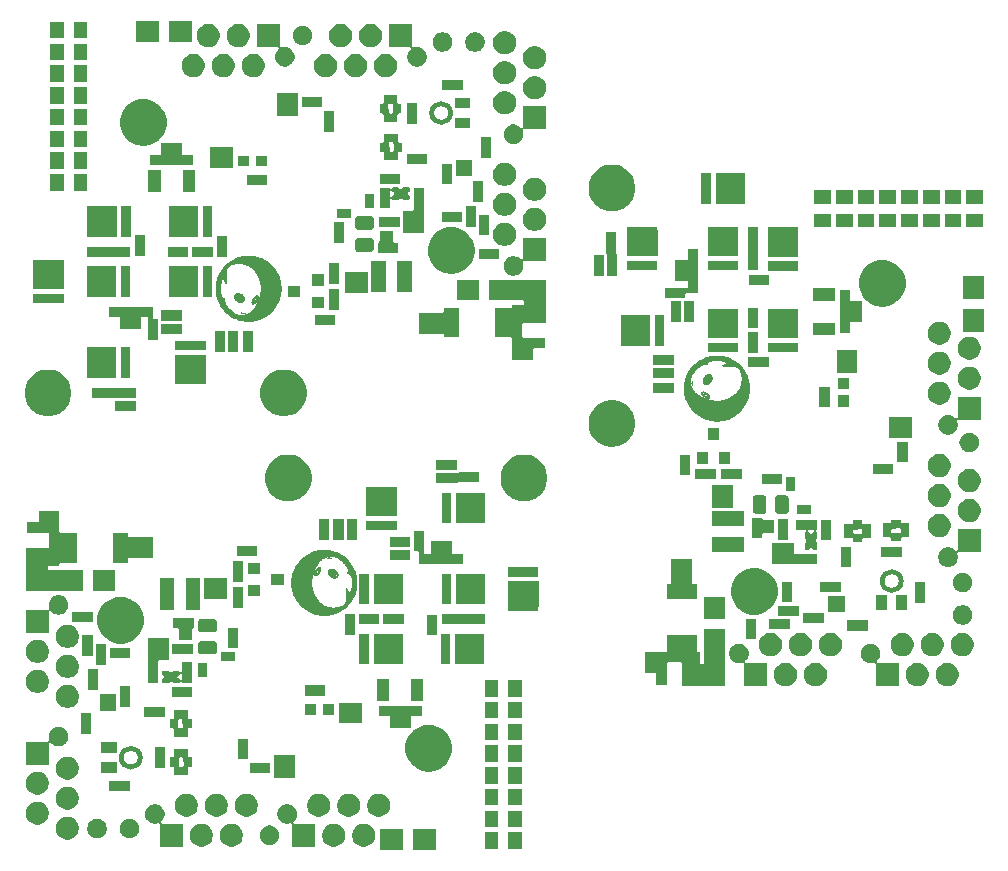
<source format=gbs>
G04 #@! TF.GenerationSoftware,KiCad,Pcbnew,5.0.2-bee76a0~70~ubuntu18.04.1*
G04 #@! TF.CreationDate,2019-02-13T09:30:15+01:00*
G04 #@! TF.ProjectId,motorboard_panel_x3,6d6f746f-7262-46f6-9172-645f70616e65,rev?*
G04 #@! TF.SameCoordinates,Original*
G04 #@! TF.FileFunction,Soldermask,Bot*
G04 #@! TF.FilePolarity,Negative*
%FSLAX46Y46*%
G04 Gerber Fmt 4.6, Leading zero omitted, Abs format (unit mm)*
G04 Created by KiCad (PCBNEW 5.0.2-bee76a0~70~ubuntu18.04.1) date Wed 13 Feb 2019 09:30:15 CET*
%MOMM*%
%LPD*%
G01*
G04 APERTURE LIST*
%ADD10C,0.010000*%
%ADD11C,0.450000*%
%ADD12C,0.060000*%
%ADD13C,0.100000*%
G04 APERTURE END LIST*
D10*
G04 #@! TO.C,G\002A\002A\002A*
G36*
X112163667Y-125598898D02*
X112176744Y-125595507D01*
X112188048Y-125588378D01*
X112190392Y-125586455D01*
X112209692Y-125564618D01*
X112219619Y-125540141D01*
X112219926Y-125514232D01*
X112210441Y-125488235D01*
X112196012Y-125469141D01*
X112177537Y-125457675D01*
X112153024Y-125452790D01*
X112142228Y-125452440D01*
X112124829Y-125453053D01*
X112113155Y-125456066D01*
X112102794Y-125463242D01*
X112093903Y-125471741D01*
X112077278Y-125494631D01*
X112069936Y-125519566D01*
X112071832Y-125544794D01*
X112082919Y-125568564D01*
X112096859Y-125584049D01*
X112108713Y-125593246D01*
X112120030Y-125597967D01*
X112135130Y-125599631D01*
X112144667Y-125599760D01*
X112163667Y-125598898D01*
X112163667Y-125598898D01*
G37*
X112163667Y-125598898D02*
X112176744Y-125595507D01*
X112188048Y-125588378D01*
X112190392Y-125586455D01*
X112209692Y-125564618D01*
X112219619Y-125540141D01*
X112219926Y-125514232D01*
X112210441Y-125488235D01*
X112196012Y-125469141D01*
X112177537Y-125457675D01*
X112153024Y-125452790D01*
X112142228Y-125452440D01*
X112124829Y-125453053D01*
X112113155Y-125456066D01*
X112102794Y-125463242D01*
X112093903Y-125471741D01*
X112077278Y-125494631D01*
X112069936Y-125519566D01*
X112071832Y-125544794D01*
X112082919Y-125568564D01*
X112096859Y-125584049D01*
X112108713Y-125593246D01*
X112120030Y-125597967D01*
X112135130Y-125599631D01*
X112144667Y-125599760D01*
X112163667Y-125598898D01*
G36*
X110724466Y-125320074D02*
X110739554Y-125308667D01*
X110741789Y-125306390D01*
X110757997Y-125285924D01*
X110771303Y-125262812D01*
X110781395Y-125238652D01*
X110787961Y-125215040D01*
X110790691Y-125193574D01*
X110789274Y-125175850D01*
X110783397Y-125163465D01*
X110772750Y-125158017D01*
X110770740Y-125157897D01*
X110763319Y-125160310D01*
X110751818Y-125166298D01*
X110750097Y-125167329D01*
X110733099Y-125182092D01*
X110717367Y-125203599D01*
X110703917Y-125229317D01*
X110693764Y-125256711D01*
X110687921Y-125283246D01*
X110687405Y-125306387D01*
X110690003Y-125317405D01*
X110697422Y-125324926D01*
X110709666Y-125325655D01*
X110724466Y-125320074D01*
X110724466Y-125320074D01*
G37*
X110724466Y-125320074D02*
X110739554Y-125308667D01*
X110741789Y-125306390D01*
X110757997Y-125285924D01*
X110771303Y-125262812D01*
X110781395Y-125238652D01*
X110787961Y-125215040D01*
X110790691Y-125193574D01*
X110789274Y-125175850D01*
X110783397Y-125163465D01*
X110772750Y-125158017D01*
X110770740Y-125157897D01*
X110763319Y-125160310D01*
X110751818Y-125166298D01*
X110750097Y-125167329D01*
X110733099Y-125182092D01*
X110717367Y-125203599D01*
X110703917Y-125229317D01*
X110693764Y-125256711D01*
X110687921Y-125283246D01*
X110687405Y-125306387D01*
X110690003Y-125317405D01*
X110697422Y-125324926D01*
X110709666Y-125325655D01*
X110724466Y-125320074D01*
G36*
X111311411Y-129002342D02*
X111360303Y-129000966D01*
X111401791Y-128998773D01*
X111404248Y-128998596D01*
X111570730Y-128981383D01*
X111734856Y-128954381D01*
X111896263Y-128917764D01*
X112054589Y-128871703D01*
X112209470Y-128816372D01*
X112360545Y-128751944D01*
X112507451Y-128678590D01*
X112649824Y-128596485D01*
X112787304Y-128505801D01*
X112919526Y-128406710D01*
X113046128Y-128299386D01*
X113166748Y-128184001D01*
X113211488Y-128137494D01*
X113322388Y-128012198D01*
X113424852Y-127881320D01*
X113518766Y-127745106D01*
X113604014Y-127603803D01*
X113680485Y-127457656D01*
X113748064Y-127306909D01*
X113806637Y-127151810D01*
X113856090Y-126992604D01*
X113896310Y-126829535D01*
X113927184Y-126662851D01*
X113941027Y-126562420D01*
X113943688Y-126534386D01*
X113946056Y-126497842D01*
X113948107Y-126454435D01*
X113949818Y-126405812D01*
X113951168Y-126353621D01*
X113952131Y-126299507D01*
X113952687Y-126245119D01*
X113952810Y-126192102D01*
X113952479Y-126142103D01*
X113951671Y-126096771D01*
X113950362Y-126057750D01*
X113948529Y-126026689D01*
X113948521Y-126026591D01*
X113930425Y-125862262D01*
X113902523Y-125700053D01*
X113865024Y-125540364D01*
X113818137Y-125383595D01*
X113762068Y-125230147D01*
X113697026Y-125080420D01*
X113623220Y-124934814D01*
X113540858Y-124793729D01*
X113450147Y-124657567D01*
X113351295Y-124526727D01*
X113244512Y-124401609D01*
X113130005Y-124282615D01*
X113007982Y-124170144D01*
X112963827Y-124132635D01*
X112832339Y-124029836D01*
X112695556Y-123935630D01*
X112553820Y-123850156D01*
X112407475Y-123773556D01*
X112256863Y-123705970D01*
X112102328Y-123647538D01*
X111944213Y-123598401D01*
X111782861Y-123558700D01*
X111618615Y-123528575D01*
X111451818Y-123508166D01*
X111436220Y-123506770D01*
X111404605Y-123504579D01*
X111365273Y-123502717D01*
X111320337Y-123501209D01*
X111271909Y-123500084D01*
X111222102Y-123499366D01*
X111173029Y-123499083D01*
X111126802Y-123499260D01*
X111085534Y-123499924D01*
X111051338Y-123501101D01*
X111038694Y-123501813D01*
X110869062Y-123517958D01*
X110702378Y-123543692D01*
X110538908Y-123578901D01*
X110378916Y-123623471D01*
X110222667Y-123677288D01*
X110070427Y-123740237D01*
X109922461Y-123812204D01*
X109779033Y-123893075D01*
X109640408Y-123982735D01*
X109506852Y-124081071D01*
X109378630Y-124187969D01*
X109317269Y-124243964D01*
X109198879Y-124362133D01*
X109088479Y-124486429D01*
X108986241Y-124616490D01*
X108892338Y-124751952D01*
X108806943Y-124892454D01*
X108730229Y-125037631D01*
X108662370Y-125187120D01*
X108603537Y-125340559D01*
X108553904Y-125497584D01*
X108513644Y-125657832D01*
X108482930Y-125820940D01*
X108461935Y-125986546D01*
X108456484Y-126050832D01*
X108454235Y-126091757D01*
X108452806Y-126140216D01*
X108452158Y-126194259D01*
X108452254Y-126251935D01*
X108452845Y-126295720D01*
X110135866Y-126295720D01*
X110136087Y-126235133D01*
X110136800Y-126182745D01*
X110138154Y-126136602D01*
X110140296Y-126094751D01*
X110143376Y-126055237D01*
X110147541Y-126016105D01*
X110152939Y-125975402D01*
X110159719Y-125931173D01*
X110166683Y-125889320D01*
X110191321Y-125764233D01*
X110223172Y-125634216D01*
X110261644Y-125500845D01*
X110306146Y-125365694D01*
X110356085Y-125230340D01*
X110410869Y-125096356D01*
X110469907Y-124965317D01*
X110532605Y-124838799D01*
X110598373Y-124718377D01*
X110622138Y-124677740D01*
X110647850Y-124635850D01*
X110672392Y-124598930D01*
X110697458Y-124564837D01*
X110724739Y-124531423D01*
X110755927Y-124496545D01*
X110792714Y-124458056D01*
X110806237Y-124444332D01*
X110874539Y-124377937D01*
X110940032Y-124319661D01*
X111004180Y-124268406D01*
X111068445Y-124223073D01*
X111134292Y-124182564D01*
X111203183Y-124145780D01*
X111205625Y-124144568D01*
X111272865Y-124113369D01*
X111340523Y-124086409D01*
X111409818Y-124063426D01*
X111481972Y-124044159D01*
X111558208Y-124028347D01*
X111639746Y-124015729D01*
X111727807Y-124006045D01*
X111823614Y-123999032D01*
X111904301Y-123995257D01*
X111918468Y-123995935D01*
X111939174Y-123998395D01*
X111963042Y-124002195D01*
X111976346Y-124004705D01*
X112082126Y-124031031D01*
X112186227Y-124067276D01*
X112288740Y-124113480D01*
X112389759Y-124169684D01*
X112468715Y-124221285D01*
X112504948Y-124247557D01*
X112545856Y-124278952D01*
X112590005Y-124314236D01*
X112635964Y-124352174D01*
X112682299Y-124391533D01*
X112727577Y-124431079D01*
X112770365Y-124469577D01*
X112809230Y-124505793D01*
X112842740Y-124538494D01*
X112869357Y-124566331D01*
X112919078Y-124623429D01*
X112968026Y-124684167D01*
X113015342Y-124747228D01*
X113060168Y-124811298D01*
X113101646Y-124875061D01*
X113138916Y-124937200D01*
X113171120Y-124996400D01*
X113197399Y-125051346D01*
X113215547Y-125096840D01*
X113227166Y-125133317D01*
X113233669Y-125163080D01*
X113235291Y-125188054D01*
X113232266Y-125210162D01*
X113230229Y-125217345D01*
X113221899Y-125250817D01*
X113215174Y-125294150D01*
X113210045Y-125347418D01*
X113208557Y-125369520D01*
X113206914Y-125392715D01*
X113205091Y-125412173D01*
X113203327Y-125425646D01*
X113216760Y-125419420D01*
X113257400Y-125416880D01*
X113287880Y-125419420D01*
X113313280Y-125432120D01*
X113336140Y-125452440D01*
X113353920Y-125472760D01*
X113376780Y-125500700D01*
X113409800Y-125546420D01*
X113460600Y-125615000D01*
X113496160Y-125691200D01*
X113552040Y-125856300D01*
X113595220Y-126029020D01*
X113623160Y-126194120D01*
X113615540Y-126323660D01*
X113602840Y-126488760D01*
X113574900Y-126656400D01*
X113534260Y-126824040D01*
X113496160Y-126938340D01*
X113473300Y-126986600D01*
X113450000Y-127010000D01*
X113425040Y-127024700D01*
X113379320Y-127032320D01*
X113328520Y-127032320D01*
X113300000Y-127020000D01*
X113280000Y-127010000D01*
X113250000Y-126980000D01*
X113210000Y-126930000D01*
X113150000Y-126810000D01*
X113117856Y-126707702D01*
X113117630Y-126717006D01*
X113116992Y-126724183D01*
X113116273Y-126740661D01*
X113115490Y-126765578D01*
X113114662Y-126798074D01*
X113113807Y-126837292D01*
X113112943Y-126882369D01*
X113112087Y-126932447D01*
X113111258Y-126986665D01*
X113110474Y-127044164D01*
X113110024Y-127080580D01*
X113109099Y-127155134D01*
X113108178Y-127220564D01*
X113107209Y-127277906D01*
X113106143Y-127328198D01*
X113104928Y-127372475D01*
X113103514Y-127411772D01*
X113101851Y-127447128D01*
X113099886Y-127479578D01*
X113097570Y-127510157D01*
X113094853Y-127539903D01*
X113091682Y-127569852D01*
X113088009Y-127601039D01*
X113083781Y-127634502D01*
X113082415Y-127645005D01*
X113073450Y-127707467D01*
X113062637Y-127772818D01*
X113050663Y-127837228D01*
X113038216Y-127896869D01*
X113033201Y-127918780D01*
X113027194Y-127944260D01*
X113021859Y-127966922D01*
X113017719Y-127984535D01*
X113015300Y-127994865D01*
X113015099Y-127995727D01*
X113009514Y-128005404D01*
X112996770Y-128019860D01*
X112978059Y-128038088D01*
X112954573Y-128059080D01*
X112927505Y-128081830D01*
X112898047Y-128105329D01*
X112867391Y-128128570D01*
X112836729Y-128150546D01*
X112812900Y-128166602D01*
X112719663Y-128221439D01*
X112620366Y-128268335D01*
X112514885Y-128307335D01*
X112403099Y-128338485D01*
X112284885Y-128361827D01*
X112274420Y-128363471D01*
X112229797Y-128369006D01*
X112177546Y-128373267D01*
X112120123Y-128376211D01*
X112059984Y-128377792D01*
X111999587Y-128377964D01*
X111941389Y-128376684D01*
X111887846Y-128373906D01*
X111855320Y-128371136D01*
X111718305Y-128353124D01*
X111586889Y-128327752D01*
X111461374Y-128295137D01*
X111342065Y-128255393D01*
X111229262Y-128208638D01*
X111123270Y-128154986D01*
X111024391Y-128094553D01*
X110932928Y-128027456D01*
X110912307Y-128010535D01*
X110879118Y-127981516D01*
X110846726Y-127950572D01*
X110813635Y-127916130D01*
X110778349Y-127876622D01*
X110739372Y-127830476D01*
X110730517Y-127819720D01*
X110626906Y-127687268D01*
X110533379Y-127554813D01*
X110449858Y-127422203D01*
X110376268Y-127289284D01*
X110312533Y-127155902D01*
X110258577Y-127021902D01*
X110214324Y-126887133D01*
X110179697Y-126751439D01*
X110164339Y-126674180D01*
X110156862Y-126631036D01*
X110150787Y-126592439D01*
X110145975Y-126556548D01*
X110142287Y-126521523D01*
X110139585Y-126485523D01*
X110137730Y-126446709D01*
X110136585Y-126403238D01*
X110136009Y-126353271D01*
X110135866Y-126295720D01*
X108452845Y-126295720D01*
X108453056Y-126311296D01*
X108454526Y-126370389D01*
X108456624Y-126427265D01*
X108459314Y-126479973D01*
X108462556Y-126526563D01*
X108466314Y-126565085D01*
X108466582Y-126567320D01*
X108492056Y-126736852D01*
X108526728Y-126902074D01*
X108570629Y-127063062D01*
X108623792Y-127219888D01*
X108686249Y-127372626D01*
X108758030Y-127521350D01*
X108839169Y-127666134D01*
X108929697Y-127807052D01*
X109029646Y-127944178D01*
X109097157Y-128028282D01*
X109122254Y-128057266D01*
X109153460Y-128091436D01*
X109189254Y-128129272D01*
X109228116Y-128169253D01*
X109268523Y-128209857D01*
X109308955Y-128249562D01*
X109347890Y-128286849D01*
X109383808Y-128320195D01*
X109415186Y-128348080D01*
X109426798Y-128357923D01*
X109543126Y-128450237D01*
X109660135Y-128533925D01*
X109779986Y-128610414D01*
X109904836Y-128681130D01*
X109957940Y-128708770D01*
X110103201Y-128777483D01*
X110250453Y-128836924D01*
X110400545Y-128887350D01*
X110554324Y-128929016D01*
X110712640Y-128962177D01*
X110876342Y-128987089D01*
X110887760Y-128988498D01*
X110925674Y-128992289D01*
X110971787Y-128995567D01*
X111024148Y-128998295D01*
X111080806Y-129000434D01*
X111139812Y-129001946D01*
X111199215Y-129002794D01*
X111257065Y-129002938D01*
X111311411Y-129002342D01*
X111311411Y-129002342D01*
G37*
X111311411Y-129002342D02*
X111360303Y-129000966D01*
X111401791Y-128998773D01*
X111404248Y-128998596D01*
X111570730Y-128981383D01*
X111734856Y-128954381D01*
X111896263Y-128917764D01*
X112054589Y-128871703D01*
X112209470Y-128816372D01*
X112360545Y-128751944D01*
X112507451Y-128678590D01*
X112649824Y-128596485D01*
X112787304Y-128505801D01*
X112919526Y-128406710D01*
X113046128Y-128299386D01*
X113166748Y-128184001D01*
X113211488Y-128137494D01*
X113322388Y-128012198D01*
X113424852Y-127881320D01*
X113518766Y-127745106D01*
X113604014Y-127603803D01*
X113680485Y-127457656D01*
X113748064Y-127306909D01*
X113806637Y-127151810D01*
X113856090Y-126992604D01*
X113896310Y-126829535D01*
X113927184Y-126662851D01*
X113941027Y-126562420D01*
X113943688Y-126534386D01*
X113946056Y-126497842D01*
X113948107Y-126454435D01*
X113949818Y-126405812D01*
X113951168Y-126353621D01*
X113952131Y-126299507D01*
X113952687Y-126245119D01*
X113952810Y-126192102D01*
X113952479Y-126142103D01*
X113951671Y-126096771D01*
X113950362Y-126057750D01*
X113948529Y-126026689D01*
X113948521Y-126026591D01*
X113930425Y-125862262D01*
X113902523Y-125700053D01*
X113865024Y-125540364D01*
X113818137Y-125383595D01*
X113762068Y-125230147D01*
X113697026Y-125080420D01*
X113623220Y-124934814D01*
X113540858Y-124793729D01*
X113450147Y-124657567D01*
X113351295Y-124526727D01*
X113244512Y-124401609D01*
X113130005Y-124282615D01*
X113007982Y-124170144D01*
X112963827Y-124132635D01*
X112832339Y-124029836D01*
X112695556Y-123935630D01*
X112553820Y-123850156D01*
X112407475Y-123773556D01*
X112256863Y-123705970D01*
X112102328Y-123647538D01*
X111944213Y-123598401D01*
X111782861Y-123558700D01*
X111618615Y-123528575D01*
X111451818Y-123508166D01*
X111436220Y-123506770D01*
X111404605Y-123504579D01*
X111365273Y-123502717D01*
X111320337Y-123501209D01*
X111271909Y-123500084D01*
X111222102Y-123499366D01*
X111173029Y-123499083D01*
X111126802Y-123499260D01*
X111085534Y-123499924D01*
X111051338Y-123501101D01*
X111038694Y-123501813D01*
X110869062Y-123517958D01*
X110702378Y-123543692D01*
X110538908Y-123578901D01*
X110378916Y-123623471D01*
X110222667Y-123677288D01*
X110070427Y-123740237D01*
X109922461Y-123812204D01*
X109779033Y-123893075D01*
X109640408Y-123982735D01*
X109506852Y-124081071D01*
X109378630Y-124187969D01*
X109317269Y-124243964D01*
X109198879Y-124362133D01*
X109088479Y-124486429D01*
X108986241Y-124616490D01*
X108892338Y-124751952D01*
X108806943Y-124892454D01*
X108730229Y-125037631D01*
X108662370Y-125187120D01*
X108603537Y-125340559D01*
X108553904Y-125497584D01*
X108513644Y-125657832D01*
X108482930Y-125820940D01*
X108461935Y-125986546D01*
X108456484Y-126050832D01*
X108454235Y-126091757D01*
X108452806Y-126140216D01*
X108452158Y-126194259D01*
X108452254Y-126251935D01*
X108452845Y-126295720D01*
X110135866Y-126295720D01*
X110136087Y-126235133D01*
X110136800Y-126182745D01*
X110138154Y-126136602D01*
X110140296Y-126094751D01*
X110143376Y-126055237D01*
X110147541Y-126016105D01*
X110152939Y-125975402D01*
X110159719Y-125931173D01*
X110166683Y-125889320D01*
X110191321Y-125764233D01*
X110223172Y-125634216D01*
X110261644Y-125500845D01*
X110306146Y-125365694D01*
X110356085Y-125230340D01*
X110410869Y-125096356D01*
X110469907Y-124965317D01*
X110532605Y-124838799D01*
X110598373Y-124718377D01*
X110622138Y-124677740D01*
X110647850Y-124635850D01*
X110672392Y-124598930D01*
X110697458Y-124564837D01*
X110724739Y-124531423D01*
X110755927Y-124496545D01*
X110792714Y-124458056D01*
X110806237Y-124444332D01*
X110874539Y-124377937D01*
X110940032Y-124319661D01*
X111004180Y-124268406D01*
X111068445Y-124223073D01*
X111134292Y-124182564D01*
X111203183Y-124145780D01*
X111205625Y-124144568D01*
X111272865Y-124113369D01*
X111340523Y-124086409D01*
X111409818Y-124063426D01*
X111481972Y-124044159D01*
X111558208Y-124028347D01*
X111639746Y-124015729D01*
X111727807Y-124006045D01*
X111823614Y-123999032D01*
X111904301Y-123995257D01*
X111918468Y-123995935D01*
X111939174Y-123998395D01*
X111963042Y-124002195D01*
X111976346Y-124004705D01*
X112082126Y-124031031D01*
X112186227Y-124067276D01*
X112288740Y-124113480D01*
X112389759Y-124169684D01*
X112468715Y-124221285D01*
X112504948Y-124247557D01*
X112545856Y-124278952D01*
X112590005Y-124314236D01*
X112635964Y-124352174D01*
X112682299Y-124391533D01*
X112727577Y-124431079D01*
X112770365Y-124469577D01*
X112809230Y-124505793D01*
X112842740Y-124538494D01*
X112869357Y-124566331D01*
X112919078Y-124623429D01*
X112968026Y-124684167D01*
X113015342Y-124747228D01*
X113060168Y-124811298D01*
X113101646Y-124875061D01*
X113138916Y-124937200D01*
X113171120Y-124996400D01*
X113197399Y-125051346D01*
X113215547Y-125096840D01*
X113227166Y-125133317D01*
X113233669Y-125163080D01*
X113235291Y-125188054D01*
X113232266Y-125210162D01*
X113230229Y-125217345D01*
X113221899Y-125250817D01*
X113215174Y-125294150D01*
X113210045Y-125347418D01*
X113208557Y-125369520D01*
X113206914Y-125392715D01*
X113205091Y-125412173D01*
X113203327Y-125425646D01*
X113216760Y-125419420D01*
X113257400Y-125416880D01*
X113287880Y-125419420D01*
X113313280Y-125432120D01*
X113336140Y-125452440D01*
X113353920Y-125472760D01*
X113376780Y-125500700D01*
X113409800Y-125546420D01*
X113460600Y-125615000D01*
X113496160Y-125691200D01*
X113552040Y-125856300D01*
X113595220Y-126029020D01*
X113623160Y-126194120D01*
X113615540Y-126323660D01*
X113602840Y-126488760D01*
X113574900Y-126656400D01*
X113534260Y-126824040D01*
X113496160Y-126938340D01*
X113473300Y-126986600D01*
X113450000Y-127010000D01*
X113425040Y-127024700D01*
X113379320Y-127032320D01*
X113328520Y-127032320D01*
X113300000Y-127020000D01*
X113280000Y-127010000D01*
X113250000Y-126980000D01*
X113210000Y-126930000D01*
X113150000Y-126810000D01*
X113117856Y-126707702D01*
X113117630Y-126717006D01*
X113116992Y-126724183D01*
X113116273Y-126740661D01*
X113115490Y-126765578D01*
X113114662Y-126798074D01*
X113113807Y-126837292D01*
X113112943Y-126882369D01*
X113112087Y-126932447D01*
X113111258Y-126986665D01*
X113110474Y-127044164D01*
X113110024Y-127080580D01*
X113109099Y-127155134D01*
X113108178Y-127220564D01*
X113107209Y-127277906D01*
X113106143Y-127328198D01*
X113104928Y-127372475D01*
X113103514Y-127411772D01*
X113101851Y-127447128D01*
X113099886Y-127479578D01*
X113097570Y-127510157D01*
X113094853Y-127539903D01*
X113091682Y-127569852D01*
X113088009Y-127601039D01*
X113083781Y-127634502D01*
X113082415Y-127645005D01*
X113073450Y-127707467D01*
X113062637Y-127772818D01*
X113050663Y-127837228D01*
X113038216Y-127896869D01*
X113033201Y-127918780D01*
X113027194Y-127944260D01*
X113021859Y-127966922D01*
X113017719Y-127984535D01*
X113015300Y-127994865D01*
X113015099Y-127995727D01*
X113009514Y-128005404D01*
X112996770Y-128019860D01*
X112978059Y-128038088D01*
X112954573Y-128059080D01*
X112927505Y-128081830D01*
X112898047Y-128105329D01*
X112867391Y-128128570D01*
X112836729Y-128150546D01*
X112812900Y-128166602D01*
X112719663Y-128221439D01*
X112620366Y-128268335D01*
X112514885Y-128307335D01*
X112403099Y-128338485D01*
X112284885Y-128361827D01*
X112274420Y-128363471D01*
X112229797Y-128369006D01*
X112177546Y-128373267D01*
X112120123Y-128376211D01*
X112059984Y-128377792D01*
X111999587Y-128377964D01*
X111941389Y-128376684D01*
X111887846Y-128373906D01*
X111855320Y-128371136D01*
X111718305Y-128353124D01*
X111586889Y-128327752D01*
X111461374Y-128295137D01*
X111342065Y-128255393D01*
X111229262Y-128208638D01*
X111123270Y-128154986D01*
X111024391Y-128094553D01*
X110932928Y-128027456D01*
X110912307Y-128010535D01*
X110879118Y-127981516D01*
X110846726Y-127950572D01*
X110813635Y-127916130D01*
X110778349Y-127876622D01*
X110739372Y-127830476D01*
X110730517Y-127819720D01*
X110626906Y-127687268D01*
X110533379Y-127554813D01*
X110449858Y-127422203D01*
X110376268Y-127289284D01*
X110312533Y-127155902D01*
X110258577Y-127021902D01*
X110214324Y-126887133D01*
X110179697Y-126751439D01*
X110164339Y-126674180D01*
X110156862Y-126631036D01*
X110150787Y-126592439D01*
X110145975Y-126556548D01*
X110142287Y-126521523D01*
X110139585Y-126485523D01*
X110137730Y-126446709D01*
X110136585Y-126403238D01*
X110136009Y-126353271D01*
X110135866Y-126295720D01*
X108452845Y-126295720D01*
X108453056Y-126311296D01*
X108454526Y-126370389D01*
X108456624Y-126427265D01*
X108459314Y-126479973D01*
X108462556Y-126526563D01*
X108466314Y-126565085D01*
X108466582Y-126567320D01*
X108492056Y-126736852D01*
X108526728Y-126902074D01*
X108570629Y-127063062D01*
X108623792Y-127219888D01*
X108686249Y-127372626D01*
X108758030Y-127521350D01*
X108839169Y-127666134D01*
X108929697Y-127807052D01*
X109029646Y-127944178D01*
X109097157Y-128028282D01*
X109122254Y-128057266D01*
X109153460Y-128091436D01*
X109189254Y-128129272D01*
X109228116Y-128169253D01*
X109268523Y-128209857D01*
X109308955Y-128249562D01*
X109347890Y-128286849D01*
X109383808Y-128320195D01*
X109415186Y-128348080D01*
X109426798Y-128357923D01*
X109543126Y-128450237D01*
X109660135Y-128533925D01*
X109779986Y-128610414D01*
X109904836Y-128681130D01*
X109957940Y-128708770D01*
X110103201Y-128777483D01*
X110250453Y-128836924D01*
X110400545Y-128887350D01*
X110554324Y-128929016D01*
X110712640Y-128962177D01*
X110876342Y-128987089D01*
X110887760Y-128988498D01*
X110925674Y-128992289D01*
X110971787Y-128995567D01*
X111024148Y-128998295D01*
X111080806Y-129000434D01*
X111139812Y-129001946D01*
X111199215Y-129002794D01*
X111257065Y-129002938D01*
X111311411Y-129002342D01*
D11*
G04 #@! TO.C,U8*
X95665000Y-141090000D02*
G75*
G03X95665000Y-141090000I-805000J0D01*
G01*
D12*
G04 #@! TO.C,G\002A\002A\002A*
G36*
X111824692Y-124218170D02*
X111828884Y-124212762D01*
X111829842Y-124204566D01*
X111825424Y-124199146D01*
X111813375Y-124191290D01*
X111795655Y-124181907D01*
X111774225Y-124171910D01*
X111751046Y-124162209D01*
X111728078Y-124153716D01*
X111707282Y-124147341D01*
X111705917Y-124146987D01*
X111662856Y-124139514D01*
X111614361Y-124137140D01*
X111563785Y-124139862D01*
X111517500Y-124147035D01*
X111490200Y-124152814D01*
X111471309Y-124157027D01*
X111459286Y-124160160D01*
X111452588Y-124162698D01*
X111449673Y-124165124D01*
X111448999Y-124167924D01*
X111448997Y-124168567D01*
X111450026Y-124176273D01*
X111453898Y-124180916D01*
X111462140Y-124182631D01*
X111476276Y-124181551D01*
X111497832Y-124177810D01*
X111514960Y-124174343D01*
X111573922Y-124164891D01*
X111627388Y-124162559D01*
X111677312Y-124167558D01*
X111725646Y-124180099D01*
X111774342Y-124200391D01*
X111779221Y-124202812D01*
X111801207Y-124213242D01*
X111815915Y-124218346D01*
X111824692Y-124218170D01*
X111824692Y-124218170D01*
G37*
X111824692Y-124218170D02*
X111828884Y-124212762D01*
X111829842Y-124204566D01*
X111825424Y-124199146D01*
X111813375Y-124191290D01*
X111795655Y-124181907D01*
X111774225Y-124171910D01*
X111751046Y-124162209D01*
X111728078Y-124153716D01*
X111707282Y-124147341D01*
X111705917Y-124146987D01*
X111662856Y-124139514D01*
X111614361Y-124137140D01*
X111563785Y-124139862D01*
X111517500Y-124147035D01*
X111490200Y-124152814D01*
X111471309Y-124157027D01*
X111459286Y-124160160D01*
X111452588Y-124162698D01*
X111449673Y-124165124D01*
X111448999Y-124167924D01*
X111448997Y-124168567D01*
X111450026Y-124176273D01*
X111453898Y-124180916D01*
X111462140Y-124182631D01*
X111476276Y-124181551D01*
X111497832Y-124177810D01*
X111514960Y-124174343D01*
X111573922Y-124164891D01*
X111627388Y-124162559D01*
X111677312Y-124167558D01*
X111725646Y-124180099D01*
X111774342Y-124200391D01*
X111779221Y-124202812D01*
X111801207Y-124213242D01*
X111815915Y-124218346D01*
X111824692Y-124218170D01*
D10*
G36*
X110493665Y-125657600D02*
X110511199Y-125655185D01*
X110527879Y-125649924D01*
X110546678Y-125641596D01*
X110596544Y-125613190D01*
X110646028Y-125575974D01*
X110694186Y-125531287D01*
X110740077Y-125480464D01*
X110782757Y-125424842D01*
X110821285Y-125365756D01*
X110854717Y-125304544D01*
X110882112Y-125242541D01*
X110902526Y-125181083D01*
X110915018Y-125121508D01*
X110915381Y-125118871D01*
X110918149Y-125075804D01*
X110914456Y-125037743D01*
X110904593Y-125005573D01*
X110888853Y-124980178D01*
X110867525Y-124962444D01*
X110863187Y-124960168D01*
X110835219Y-124951682D01*
X110803409Y-124950419D01*
X110771189Y-124956512D01*
X110770740Y-124956654D01*
X110727203Y-124974943D01*
X110682270Y-125002158D01*
X110636881Y-125037335D01*
X110591976Y-125079513D01*
X110548495Y-125127728D01*
X110507378Y-125181018D01*
X110469565Y-125238421D01*
X110435996Y-125298974D01*
X110435540Y-125299881D01*
X110410181Y-125354155D01*
X110401711Y-125376426D01*
X110555284Y-125376426D01*
X110555543Y-125348685D01*
X110558121Y-125320689D01*
X110562567Y-125297298D01*
X110572407Y-125267135D01*
X110586999Y-125232844D01*
X110604535Y-125198056D01*
X110623208Y-125166404D01*
X110638382Y-125144978D01*
X110669895Y-125109194D01*
X110701152Y-125081105D01*
X110731506Y-125061000D01*
X110760309Y-125049166D01*
X110786913Y-125045891D01*
X110810670Y-125051462D01*
X110826133Y-125061534D01*
X110840767Y-125078001D01*
X110850019Y-125097997D01*
X110854606Y-125123687D01*
X110855402Y-125149684D01*
X110851584Y-125188915D01*
X110841587Y-125229233D01*
X110826265Y-125269549D01*
X110806466Y-125308772D01*
X110783042Y-125345812D01*
X110756844Y-125379579D01*
X110728723Y-125408982D01*
X110699529Y-125432931D01*
X110670113Y-125450336D01*
X110641326Y-125460106D01*
X110614019Y-125461151D01*
X110612521Y-125460925D01*
X110590226Y-125452390D01*
X110571870Y-125435571D01*
X110561805Y-125418314D01*
X110557365Y-125400705D01*
X110555284Y-125376426D01*
X110401711Y-125376426D01*
X110391505Y-125403258D01*
X110378956Y-125449150D01*
X110371980Y-125493791D01*
X110370024Y-125531180D01*
X110370147Y-125556266D01*
X110371356Y-125574220D01*
X110374108Y-125588050D01*
X110378861Y-125600765D01*
X110381443Y-125606249D01*
X110392212Y-125623579D01*
X110405671Y-125639267D01*
X110411471Y-125644349D01*
X110421774Y-125651392D01*
X110431873Y-125655548D01*
X110444939Y-125657557D01*
X110464145Y-125658162D01*
X110470641Y-125658180D01*
X110493665Y-125657600D01*
X110493665Y-125657600D01*
G37*
X110493665Y-125657600D02*
X110511199Y-125655185D01*
X110527879Y-125649924D01*
X110546678Y-125641596D01*
X110596544Y-125613190D01*
X110646028Y-125575974D01*
X110694186Y-125531287D01*
X110740077Y-125480464D01*
X110782757Y-125424842D01*
X110821285Y-125365756D01*
X110854717Y-125304544D01*
X110882112Y-125242541D01*
X110902526Y-125181083D01*
X110915018Y-125121508D01*
X110915381Y-125118871D01*
X110918149Y-125075804D01*
X110914456Y-125037743D01*
X110904593Y-125005573D01*
X110888853Y-124980178D01*
X110867525Y-124962444D01*
X110863187Y-124960168D01*
X110835219Y-124951682D01*
X110803409Y-124950419D01*
X110771189Y-124956512D01*
X110770740Y-124956654D01*
X110727203Y-124974943D01*
X110682270Y-125002158D01*
X110636881Y-125037335D01*
X110591976Y-125079513D01*
X110548495Y-125127728D01*
X110507378Y-125181018D01*
X110469565Y-125238421D01*
X110435996Y-125298974D01*
X110435540Y-125299881D01*
X110410181Y-125354155D01*
X110401711Y-125376426D01*
X110555284Y-125376426D01*
X110555543Y-125348685D01*
X110558121Y-125320689D01*
X110562567Y-125297298D01*
X110572407Y-125267135D01*
X110586999Y-125232844D01*
X110604535Y-125198056D01*
X110623208Y-125166404D01*
X110638382Y-125144978D01*
X110669895Y-125109194D01*
X110701152Y-125081105D01*
X110731506Y-125061000D01*
X110760309Y-125049166D01*
X110786913Y-125045891D01*
X110810670Y-125051462D01*
X110826133Y-125061534D01*
X110840767Y-125078001D01*
X110850019Y-125097997D01*
X110854606Y-125123687D01*
X110855402Y-125149684D01*
X110851584Y-125188915D01*
X110841587Y-125229233D01*
X110826265Y-125269549D01*
X110806466Y-125308772D01*
X110783042Y-125345812D01*
X110756844Y-125379579D01*
X110728723Y-125408982D01*
X110699529Y-125432931D01*
X110670113Y-125450336D01*
X110641326Y-125460106D01*
X110614019Y-125461151D01*
X110612521Y-125460925D01*
X110590226Y-125452390D01*
X110571870Y-125435571D01*
X110561805Y-125418314D01*
X110557365Y-125400705D01*
X110555284Y-125376426D01*
X110401711Y-125376426D01*
X110391505Y-125403258D01*
X110378956Y-125449150D01*
X110371980Y-125493791D01*
X110370024Y-125531180D01*
X110370147Y-125556266D01*
X110371356Y-125574220D01*
X110374108Y-125588050D01*
X110378861Y-125600765D01*
X110381443Y-125606249D01*
X110392212Y-125623579D01*
X110405671Y-125639267D01*
X110411471Y-125644349D01*
X110421774Y-125651392D01*
X110431873Y-125655548D01*
X110444939Y-125657557D01*
X110464145Y-125658162D01*
X110470641Y-125658180D01*
X110493665Y-125657600D01*
G36*
X112118423Y-125848223D02*
X112156263Y-125844934D01*
X112176759Y-125841103D01*
X112228390Y-125824126D01*
X112273060Y-125800346D01*
X112310646Y-125770473D01*
X112341024Y-125735219D01*
X112364071Y-125695297D01*
X112379661Y-125651417D01*
X112387672Y-125604292D01*
X112387980Y-125554634D01*
X112380461Y-125503154D01*
X112364990Y-125450564D01*
X112341445Y-125397576D01*
X112309701Y-125344901D01*
X112271669Y-125295602D01*
X112222024Y-125244494D01*
X112167034Y-125199745D01*
X112107863Y-125161858D01*
X112045678Y-125131334D01*
X111981645Y-125108675D01*
X111916929Y-125094383D01*
X111852695Y-125088959D01*
X111798218Y-125091831D01*
X111743393Y-125102893D01*
X111694297Y-125121964D01*
X111651371Y-125148852D01*
X111632887Y-125164667D01*
X111601140Y-125198564D01*
X111578000Y-125233038D01*
X111562118Y-125270680D01*
X111552141Y-125314084D01*
X111550986Y-125321855D01*
X111548426Y-125376245D01*
X111555286Y-125431309D01*
X111570934Y-125486248D01*
X111584275Y-125516525D01*
X111949164Y-125516525D01*
X111951545Y-125494888D01*
X111964506Y-125450696D01*
X111985689Y-125411343D01*
X112014198Y-125377878D01*
X112049137Y-125351347D01*
X112089610Y-125332796D01*
X112090453Y-125332519D01*
X112110411Y-125328540D01*
X112137461Y-125326848D01*
X112155684Y-125327024D01*
X112179938Y-125328429D01*
X112198324Y-125331366D01*
X112215122Y-125336824D01*
X112232690Y-125344845D01*
X112269679Y-125368212D01*
X112300282Y-125398052D01*
X112323754Y-125432952D01*
X112339349Y-125471496D01*
X112346322Y-125512272D01*
X112343925Y-125553866D01*
X112343670Y-125555278D01*
X112330966Y-125597176D01*
X112309644Y-125635562D01*
X112280985Y-125668785D01*
X112246270Y-125695194D01*
X112227445Y-125705142D01*
X112197518Y-125714650D01*
X112162396Y-125719214D01*
X112125790Y-125718775D01*
X112091413Y-125713276D01*
X112073531Y-125707574D01*
X112038383Y-125688514D01*
X112007691Y-125662056D01*
X111982440Y-125629913D01*
X111963613Y-125593801D01*
X111952193Y-125555433D01*
X111949164Y-125516525D01*
X111584275Y-125516525D01*
X111594736Y-125540264D01*
X111626061Y-125592559D01*
X111664274Y-125642334D01*
X111708745Y-125688793D01*
X111758840Y-125731136D01*
X111813926Y-125768566D01*
X111873370Y-125800284D01*
X111936541Y-125825493D01*
X111954886Y-125831299D01*
X111991263Y-125839762D01*
X112032757Y-125845497D01*
X112076199Y-125848364D01*
X112118423Y-125848223D01*
X112118423Y-125848223D01*
G37*
X112118423Y-125848223D02*
X112156263Y-125844934D01*
X112176759Y-125841103D01*
X112228390Y-125824126D01*
X112273060Y-125800346D01*
X112310646Y-125770473D01*
X112341024Y-125735219D01*
X112364071Y-125695297D01*
X112379661Y-125651417D01*
X112387672Y-125604292D01*
X112387980Y-125554634D01*
X112380461Y-125503154D01*
X112364990Y-125450564D01*
X112341445Y-125397576D01*
X112309701Y-125344901D01*
X112271669Y-125295602D01*
X112222024Y-125244494D01*
X112167034Y-125199745D01*
X112107863Y-125161858D01*
X112045678Y-125131334D01*
X111981645Y-125108675D01*
X111916929Y-125094383D01*
X111852695Y-125088959D01*
X111798218Y-125091831D01*
X111743393Y-125102893D01*
X111694297Y-125121964D01*
X111651371Y-125148852D01*
X111632887Y-125164667D01*
X111601140Y-125198564D01*
X111578000Y-125233038D01*
X111562118Y-125270680D01*
X111552141Y-125314084D01*
X111550986Y-125321855D01*
X111548426Y-125376245D01*
X111555286Y-125431309D01*
X111570934Y-125486248D01*
X111584275Y-125516525D01*
X111949164Y-125516525D01*
X111951545Y-125494888D01*
X111964506Y-125450696D01*
X111985689Y-125411343D01*
X112014198Y-125377878D01*
X112049137Y-125351347D01*
X112089610Y-125332796D01*
X112090453Y-125332519D01*
X112110411Y-125328540D01*
X112137461Y-125326848D01*
X112155684Y-125327024D01*
X112179938Y-125328429D01*
X112198324Y-125331366D01*
X112215122Y-125336824D01*
X112232690Y-125344845D01*
X112269679Y-125368212D01*
X112300282Y-125398052D01*
X112323754Y-125432952D01*
X112339349Y-125471496D01*
X112346322Y-125512272D01*
X112343925Y-125553866D01*
X112343670Y-125555278D01*
X112330966Y-125597176D01*
X112309644Y-125635562D01*
X112280985Y-125668785D01*
X112246270Y-125695194D01*
X112227445Y-125705142D01*
X112197518Y-125714650D01*
X112162396Y-125719214D01*
X112125790Y-125718775D01*
X112091413Y-125713276D01*
X112073531Y-125707574D01*
X112038383Y-125688514D01*
X112007691Y-125662056D01*
X111982440Y-125629913D01*
X111963613Y-125593801D01*
X111952193Y-125555433D01*
X111949164Y-125516525D01*
X111584275Y-125516525D01*
X111594736Y-125540264D01*
X111626061Y-125592559D01*
X111664274Y-125642334D01*
X111708745Y-125688793D01*
X111758840Y-125731136D01*
X111813926Y-125768566D01*
X111873370Y-125800284D01*
X111936541Y-125825493D01*
X111954886Y-125831299D01*
X111991263Y-125839762D01*
X112032757Y-125845497D01*
X112076199Y-125848364D01*
X112118423Y-125848223D01*
G36*
X143798898Y-108836333D02*
X143795507Y-108823256D01*
X143788378Y-108811952D01*
X143786455Y-108809608D01*
X143764618Y-108790308D01*
X143740141Y-108780381D01*
X143714232Y-108780074D01*
X143688235Y-108789559D01*
X143669141Y-108803988D01*
X143657675Y-108822463D01*
X143652790Y-108846976D01*
X143652440Y-108857772D01*
X143653053Y-108875171D01*
X143656066Y-108886845D01*
X143663242Y-108897206D01*
X143671741Y-108906097D01*
X143694631Y-108922722D01*
X143719566Y-108930064D01*
X143744794Y-108928168D01*
X143768564Y-108917081D01*
X143784049Y-108903141D01*
X143793246Y-108891287D01*
X143797967Y-108879970D01*
X143799631Y-108864870D01*
X143799760Y-108855333D01*
X143798898Y-108836333D01*
X143798898Y-108836333D01*
G37*
X143798898Y-108836333D02*
X143795507Y-108823256D01*
X143788378Y-108811952D01*
X143786455Y-108809608D01*
X143764618Y-108790308D01*
X143740141Y-108780381D01*
X143714232Y-108780074D01*
X143688235Y-108789559D01*
X143669141Y-108803988D01*
X143657675Y-108822463D01*
X143652790Y-108846976D01*
X143652440Y-108857772D01*
X143653053Y-108875171D01*
X143656066Y-108886845D01*
X143663242Y-108897206D01*
X143671741Y-108906097D01*
X143694631Y-108922722D01*
X143719566Y-108930064D01*
X143744794Y-108928168D01*
X143768564Y-108917081D01*
X143784049Y-108903141D01*
X143793246Y-108891287D01*
X143797967Y-108879970D01*
X143799631Y-108864870D01*
X143799760Y-108855333D01*
X143798898Y-108836333D01*
G36*
X143520074Y-110275534D02*
X143508667Y-110260446D01*
X143506390Y-110258211D01*
X143485924Y-110242003D01*
X143462812Y-110228697D01*
X143438652Y-110218605D01*
X143415040Y-110212039D01*
X143393574Y-110209309D01*
X143375850Y-110210726D01*
X143363465Y-110216603D01*
X143358017Y-110227250D01*
X143357897Y-110229260D01*
X143360310Y-110236681D01*
X143366298Y-110248182D01*
X143367329Y-110249903D01*
X143382092Y-110266901D01*
X143403599Y-110282633D01*
X143429317Y-110296083D01*
X143456711Y-110306236D01*
X143483246Y-110312079D01*
X143506387Y-110312595D01*
X143517405Y-110309997D01*
X143524926Y-110302578D01*
X143525655Y-110290334D01*
X143520074Y-110275534D01*
X143520074Y-110275534D01*
G37*
X143520074Y-110275534D02*
X143508667Y-110260446D01*
X143506390Y-110258211D01*
X143485924Y-110242003D01*
X143462812Y-110228697D01*
X143438652Y-110218605D01*
X143415040Y-110212039D01*
X143393574Y-110209309D01*
X143375850Y-110210726D01*
X143363465Y-110216603D01*
X143358017Y-110227250D01*
X143357897Y-110229260D01*
X143360310Y-110236681D01*
X143366298Y-110248182D01*
X143367329Y-110249903D01*
X143382092Y-110266901D01*
X143403599Y-110282633D01*
X143429317Y-110296083D01*
X143456711Y-110306236D01*
X143483246Y-110312079D01*
X143506387Y-110312595D01*
X143517405Y-110309997D01*
X143524926Y-110302578D01*
X143525655Y-110290334D01*
X143520074Y-110275534D01*
G36*
X147202342Y-109688589D02*
X147200966Y-109639697D01*
X147198773Y-109598209D01*
X147198596Y-109595752D01*
X147181383Y-109429270D01*
X147154381Y-109265144D01*
X147117764Y-109103737D01*
X147071703Y-108945411D01*
X147016372Y-108790530D01*
X146951944Y-108639455D01*
X146878590Y-108492549D01*
X146796485Y-108350176D01*
X146705801Y-108212696D01*
X146606710Y-108080474D01*
X146499386Y-107953872D01*
X146384001Y-107833252D01*
X146337494Y-107788512D01*
X146212198Y-107677612D01*
X146081320Y-107575148D01*
X145945106Y-107481234D01*
X145803803Y-107395986D01*
X145657656Y-107319515D01*
X145506909Y-107251936D01*
X145351810Y-107193363D01*
X145192604Y-107143910D01*
X145029535Y-107103690D01*
X144862851Y-107072816D01*
X144762420Y-107058973D01*
X144734386Y-107056312D01*
X144697842Y-107053944D01*
X144654435Y-107051893D01*
X144605812Y-107050182D01*
X144553621Y-107048832D01*
X144499507Y-107047869D01*
X144445119Y-107047313D01*
X144392102Y-107047190D01*
X144342103Y-107047521D01*
X144296771Y-107048329D01*
X144257750Y-107049638D01*
X144226689Y-107051471D01*
X144226591Y-107051479D01*
X144062262Y-107069575D01*
X143900053Y-107097477D01*
X143740364Y-107134976D01*
X143583595Y-107181863D01*
X143430147Y-107237932D01*
X143280420Y-107302974D01*
X143134814Y-107376780D01*
X142993729Y-107459142D01*
X142857567Y-107549853D01*
X142726727Y-107648705D01*
X142601609Y-107755488D01*
X142482615Y-107869995D01*
X142370144Y-107992018D01*
X142332635Y-108036173D01*
X142229836Y-108167661D01*
X142135630Y-108304444D01*
X142050156Y-108446180D01*
X141973556Y-108592525D01*
X141905970Y-108743137D01*
X141847538Y-108897672D01*
X141798401Y-109055787D01*
X141758700Y-109217139D01*
X141728575Y-109381385D01*
X141708166Y-109548182D01*
X141706770Y-109563780D01*
X141704579Y-109595395D01*
X141702717Y-109634727D01*
X141701209Y-109679663D01*
X141700084Y-109728091D01*
X141699366Y-109777898D01*
X141699083Y-109826971D01*
X141699260Y-109873198D01*
X141699924Y-109914466D01*
X141701101Y-109948662D01*
X141701813Y-109961306D01*
X141717958Y-110130938D01*
X141743692Y-110297622D01*
X141778901Y-110461092D01*
X141823471Y-110621084D01*
X141877288Y-110777333D01*
X141940237Y-110929573D01*
X142012204Y-111077539D01*
X142093075Y-111220967D01*
X142182735Y-111359592D01*
X142281071Y-111493148D01*
X142387969Y-111621370D01*
X142443964Y-111682731D01*
X142562133Y-111801121D01*
X142686429Y-111911521D01*
X142816490Y-112013759D01*
X142951952Y-112107662D01*
X143092454Y-112193057D01*
X143237631Y-112269771D01*
X143387120Y-112337630D01*
X143540559Y-112396463D01*
X143697584Y-112446096D01*
X143857832Y-112486356D01*
X144020940Y-112517070D01*
X144186546Y-112538065D01*
X144250832Y-112543516D01*
X144291757Y-112545765D01*
X144340216Y-112547194D01*
X144394259Y-112547842D01*
X144451935Y-112547746D01*
X144495720Y-112547155D01*
X144495720Y-110864134D01*
X144435133Y-110863913D01*
X144382745Y-110863200D01*
X144336602Y-110861846D01*
X144294751Y-110859704D01*
X144255237Y-110856624D01*
X144216105Y-110852459D01*
X144175402Y-110847061D01*
X144131173Y-110840281D01*
X144089320Y-110833317D01*
X143964233Y-110808679D01*
X143834216Y-110776828D01*
X143700845Y-110738356D01*
X143565694Y-110693854D01*
X143430340Y-110643915D01*
X143296356Y-110589131D01*
X143165317Y-110530093D01*
X143038799Y-110467395D01*
X142918377Y-110401627D01*
X142877740Y-110377862D01*
X142835850Y-110352150D01*
X142798930Y-110327608D01*
X142764837Y-110302542D01*
X142731423Y-110275261D01*
X142696545Y-110244073D01*
X142658056Y-110207286D01*
X142644332Y-110193763D01*
X142577937Y-110125461D01*
X142519661Y-110059968D01*
X142468406Y-109995820D01*
X142423073Y-109931555D01*
X142382564Y-109865708D01*
X142345780Y-109796817D01*
X142344568Y-109794375D01*
X142313369Y-109727135D01*
X142286409Y-109659477D01*
X142263426Y-109590182D01*
X142244159Y-109518028D01*
X142228347Y-109441792D01*
X142215729Y-109360254D01*
X142206045Y-109272193D01*
X142199032Y-109176386D01*
X142195257Y-109095699D01*
X142195935Y-109081532D01*
X142198395Y-109060826D01*
X142202195Y-109036958D01*
X142204705Y-109023654D01*
X142231031Y-108917874D01*
X142267276Y-108813773D01*
X142313480Y-108711260D01*
X142369684Y-108610241D01*
X142421285Y-108531285D01*
X142447557Y-108495052D01*
X142478952Y-108454144D01*
X142514236Y-108409995D01*
X142552174Y-108364036D01*
X142591533Y-108317701D01*
X142631079Y-108272423D01*
X142669577Y-108229635D01*
X142705793Y-108190770D01*
X142738494Y-108157260D01*
X142766331Y-108130643D01*
X142823429Y-108080922D01*
X142884167Y-108031974D01*
X142947228Y-107984658D01*
X143011298Y-107939832D01*
X143075061Y-107898354D01*
X143137200Y-107861084D01*
X143196400Y-107828880D01*
X143251346Y-107802601D01*
X143296840Y-107784453D01*
X143333317Y-107772834D01*
X143363080Y-107766331D01*
X143388054Y-107764709D01*
X143410162Y-107767734D01*
X143417345Y-107769771D01*
X143450817Y-107778101D01*
X143494150Y-107784826D01*
X143547418Y-107789955D01*
X143569520Y-107791443D01*
X143592715Y-107793086D01*
X143612173Y-107794909D01*
X143625646Y-107796673D01*
X143619420Y-107783240D01*
X143616880Y-107742600D01*
X143619420Y-107712120D01*
X143632120Y-107686720D01*
X143652440Y-107663860D01*
X143672760Y-107646080D01*
X143700700Y-107623220D01*
X143746420Y-107590200D01*
X143815000Y-107539400D01*
X143891200Y-107503840D01*
X144056300Y-107447960D01*
X144229020Y-107404780D01*
X144394120Y-107376840D01*
X144523660Y-107384460D01*
X144688760Y-107397160D01*
X144856400Y-107425100D01*
X145024040Y-107465740D01*
X145138340Y-107503840D01*
X145186600Y-107526700D01*
X145210000Y-107550000D01*
X145224700Y-107574960D01*
X145232320Y-107620680D01*
X145232320Y-107671480D01*
X145220000Y-107700000D01*
X145210000Y-107720000D01*
X145180000Y-107750000D01*
X145130000Y-107790000D01*
X145010000Y-107850000D01*
X144907702Y-107882144D01*
X144917006Y-107882370D01*
X144924183Y-107883008D01*
X144940661Y-107883727D01*
X144965578Y-107884510D01*
X144998074Y-107885338D01*
X145037292Y-107886193D01*
X145082369Y-107887057D01*
X145132447Y-107887913D01*
X145186665Y-107888742D01*
X145244164Y-107889526D01*
X145280580Y-107889976D01*
X145355134Y-107890901D01*
X145420564Y-107891822D01*
X145477906Y-107892791D01*
X145528198Y-107893857D01*
X145572475Y-107895072D01*
X145611772Y-107896486D01*
X145647128Y-107898149D01*
X145679578Y-107900114D01*
X145710157Y-107902430D01*
X145739903Y-107905147D01*
X145769852Y-107908318D01*
X145801039Y-107911991D01*
X145834502Y-107916219D01*
X145845005Y-107917585D01*
X145907467Y-107926550D01*
X145972818Y-107937363D01*
X146037228Y-107949337D01*
X146096869Y-107961784D01*
X146118780Y-107966799D01*
X146144260Y-107972806D01*
X146166922Y-107978141D01*
X146184535Y-107982281D01*
X146194865Y-107984700D01*
X146195727Y-107984901D01*
X146205404Y-107990486D01*
X146219860Y-108003230D01*
X146238088Y-108021941D01*
X146259080Y-108045427D01*
X146281830Y-108072495D01*
X146305329Y-108101953D01*
X146328570Y-108132609D01*
X146350546Y-108163271D01*
X146366602Y-108187100D01*
X146421439Y-108280337D01*
X146468335Y-108379634D01*
X146507335Y-108485115D01*
X146538485Y-108596901D01*
X146561827Y-108715115D01*
X146563471Y-108725580D01*
X146569006Y-108770203D01*
X146573267Y-108822454D01*
X146576211Y-108879877D01*
X146577792Y-108940016D01*
X146577964Y-109000413D01*
X146576684Y-109058611D01*
X146573906Y-109112154D01*
X146571136Y-109144680D01*
X146553124Y-109281695D01*
X146527752Y-109413111D01*
X146495137Y-109538626D01*
X146455393Y-109657935D01*
X146408638Y-109770738D01*
X146354986Y-109876730D01*
X146294553Y-109975609D01*
X146227456Y-110067072D01*
X146210535Y-110087693D01*
X146181516Y-110120882D01*
X146150572Y-110153274D01*
X146116130Y-110186365D01*
X146076622Y-110221651D01*
X146030476Y-110260628D01*
X146019720Y-110269483D01*
X145887268Y-110373094D01*
X145754813Y-110466621D01*
X145622203Y-110550142D01*
X145489284Y-110623732D01*
X145355902Y-110687467D01*
X145221902Y-110741423D01*
X145087133Y-110785676D01*
X144951439Y-110820303D01*
X144874180Y-110835661D01*
X144831036Y-110843138D01*
X144792439Y-110849213D01*
X144756548Y-110854025D01*
X144721523Y-110857713D01*
X144685523Y-110860415D01*
X144646709Y-110862270D01*
X144603238Y-110863415D01*
X144553271Y-110863991D01*
X144495720Y-110864134D01*
X144495720Y-112547155D01*
X144511296Y-112546944D01*
X144570389Y-112545474D01*
X144627265Y-112543376D01*
X144679973Y-112540686D01*
X144726563Y-112537444D01*
X144765085Y-112533686D01*
X144767320Y-112533418D01*
X144936852Y-112507944D01*
X145102074Y-112473272D01*
X145263062Y-112429371D01*
X145419888Y-112376208D01*
X145572626Y-112313751D01*
X145721350Y-112241970D01*
X145866134Y-112160831D01*
X146007052Y-112070303D01*
X146144178Y-111970354D01*
X146228282Y-111902843D01*
X146257266Y-111877746D01*
X146291436Y-111846540D01*
X146329272Y-111810746D01*
X146369253Y-111771884D01*
X146409857Y-111731477D01*
X146449562Y-111691045D01*
X146486849Y-111652110D01*
X146520195Y-111616192D01*
X146548080Y-111584814D01*
X146557923Y-111573202D01*
X146650237Y-111456874D01*
X146733925Y-111339865D01*
X146810414Y-111220014D01*
X146881130Y-111095164D01*
X146908770Y-111042060D01*
X146977483Y-110896799D01*
X147036924Y-110749547D01*
X147087350Y-110599455D01*
X147129016Y-110445676D01*
X147162177Y-110287360D01*
X147187089Y-110123658D01*
X147188498Y-110112240D01*
X147192289Y-110074326D01*
X147195567Y-110028213D01*
X147198295Y-109975852D01*
X147200434Y-109919194D01*
X147201946Y-109860188D01*
X147202794Y-109800785D01*
X147202938Y-109742935D01*
X147202342Y-109688589D01*
X147202342Y-109688589D01*
G37*
X147202342Y-109688589D02*
X147200966Y-109639697D01*
X147198773Y-109598209D01*
X147198596Y-109595752D01*
X147181383Y-109429270D01*
X147154381Y-109265144D01*
X147117764Y-109103737D01*
X147071703Y-108945411D01*
X147016372Y-108790530D01*
X146951944Y-108639455D01*
X146878590Y-108492549D01*
X146796485Y-108350176D01*
X146705801Y-108212696D01*
X146606710Y-108080474D01*
X146499386Y-107953872D01*
X146384001Y-107833252D01*
X146337494Y-107788512D01*
X146212198Y-107677612D01*
X146081320Y-107575148D01*
X145945106Y-107481234D01*
X145803803Y-107395986D01*
X145657656Y-107319515D01*
X145506909Y-107251936D01*
X145351810Y-107193363D01*
X145192604Y-107143910D01*
X145029535Y-107103690D01*
X144862851Y-107072816D01*
X144762420Y-107058973D01*
X144734386Y-107056312D01*
X144697842Y-107053944D01*
X144654435Y-107051893D01*
X144605812Y-107050182D01*
X144553621Y-107048832D01*
X144499507Y-107047869D01*
X144445119Y-107047313D01*
X144392102Y-107047190D01*
X144342103Y-107047521D01*
X144296771Y-107048329D01*
X144257750Y-107049638D01*
X144226689Y-107051471D01*
X144226591Y-107051479D01*
X144062262Y-107069575D01*
X143900053Y-107097477D01*
X143740364Y-107134976D01*
X143583595Y-107181863D01*
X143430147Y-107237932D01*
X143280420Y-107302974D01*
X143134814Y-107376780D01*
X142993729Y-107459142D01*
X142857567Y-107549853D01*
X142726727Y-107648705D01*
X142601609Y-107755488D01*
X142482615Y-107869995D01*
X142370144Y-107992018D01*
X142332635Y-108036173D01*
X142229836Y-108167661D01*
X142135630Y-108304444D01*
X142050156Y-108446180D01*
X141973556Y-108592525D01*
X141905970Y-108743137D01*
X141847538Y-108897672D01*
X141798401Y-109055787D01*
X141758700Y-109217139D01*
X141728575Y-109381385D01*
X141708166Y-109548182D01*
X141706770Y-109563780D01*
X141704579Y-109595395D01*
X141702717Y-109634727D01*
X141701209Y-109679663D01*
X141700084Y-109728091D01*
X141699366Y-109777898D01*
X141699083Y-109826971D01*
X141699260Y-109873198D01*
X141699924Y-109914466D01*
X141701101Y-109948662D01*
X141701813Y-109961306D01*
X141717958Y-110130938D01*
X141743692Y-110297622D01*
X141778901Y-110461092D01*
X141823471Y-110621084D01*
X141877288Y-110777333D01*
X141940237Y-110929573D01*
X142012204Y-111077539D01*
X142093075Y-111220967D01*
X142182735Y-111359592D01*
X142281071Y-111493148D01*
X142387969Y-111621370D01*
X142443964Y-111682731D01*
X142562133Y-111801121D01*
X142686429Y-111911521D01*
X142816490Y-112013759D01*
X142951952Y-112107662D01*
X143092454Y-112193057D01*
X143237631Y-112269771D01*
X143387120Y-112337630D01*
X143540559Y-112396463D01*
X143697584Y-112446096D01*
X143857832Y-112486356D01*
X144020940Y-112517070D01*
X144186546Y-112538065D01*
X144250832Y-112543516D01*
X144291757Y-112545765D01*
X144340216Y-112547194D01*
X144394259Y-112547842D01*
X144451935Y-112547746D01*
X144495720Y-112547155D01*
X144495720Y-110864134D01*
X144435133Y-110863913D01*
X144382745Y-110863200D01*
X144336602Y-110861846D01*
X144294751Y-110859704D01*
X144255237Y-110856624D01*
X144216105Y-110852459D01*
X144175402Y-110847061D01*
X144131173Y-110840281D01*
X144089320Y-110833317D01*
X143964233Y-110808679D01*
X143834216Y-110776828D01*
X143700845Y-110738356D01*
X143565694Y-110693854D01*
X143430340Y-110643915D01*
X143296356Y-110589131D01*
X143165317Y-110530093D01*
X143038799Y-110467395D01*
X142918377Y-110401627D01*
X142877740Y-110377862D01*
X142835850Y-110352150D01*
X142798930Y-110327608D01*
X142764837Y-110302542D01*
X142731423Y-110275261D01*
X142696545Y-110244073D01*
X142658056Y-110207286D01*
X142644332Y-110193763D01*
X142577937Y-110125461D01*
X142519661Y-110059968D01*
X142468406Y-109995820D01*
X142423073Y-109931555D01*
X142382564Y-109865708D01*
X142345780Y-109796817D01*
X142344568Y-109794375D01*
X142313369Y-109727135D01*
X142286409Y-109659477D01*
X142263426Y-109590182D01*
X142244159Y-109518028D01*
X142228347Y-109441792D01*
X142215729Y-109360254D01*
X142206045Y-109272193D01*
X142199032Y-109176386D01*
X142195257Y-109095699D01*
X142195935Y-109081532D01*
X142198395Y-109060826D01*
X142202195Y-109036958D01*
X142204705Y-109023654D01*
X142231031Y-108917874D01*
X142267276Y-108813773D01*
X142313480Y-108711260D01*
X142369684Y-108610241D01*
X142421285Y-108531285D01*
X142447557Y-108495052D01*
X142478952Y-108454144D01*
X142514236Y-108409995D01*
X142552174Y-108364036D01*
X142591533Y-108317701D01*
X142631079Y-108272423D01*
X142669577Y-108229635D01*
X142705793Y-108190770D01*
X142738494Y-108157260D01*
X142766331Y-108130643D01*
X142823429Y-108080922D01*
X142884167Y-108031974D01*
X142947228Y-107984658D01*
X143011298Y-107939832D01*
X143075061Y-107898354D01*
X143137200Y-107861084D01*
X143196400Y-107828880D01*
X143251346Y-107802601D01*
X143296840Y-107784453D01*
X143333317Y-107772834D01*
X143363080Y-107766331D01*
X143388054Y-107764709D01*
X143410162Y-107767734D01*
X143417345Y-107769771D01*
X143450817Y-107778101D01*
X143494150Y-107784826D01*
X143547418Y-107789955D01*
X143569520Y-107791443D01*
X143592715Y-107793086D01*
X143612173Y-107794909D01*
X143625646Y-107796673D01*
X143619420Y-107783240D01*
X143616880Y-107742600D01*
X143619420Y-107712120D01*
X143632120Y-107686720D01*
X143652440Y-107663860D01*
X143672760Y-107646080D01*
X143700700Y-107623220D01*
X143746420Y-107590200D01*
X143815000Y-107539400D01*
X143891200Y-107503840D01*
X144056300Y-107447960D01*
X144229020Y-107404780D01*
X144394120Y-107376840D01*
X144523660Y-107384460D01*
X144688760Y-107397160D01*
X144856400Y-107425100D01*
X145024040Y-107465740D01*
X145138340Y-107503840D01*
X145186600Y-107526700D01*
X145210000Y-107550000D01*
X145224700Y-107574960D01*
X145232320Y-107620680D01*
X145232320Y-107671480D01*
X145220000Y-107700000D01*
X145210000Y-107720000D01*
X145180000Y-107750000D01*
X145130000Y-107790000D01*
X145010000Y-107850000D01*
X144907702Y-107882144D01*
X144917006Y-107882370D01*
X144924183Y-107883008D01*
X144940661Y-107883727D01*
X144965578Y-107884510D01*
X144998074Y-107885338D01*
X145037292Y-107886193D01*
X145082369Y-107887057D01*
X145132447Y-107887913D01*
X145186665Y-107888742D01*
X145244164Y-107889526D01*
X145280580Y-107889976D01*
X145355134Y-107890901D01*
X145420564Y-107891822D01*
X145477906Y-107892791D01*
X145528198Y-107893857D01*
X145572475Y-107895072D01*
X145611772Y-107896486D01*
X145647128Y-107898149D01*
X145679578Y-107900114D01*
X145710157Y-107902430D01*
X145739903Y-107905147D01*
X145769852Y-107908318D01*
X145801039Y-107911991D01*
X145834502Y-107916219D01*
X145845005Y-107917585D01*
X145907467Y-107926550D01*
X145972818Y-107937363D01*
X146037228Y-107949337D01*
X146096869Y-107961784D01*
X146118780Y-107966799D01*
X146144260Y-107972806D01*
X146166922Y-107978141D01*
X146184535Y-107982281D01*
X146194865Y-107984700D01*
X146195727Y-107984901D01*
X146205404Y-107990486D01*
X146219860Y-108003230D01*
X146238088Y-108021941D01*
X146259080Y-108045427D01*
X146281830Y-108072495D01*
X146305329Y-108101953D01*
X146328570Y-108132609D01*
X146350546Y-108163271D01*
X146366602Y-108187100D01*
X146421439Y-108280337D01*
X146468335Y-108379634D01*
X146507335Y-108485115D01*
X146538485Y-108596901D01*
X146561827Y-108715115D01*
X146563471Y-108725580D01*
X146569006Y-108770203D01*
X146573267Y-108822454D01*
X146576211Y-108879877D01*
X146577792Y-108940016D01*
X146577964Y-109000413D01*
X146576684Y-109058611D01*
X146573906Y-109112154D01*
X146571136Y-109144680D01*
X146553124Y-109281695D01*
X146527752Y-109413111D01*
X146495137Y-109538626D01*
X146455393Y-109657935D01*
X146408638Y-109770738D01*
X146354986Y-109876730D01*
X146294553Y-109975609D01*
X146227456Y-110067072D01*
X146210535Y-110087693D01*
X146181516Y-110120882D01*
X146150572Y-110153274D01*
X146116130Y-110186365D01*
X146076622Y-110221651D01*
X146030476Y-110260628D01*
X146019720Y-110269483D01*
X145887268Y-110373094D01*
X145754813Y-110466621D01*
X145622203Y-110550142D01*
X145489284Y-110623732D01*
X145355902Y-110687467D01*
X145221902Y-110741423D01*
X145087133Y-110785676D01*
X144951439Y-110820303D01*
X144874180Y-110835661D01*
X144831036Y-110843138D01*
X144792439Y-110849213D01*
X144756548Y-110854025D01*
X144721523Y-110857713D01*
X144685523Y-110860415D01*
X144646709Y-110862270D01*
X144603238Y-110863415D01*
X144553271Y-110863991D01*
X144495720Y-110864134D01*
X144495720Y-112547155D01*
X144511296Y-112546944D01*
X144570389Y-112545474D01*
X144627265Y-112543376D01*
X144679973Y-112540686D01*
X144726563Y-112537444D01*
X144765085Y-112533686D01*
X144767320Y-112533418D01*
X144936852Y-112507944D01*
X145102074Y-112473272D01*
X145263062Y-112429371D01*
X145419888Y-112376208D01*
X145572626Y-112313751D01*
X145721350Y-112241970D01*
X145866134Y-112160831D01*
X146007052Y-112070303D01*
X146144178Y-111970354D01*
X146228282Y-111902843D01*
X146257266Y-111877746D01*
X146291436Y-111846540D01*
X146329272Y-111810746D01*
X146369253Y-111771884D01*
X146409857Y-111731477D01*
X146449562Y-111691045D01*
X146486849Y-111652110D01*
X146520195Y-111616192D01*
X146548080Y-111584814D01*
X146557923Y-111573202D01*
X146650237Y-111456874D01*
X146733925Y-111339865D01*
X146810414Y-111220014D01*
X146881130Y-111095164D01*
X146908770Y-111042060D01*
X146977483Y-110896799D01*
X147036924Y-110749547D01*
X147087350Y-110599455D01*
X147129016Y-110445676D01*
X147162177Y-110287360D01*
X147187089Y-110123658D01*
X147188498Y-110112240D01*
X147192289Y-110074326D01*
X147195567Y-110028213D01*
X147198295Y-109975852D01*
X147200434Y-109919194D01*
X147201946Y-109860188D01*
X147202794Y-109800785D01*
X147202938Y-109742935D01*
X147202342Y-109688589D01*
D11*
G04 #@! TO.C,U8*
X160095000Y-126140000D02*
G75*
G03X160095000Y-126140000I-805000J0D01*
G01*
D12*
G04 #@! TO.C,G\002A\002A\002A*
G36*
X142418170Y-109175308D02*
X142412762Y-109171116D01*
X142404566Y-109170158D01*
X142399146Y-109174576D01*
X142391290Y-109186625D01*
X142381907Y-109204345D01*
X142371910Y-109225775D01*
X142362209Y-109248954D01*
X142353716Y-109271922D01*
X142347341Y-109292718D01*
X142346987Y-109294083D01*
X142339514Y-109337144D01*
X142337140Y-109385639D01*
X142339862Y-109436215D01*
X142347035Y-109482500D01*
X142352814Y-109509800D01*
X142357027Y-109528691D01*
X142360160Y-109540714D01*
X142362698Y-109547412D01*
X142365124Y-109550327D01*
X142367924Y-109551001D01*
X142368567Y-109551003D01*
X142376273Y-109549974D01*
X142380916Y-109546102D01*
X142382631Y-109537860D01*
X142381551Y-109523724D01*
X142377810Y-109502168D01*
X142374343Y-109485040D01*
X142364891Y-109426078D01*
X142362559Y-109372612D01*
X142367558Y-109322688D01*
X142380099Y-109274354D01*
X142400391Y-109225658D01*
X142402812Y-109220779D01*
X142413242Y-109198793D01*
X142418346Y-109184085D01*
X142418170Y-109175308D01*
X142418170Y-109175308D01*
G37*
X142418170Y-109175308D02*
X142412762Y-109171116D01*
X142404566Y-109170158D01*
X142399146Y-109174576D01*
X142391290Y-109186625D01*
X142381907Y-109204345D01*
X142371910Y-109225775D01*
X142362209Y-109248954D01*
X142353716Y-109271922D01*
X142347341Y-109292718D01*
X142346987Y-109294083D01*
X142339514Y-109337144D01*
X142337140Y-109385639D01*
X142339862Y-109436215D01*
X142347035Y-109482500D01*
X142352814Y-109509800D01*
X142357027Y-109528691D01*
X142360160Y-109540714D01*
X142362698Y-109547412D01*
X142365124Y-109550327D01*
X142367924Y-109551001D01*
X142368567Y-109551003D01*
X142376273Y-109549974D01*
X142380916Y-109546102D01*
X142382631Y-109537860D01*
X142381551Y-109523724D01*
X142377810Y-109502168D01*
X142374343Y-109485040D01*
X142364891Y-109426078D01*
X142362559Y-109372612D01*
X142367558Y-109322688D01*
X142380099Y-109274354D01*
X142400391Y-109225658D01*
X142402812Y-109220779D01*
X142413242Y-109198793D01*
X142418346Y-109184085D01*
X142418170Y-109175308D01*
D10*
G36*
X143857600Y-110506335D02*
X143855185Y-110488801D01*
X143849924Y-110472121D01*
X143841596Y-110453322D01*
X143813190Y-110403456D01*
X143775974Y-110353972D01*
X143731287Y-110305814D01*
X143680464Y-110259923D01*
X143624842Y-110217243D01*
X143565756Y-110178715D01*
X143504544Y-110145283D01*
X143442541Y-110117888D01*
X143381083Y-110097474D01*
X143321508Y-110084982D01*
X143318871Y-110084619D01*
X143275804Y-110081851D01*
X143237743Y-110085544D01*
X143205573Y-110095407D01*
X143180178Y-110111147D01*
X143162444Y-110132475D01*
X143160168Y-110136813D01*
X143151682Y-110164781D01*
X143150419Y-110196591D01*
X143156512Y-110228811D01*
X143156654Y-110229260D01*
X143174943Y-110272797D01*
X143202158Y-110317730D01*
X143237335Y-110363119D01*
X143279513Y-110408024D01*
X143327728Y-110451505D01*
X143381018Y-110492622D01*
X143438421Y-110530435D01*
X143498974Y-110564004D01*
X143499881Y-110564460D01*
X143554155Y-110589819D01*
X143576426Y-110598289D01*
X143576426Y-110444716D01*
X143548685Y-110444457D01*
X143520689Y-110441879D01*
X143497298Y-110437433D01*
X143467135Y-110427593D01*
X143432844Y-110413001D01*
X143398056Y-110395465D01*
X143366404Y-110376792D01*
X143344978Y-110361618D01*
X143309194Y-110330105D01*
X143281105Y-110298848D01*
X143261000Y-110268494D01*
X143249166Y-110239691D01*
X143245891Y-110213087D01*
X143251462Y-110189330D01*
X143261534Y-110173867D01*
X143278001Y-110159233D01*
X143297997Y-110149981D01*
X143323687Y-110145394D01*
X143349684Y-110144598D01*
X143388915Y-110148416D01*
X143429233Y-110158413D01*
X143469549Y-110173735D01*
X143508772Y-110193534D01*
X143545812Y-110216958D01*
X143579579Y-110243156D01*
X143608982Y-110271277D01*
X143632931Y-110300471D01*
X143650336Y-110329887D01*
X143660106Y-110358674D01*
X143661151Y-110385981D01*
X143660925Y-110387479D01*
X143652390Y-110409774D01*
X143635571Y-110428130D01*
X143618314Y-110438195D01*
X143600705Y-110442635D01*
X143576426Y-110444716D01*
X143576426Y-110598289D01*
X143603258Y-110608495D01*
X143649150Y-110621044D01*
X143693791Y-110628020D01*
X143731180Y-110629976D01*
X143756266Y-110629853D01*
X143774220Y-110628644D01*
X143788050Y-110625892D01*
X143800765Y-110621139D01*
X143806249Y-110618557D01*
X143823579Y-110607788D01*
X143839267Y-110594329D01*
X143844349Y-110588529D01*
X143851392Y-110578226D01*
X143855548Y-110568127D01*
X143857557Y-110555061D01*
X143858162Y-110535855D01*
X143858180Y-110529359D01*
X143857600Y-110506335D01*
X143857600Y-110506335D01*
G37*
X143857600Y-110506335D02*
X143855185Y-110488801D01*
X143849924Y-110472121D01*
X143841596Y-110453322D01*
X143813190Y-110403456D01*
X143775974Y-110353972D01*
X143731287Y-110305814D01*
X143680464Y-110259923D01*
X143624842Y-110217243D01*
X143565756Y-110178715D01*
X143504544Y-110145283D01*
X143442541Y-110117888D01*
X143381083Y-110097474D01*
X143321508Y-110084982D01*
X143318871Y-110084619D01*
X143275804Y-110081851D01*
X143237743Y-110085544D01*
X143205573Y-110095407D01*
X143180178Y-110111147D01*
X143162444Y-110132475D01*
X143160168Y-110136813D01*
X143151682Y-110164781D01*
X143150419Y-110196591D01*
X143156512Y-110228811D01*
X143156654Y-110229260D01*
X143174943Y-110272797D01*
X143202158Y-110317730D01*
X143237335Y-110363119D01*
X143279513Y-110408024D01*
X143327728Y-110451505D01*
X143381018Y-110492622D01*
X143438421Y-110530435D01*
X143498974Y-110564004D01*
X143499881Y-110564460D01*
X143554155Y-110589819D01*
X143576426Y-110598289D01*
X143576426Y-110444716D01*
X143548685Y-110444457D01*
X143520689Y-110441879D01*
X143497298Y-110437433D01*
X143467135Y-110427593D01*
X143432844Y-110413001D01*
X143398056Y-110395465D01*
X143366404Y-110376792D01*
X143344978Y-110361618D01*
X143309194Y-110330105D01*
X143281105Y-110298848D01*
X143261000Y-110268494D01*
X143249166Y-110239691D01*
X143245891Y-110213087D01*
X143251462Y-110189330D01*
X143261534Y-110173867D01*
X143278001Y-110159233D01*
X143297997Y-110149981D01*
X143323687Y-110145394D01*
X143349684Y-110144598D01*
X143388915Y-110148416D01*
X143429233Y-110158413D01*
X143469549Y-110173735D01*
X143508772Y-110193534D01*
X143545812Y-110216958D01*
X143579579Y-110243156D01*
X143608982Y-110271277D01*
X143632931Y-110300471D01*
X143650336Y-110329887D01*
X143660106Y-110358674D01*
X143661151Y-110385981D01*
X143660925Y-110387479D01*
X143652390Y-110409774D01*
X143635571Y-110428130D01*
X143618314Y-110438195D01*
X143600705Y-110442635D01*
X143576426Y-110444716D01*
X143576426Y-110598289D01*
X143603258Y-110608495D01*
X143649150Y-110621044D01*
X143693791Y-110628020D01*
X143731180Y-110629976D01*
X143756266Y-110629853D01*
X143774220Y-110628644D01*
X143788050Y-110625892D01*
X143800765Y-110621139D01*
X143806249Y-110618557D01*
X143823579Y-110607788D01*
X143839267Y-110594329D01*
X143844349Y-110588529D01*
X143851392Y-110578226D01*
X143855548Y-110568127D01*
X143857557Y-110555061D01*
X143858162Y-110535855D01*
X143858180Y-110529359D01*
X143857600Y-110506335D01*
G36*
X144048223Y-108881577D02*
X144044934Y-108843737D01*
X144041103Y-108823241D01*
X144024126Y-108771610D01*
X144000346Y-108726940D01*
X143970473Y-108689354D01*
X143935219Y-108658976D01*
X143895297Y-108635929D01*
X143851417Y-108620339D01*
X143804292Y-108612328D01*
X143754634Y-108612020D01*
X143703154Y-108619539D01*
X143650564Y-108635010D01*
X143597576Y-108658555D01*
X143544901Y-108690299D01*
X143495602Y-108728331D01*
X143444494Y-108777976D01*
X143399745Y-108832966D01*
X143361858Y-108892137D01*
X143331334Y-108954322D01*
X143308675Y-109018355D01*
X143294383Y-109083071D01*
X143288959Y-109147305D01*
X143291831Y-109201782D01*
X143302893Y-109256607D01*
X143321964Y-109305703D01*
X143348852Y-109348629D01*
X143364667Y-109367113D01*
X143398564Y-109398860D01*
X143433038Y-109422000D01*
X143470680Y-109437882D01*
X143514084Y-109447859D01*
X143521855Y-109449014D01*
X143576245Y-109451574D01*
X143631309Y-109444714D01*
X143686248Y-109429066D01*
X143716525Y-109415725D01*
X143716525Y-109050836D01*
X143694888Y-109048455D01*
X143650696Y-109035494D01*
X143611343Y-109014311D01*
X143577878Y-108985802D01*
X143551347Y-108950863D01*
X143532796Y-108910390D01*
X143532519Y-108909547D01*
X143528540Y-108889589D01*
X143526848Y-108862539D01*
X143527024Y-108844316D01*
X143528429Y-108820062D01*
X143531366Y-108801676D01*
X143536824Y-108784878D01*
X143544845Y-108767310D01*
X143568212Y-108730321D01*
X143598052Y-108699718D01*
X143632952Y-108676246D01*
X143671496Y-108660651D01*
X143712272Y-108653678D01*
X143753866Y-108656075D01*
X143755278Y-108656330D01*
X143797176Y-108669034D01*
X143835562Y-108690356D01*
X143868785Y-108719015D01*
X143895194Y-108753730D01*
X143905142Y-108772555D01*
X143914650Y-108802482D01*
X143919214Y-108837604D01*
X143918775Y-108874210D01*
X143913276Y-108908587D01*
X143907574Y-108926469D01*
X143888514Y-108961617D01*
X143862056Y-108992309D01*
X143829913Y-109017560D01*
X143793801Y-109036387D01*
X143755433Y-109047807D01*
X143716525Y-109050836D01*
X143716525Y-109415725D01*
X143740264Y-109405264D01*
X143792559Y-109373939D01*
X143842334Y-109335726D01*
X143888793Y-109291255D01*
X143931136Y-109241160D01*
X143968566Y-109186074D01*
X144000284Y-109126630D01*
X144025493Y-109063459D01*
X144031299Y-109045114D01*
X144039762Y-109008737D01*
X144045497Y-108967243D01*
X144048364Y-108923801D01*
X144048223Y-108881577D01*
X144048223Y-108881577D01*
G37*
X144048223Y-108881577D02*
X144044934Y-108843737D01*
X144041103Y-108823241D01*
X144024126Y-108771610D01*
X144000346Y-108726940D01*
X143970473Y-108689354D01*
X143935219Y-108658976D01*
X143895297Y-108635929D01*
X143851417Y-108620339D01*
X143804292Y-108612328D01*
X143754634Y-108612020D01*
X143703154Y-108619539D01*
X143650564Y-108635010D01*
X143597576Y-108658555D01*
X143544901Y-108690299D01*
X143495602Y-108728331D01*
X143444494Y-108777976D01*
X143399745Y-108832966D01*
X143361858Y-108892137D01*
X143331334Y-108954322D01*
X143308675Y-109018355D01*
X143294383Y-109083071D01*
X143288959Y-109147305D01*
X143291831Y-109201782D01*
X143302893Y-109256607D01*
X143321964Y-109305703D01*
X143348852Y-109348629D01*
X143364667Y-109367113D01*
X143398564Y-109398860D01*
X143433038Y-109422000D01*
X143470680Y-109437882D01*
X143514084Y-109447859D01*
X143521855Y-109449014D01*
X143576245Y-109451574D01*
X143631309Y-109444714D01*
X143686248Y-109429066D01*
X143716525Y-109415725D01*
X143716525Y-109050836D01*
X143694888Y-109048455D01*
X143650696Y-109035494D01*
X143611343Y-109014311D01*
X143577878Y-108985802D01*
X143551347Y-108950863D01*
X143532796Y-108910390D01*
X143532519Y-108909547D01*
X143528540Y-108889589D01*
X143526848Y-108862539D01*
X143527024Y-108844316D01*
X143528429Y-108820062D01*
X143531366Y-108801676D01*
X143536824Y-108784878D01*
X143544845Y-108767310D01*
X143568212Y-108730321D01*
X143598052Y-108699718D01*
X143632952Y-108676246D01*
X143671496Y-108660651D01*
X143712272Y-108653678D01*
X143753866Y-108656075D01*
X143755278Y-108656330D01*
X143797176Y-108669034D01*
X143835562Y-108690356D01*
X143868785Y-108719015D01*
X143895194Y-108753730D01*
X143905142Y-108772555D01*
X143914650Y-108802482D01*
X143919214Y-108837604D01*
X143918775Y-108874210D01*
X143913276Y-108908587D01*
X143907574Y-108926469D01*
X143888514Y-108961617D01*
X143862056Y-108992309D01*
X143829913Y-109017560D01*
X143793801Y-109036387D01*
X143755433Y-109047807D01*
X143716525Y-109050836D01*
X143716525Y-109415725D01*
X143740264Y-109405264D01*
X143792559Y-109373939D01*
X143842334Y-109335726D01*
X143888793Y-109291255D01*
X143931136Y-109241160D01*
X143968566Y-109186074D01*
X144000284Y-109126630D01*
X144025493Y-109063459D01*
X144031299Y-109045114D01*
X144039762Y-109008737D01*
X144045497Y-108967243D01*
X144048364Y-108923801D01*
X144048223Y-108881577D01*
G36*
X104688589Y-98597658D02*
X104639697Y-98599034D01*
X104598209Y-98601227D01*
X104595752Y-98601404D01*
X104429270Y-98618617D01*
X104265144Y-98645619D01*
X104103737Y-98682236D01*
X103945411Y-98728297D01*
X103790530Y-98783628D01*
X103639455Y-98848056D01*
X103492549Y-98921410D01*
X103350176Y-99003515D01*
X103212696Y-99094199D01*
X103080474Y-99193290D01*
X102953872Y-99300614D01*
X102833252Y-99415999D01*
X102788512Y-99462506D01*
X102677612Y-99587802D01*
X102575148Y-99718680D01*
X102481234Y-99854894D01*
X102395986Y-99996197D01*
X102319515Y-100142344D01*
X102251936Y-100293091D01*
X102193363Y-100448190D01*
X102143910Y-100607396D01*
X102103690Y-100770465D01*
X102072816Y-100937149D01*
X102058973Y-101037580D01*
X102056312Y-101065614D01*
X102053944Y-101102158D01*
X102051893Y-101145565D01*
X102050182Y-101194188D01*
X102048832Y-101246379D01*
X102047869Y-101300493D01*
X102047313Y-101354881D01*
X102047190Y-101407898D01*
X102047521Y-101457897D01*
X102048329Y-101503229D01*
X102049638Y-101542250D01*
X102051471Y-101573311D01*
X102051479Y-101573409D01*
X102069575Y-101737738D01*
X102097477Y-101899947D01*
X102134976Y-102059636D01*
X102181863Y-102216405D01*
X102237932Y-102369853D01*
X102302974Y-102519580D01*
X102376780Y-102665186D01*
X102459142Y-102806271D01*
X102549853Y-102942433D01*
X102648705Y-103073273D01*
X102755488Y-103198391D01*
X102869995Y-103317385D01*
X102992018Y-103429856D01*
X103036173Y-103467365D01*
X103167661Y-103570164D01*
X103304444Y-103664370D01*
X103446180Y-103749844D01*
X103592525Y-103826444D01*
X103743137Y-103894030D01*
X103897672Y-103952462D01*
X104055787Y-104001599D01*
X104217139Y-104041300D01*
X104381385Y-104071425D01*
X104548182Y-104091834D01*
X104563780Y-104093230D01*
X104595395Y-104095421D01*
X104634727Y-104097283D01*
X104679663Y-104098791D01*
X104728091Y-104099916D01*
X104777898Y-104100634D01*
X104826971Y-104100917D01*
X104873198Y-104100740D01*
X104914466Y-104100076D01*
X104948662Y-104098899D01*
X104961306Y-104098187D01*
X105130938Y-104082042D01*
X105297622Y-104056308D01*
X105461092Y-104021099D01*
X105621084Y-103976529D01*
X105777333Y-103922712D01*
X105929573Y-103859763D01*
X106077539Y-103787796D01*
X106220967Y-103706925D01*
X106359592Y-103617265D01*
X106493148Y-103518929D01*
X106621370Y-103412031D01*
X106682731Y-103356036D01*
X106801121Y-103237867D01*
X106911521Y-103113571D01*
X107013759Y-102983510D01*
X107107662Y-102848048D01*
X107193057Y-102707546D01*
X107269771Y-102562369D01*
X107337630Y-102412880D01*
X107396463Y-102259441D01*
X107446096Y-102102416D01*
X107486356Y-101942168D01*
X107517070Y-101779060D01*
X107538065Y-101613454D01*
X107543516Y-101549168D01*
X107545765Y-101508243D01*
X107547194Y-101459784D01*
X107547842Y-101405741D01*
X107547746Y-101348065D01*
X107547155Y-101304280D01*
X105864134Y-101304280D01*
X105863913Y-101364867D01*
X105863200Y-101417255D01*
X105861846Y-101463398D01*
X105859704Y-101505249D01*
X105856624Y-101544763D01*
X105852459Y-101583895D01*
X105847061Y-101624598D01*
X105840281Y-101668827D01*
X105833317Y-101710680D01*
X105808679Y-101835767D01*
X105776828Y-101965784D01*
X105738356Y-102099155D01*
X105693854Y-102234306D01*
X105643915Y-102369660D01*
X105589131Y-102503644D01*
X105530093Y-102634683D01*
X105467395Y-102761201D01*
X105401627Y-102881623D01*
X105377862Y-102922260D01*
X105352150Y-102964150D01*
X105327608Y-103001070D01*
X105302542Y-103035163D01*
X105275261Y-103068577D01*
X105244073Y-103103455D01*
X105207286Y-103141944D01*
X105193763Y-103155668D01*
X105125461Y-103222063D01*
X105059968Y-103280339D01*
X104995820Y-103331594D01*
X104931555Y-103376927D01*
X104865708Y-103417436D01*
X104796817Y-103454220D01*
X104794375Y-103455432D01*
X104727135Y-103486631D01*
X104659477Y-103513591D01*
X104590182Y-103536574D01*
X104518028Y-103555841D01*
X104441792Y-103571653D01*
X104360254Y-103584271D01*
X104272193Y-103593955D01*
X104176386Y-103600968D01*
X104095699Y-103604743D01*
X104081532Y-103604065D01*
X104060826Y-103601605D01*
X104036958Y-103597805D01*
X104023654Y-103595295D01*
X103917874Y-103568969D01*
X103813773Y-103532724D01*
X103711260Y-103486520D01*
X103610241Y-103430316D01*
X103531285Y-103378715D01*
X103495052Y-103352443D01*
X103454144Y-103321048D01*
X103409995Y-103285764D01*
X103364036Y-103247826D01*
X103317701Y-103208467D01*
X103272423Y-103168921D01*
X103229635Y-103130423D01*
X103190770Y-103094207D01*
X103157260Y-103061506D01*
X103130643Y-103033669D01*
X103080922Y-102976571D01*
X103031974Y-102915833D01*
X102984658Y-102852772D01*
X102939832Y-102788702D01*
X102898354Y-102724939D01*
X102861084Y-102662800D01*
X102828880Y-102603600D01*
X102802601Y-102548654D01*
X102784453Y-102503160D01*
X102772834Y-102466683D01*
X102766331Y-102436920D01*
X102764709Y-102411946D01*
X102767734Y-102389838D01*
X102769771Y-102382655D01*
X102778101Y-102349183D01*
X102784826Y-102305850D01*
X102789955Y-102252582D01*
X102791443Y-102230480D01*
X102793086Y-102207285D01*
X102794909Y-102187827D01*
X102796673Y-102174354D01*
X102783240Y-102180580D01*
X102742600Y-102183120D01*
X102712120Y-102180580D01*
X102686720Y-102167880D01*
X102663860Y-102147560D01*
X102646080Y-102127240D01*
X102623220Y-102099300D01*
X102590200Y-102053580D01*
X102539400Y-101985000D01*
X102503840Y-101908800D01*
X102447960Y-101743700D01*
X102404780Y-101570980D01*
X102376840Y-101405880D01*
X102384460Y-101276340D01*
X102397160Y-101111240D01*
X102425100Y-100943600D01*
X102465740Y-100775960D01*
X102503840Y-100661660D01*
X102526700Y-100613400D01*
X102550000Y-100590000D01*
X102574960Y-100575300D01*
X102620680Y-100567680D01*
X102671480Y-100567680D01*
X102700000Y-100580000D01*
X102720000Y-100590000D01*
X102750000Y-100620000D01*
X102790000Y-100670000D01*
X102850000Y-100790000D01*
X102882144Y-100892298D01*
X102882370Y-100882994D01*
X102883008Y-100875817D01*
X102883727Y-100859339D01*
X102884510Y-100834422D01*
X102885338Y-100801926D01*
X102886193Y-100762708D01*
X102887057Y-100717631D01*
X102887913Y-100667553D01*
X102888742Y-100613335D01*
X102889526Y-100555836D01*
X102889976Y-100519420D01*
X102890901Y-100444866D01*
X102891822Y-100379436D01*
X102892791Y-100322094D01*
X102893857Y-100271802D01*
X102895072Y-100227525D01*
X102896486Y-100188228D01*
X102898149Y-100152872D01*
X102900114Y-100120422D01*
X102902430Y-100089843D01*
X102905147Y-100060097D01*
X102908318Y-100030148D01*
X102911991Y-99998961D01*
X102916219Y-99965498D01*
X102917585Y-99954995D01*
X102926550Y-99892533D01*
X102937363Y-99827182D01*
X102949337Y-99762772D01*
X102961784Y-99703131D01*
X102966799Y-99681220D01*
X102972806Y-99655740D01*
X102978141Y-99633078D01*
X102982281Y-99615465D01*
X102984700Y-99605135D01*
X102984901Y-99604273D01*
X102990486Y-99594596D01*
X103003230Y-99580140D01*
X103021941Y-99561912D01*
X103045427Y-99540920D01*
X103072495Y-99518170D01*
X103101953Y-99494671D01*
X103132609Y-99471430D01*
X103163271Y-99449454D01*
X103187100Y-99433398D01*
X103280337Y-99378561D01*
X103379634Y-99331665D01*
X103485115Y-99292665D01*
X103596901Y-99261515D01*
X103715115Y-99238173D01*
X103725580Y-99236529D01*
X103770203Y-99230994D01*
X103822454Y-99226733D01*
X103879877Y-99223789D01*
X103940016Y-99222208D01*
X104000413Y-99222036D01*
X104058611Y-99223316D01*
X104112154Y-99226094D01*
X104144680Y-99228864D01*
X104281695Y-99246876D01*
X104413111Y-99272248D01*
X104538626Y-99304863D01*
X104657935Y-99344607D01*
X104770738Y-99391362D01*
X104876730Y-99445014D01*
X104975609Y-99505447D01*
X105067072Y-99572544D01*
X105087693Y-99589465D01*
X105120882Y-99618484D01*
X105153274Y-99649428D01*
X105186365Y-99683870D01*
X105221651Y-99723378D01*
X105260628Y-99769524D01*
X105269483Y-99780280D01*
X105373094Y-99912732D01*
X105466621Y-100045187D01*
X105550142Y-100177797D01*
X105623732Y-100310716D01*
X105687467Y-100444098D01*
X105741423Y-100578098D01*
X105785676Y-100712867D01*
X105820303Y-100848561D01*
X105835661Y-100925820D01*
X105843138Y-100968964D01*
X105849213Y-101007561D01*
X105854025Y-101043452D01*
X105857713Y-101078477D01*
X105860415Y-101114477D01*
X105862270Y-101153291D01*
X105863415Y-101196762D01*
X105863991Y-101246729D01*
X105864134Y-101304280D01*
X107547155Y-101304280D01*
X107546944Y-101288704D01*
X107545474Y-101229611D01*
X107543376Y-101172735D01*
X107540686Y-101120027D01*
X107537444Y-101073437D01*
X107533686Y-101034915D01*
X107533418Y-101032680D01*
X107507944Y-100863148D01*
X107473272Y-100697926D01*
X107429371Y-100536938D01*
X107376208Y-100380112D01*
X107313751Y-100227374D01*
X107241970Y-100078650D01*
X107160831Y-99933866D01*
X107070303Y-99792948D01*
X106970354Y-99655822D01*
X106902843Y-99571718D01*
X106877746Y-99542734D01*
X106846540Y-99508564D01*
X106810746Y-99470728D01*
X106771884Y-99430747D01*
X106731477Y-99390143D01*
X106691045Y-99350438D01*
X106652110Y-99313151D01*
X106616192Y-99279805D01*
X106584814Y-99251920D01*
X106573202Y-99242077D01*
X106456874Y-99149763D01*
X106339865Y-99066075D01*
X106220014Y-98989586D01*
X106095164Y-98918870D01*
X106042060Y-98891230D01*
X105896799Y-98822517D01*
X105749547Y-98763076D01*
X105599455Y-98712650D01*
X105445676Y-98670984D01*
X105287360Y-98637823D01*
X105123658Y-98612911D01*
X105112240Y-98611502D01*
X105074326Y-98607711D01*
X105028213Y-98604433D01*
X104975852Y-98601705D01*
X104919194Y-98599566D01*
X104860188Y-98598054D01*
X104800785Y-98597206D01*
X104742935Y-98597062D01*
X104688589Y-98597658D01*
X104688589Y-98597658D01*
G37*
X104688589Y-98597658D02*
X104639697Y-98599034D01*
X104598209Y-98601227D01*
X104595752Y-98601404D01*
X104429270Y-98618617D01*
X104265144Y-98645619D01*
X104103737Y-98682236D01*
X103945411Y-98728297D01*
X103790530Y-98783628D01*
X103639455Y-98848056D01*
X103492549Y-98921410D01*
X103350176Y-99003515D01*
X103212696Y-99094199D01*
X103080474Y-99193290D01*
X102953872Y-99300614D01*
X102833252Y-99415999D01*
X102788512Y-99462506D01*
X102677612Y-99587802D01*
X102575148Y-99718680D01*
X102481234Y-99854894D01*
X102395986Y-99996197D01*
X102319515Y-100142344D01*
X102251936Y-100293091D01*
X102193363Y-100448190D01*
X102143910Y-100607396D01*
X102103690Y-100770465D01*
X102072816Y-100937149D01*
X102058973Y-101037580D01*
X102056312Y-101065614D01*
X102053944Y-101102158D01*
X102051893Y-101145565D01*
X102050182Y-101194188D01*
X102048832Y-101246379D01*
X102047869Y-101300493D01*
X102047313Y-101354881D01*
X102047190Y-101407898D01*
X102047521Y-101457897D01*
X102048329Y-101503229D01*
X102049638Y-101542250D01*
X102051471Y-101573311D01*
X102051479Y-101573409D01*
X102069575Y-101737738D01*
X102097477Y-101899947D01*
X102134976Y-102059636D01*
X102181863Y-102216405D01*
X102237932Y-102369853D01*
X102302974Y-102519580D01*
X102376780Y-102665186D01*
X102459142Y-102806271D01*
X102549853Y-102942433D01*
X102648705Y-103073273D01*
X102755488Y-103198391D01*
X102869995Y-103317385D01*
X102992018Y-103429856D01*
X103036173Y-103467365D01*
X103167661Y-103570164D01*
X103304444Y-103664370D01*
X103446180Y-103749844D01*
X103592525Y-103826444D01*
X103743137Y-103894030D01*
X103897672Y-103952462D01*
X104055787Y-104001599D01*
X104217139Y-104041300D01*
X104381385Y-104071425D01*
X104548182Y-104091834D01*
X104563780Y-104093230D01*
X104595395Y-104095421D01*
X104634727Y-104097283D01*
X104679663Y-104098791D01*
X104728091Y-104099916D01*
X104777898Y-104100634D01*
X104826971Y-104100917D01*
X104873198Y-104100740D01*
X104914466Y-104100076D01*
X104948662Y-104098899D01*
X104961306Y-104098187D01*
X105130938Y-104082042D01*
X105297622Y-104056308D01*
X105461092Y-104021099D01*
X105621084Y-103976529D01*
X105777333Y-103922712D01*
X105929573Y-103859763D01*
X106077539Y-103787796D01*
X106220967Y-103706925D01*
X106359592Y-103617265D01*
X106493148Y-103518929D01*
X106621370Y-103412031D01*
X106682731Y-103356036D01*
X106801121Y-103237867D01*
X106911521Y-103113571D01*
X107013759Y-102983510D01*
X107107662Y-102848048D01*
X107193057Y-102707546D01*
X107269771Y-102562369D01*
X107337630Y-102412880D01*
X107396463Y-102259441D01*
X107446096Y-102102416D01*
X107486356Y-101942168D01*
X107517070Y-101779060D01*
X107538065Y-101613454D01*
X107543516Y-101549168D01*
X107545765Y-101508243D01*
X107547194Y-101459784D01*
X107547842Y-101405741D01*
X107547746Y-101348065D01*
X107547155Y-101304280D01*
X105864134Y-101304280D01*
X105863913Y-101364867D01*
X105863200Y-101417255D01*
X105861846Y-101463398D01*
X105859704Y-101505249D01*
X105856624Y-101544763D01*
X105852459Y-101583895D01*
X105847061Y-101624598D01*
X105840281Y-101668827D01*
X105833317Y-101710680D01*
X105808679Y-101835767D01*
X105776828Y-101965784D01*
X105738356Y-102099155D01*
X105693854Y-102234306D01*
X105643915Y-102369660D01*
X105589131Y-102503644D01*
X105530093Y-102634683D01*
X105467395Y-102761201D01*
X105401627Y-102881623D01*
X105377862Y-102922260D01*
X105352150Y-102964150D01*
X105327608Y-103001070D01*
X105302542Y-103035163D01*
X105275261Y-103068577D01*
X105244073Y-103103455D01*
X105207286Y-103141944D01*
X105193763Y-103155668D01*
X105125461Y-103222063D01*
X105059968Y-103280339D01*
X104995820Y-103331594D01*
X104931555Y-103376927D01*
X104865708Y-103417436D01*
X104796817Y-103454220D01*
X104794375Y-103455432D01*
X104727135Y-103486631D01*
X104659477Y-103513591D01*
X104590182Y-103536574D01*
X104518028Y-103555841D01*
X104441792Y-103571653D01*
X104360254Y-103584271D01*
X104272193Y-103593955D01*
X104176386Y-103600968D01*
X104095699Y-103604743D01*
X104081532Y-103604065D01*
X104060826Y-103601605D01*
X104036958Y-103597805D01*
X104023654Y-103595295D01*
X103917874Y-103568969D01*
X103813773Y-103532724D01*
X103711260Y-103486520D01*
X103610241Y-103430316D01*
X103531285Y-103378715D01*
X103495052Y-103352443D01*
X103454144Y-103321048D01*
X103409995Y-103285764D01*
X103364036Y-103247826D01*
X103317701Y-103208467D01*
X103272423Y-103168921D01*
X103229635Y-103130423D01*
X103190770Y-103094207D01*
X103157260Y-103061506D01*
X103130643Y-103033669D01*
X103080922Y-102976571D01*
X103031974Y-102915833D01*
X102984658Y-102852772D01*
X102939832Y-102788702D01*
X102898354Y-102724939D01*
X102861084Y-102662800D01*
X102828880Y-102603600D01*
X102802601Y-102548654D01*
X102784453Y-102503160D01*
X102772834Y-102466683D01*
X102766331Y-102436920D01*
X102764709Y-102411946D01*
X102767734Y-102389838D01*
X102769771Y-102382655D01*
X102778101Y-102349183D01*
X102784826Y-102305850D01*
X102789955Y-102252582D01*
X102791443Y-102230480D01*
X102793086Y-102207285D01*
X102794909Y-102187827D01*
X102796673Y-102174354D01*
X102783240Y-102180580D01*
X102742600Y-102183120D01*
X102712120Y-102180580D01*
X102686720Y-102167880D01*
X102663860Y-102147560D01*
X102646080Y-102127240D01*
X102623220Y-102099300D01*
X102590200Y-102053580D01*
X102539400Y-101985000D01*
X102503840Y-101908800D01*
X102447960Y-101743700D01*
X102404780Y-101570980D01*
X102376840Y-101405880D01*
X102384460Y-101276340D01*
X102397160Y-101111240D01*
X102425100Y-100943600D01*
X102465740Y-100775960D01*
X102503840Y-100661660D01*
X102526700Y-100613400D01*
X102550000Y-100590000D01*
X102574960Y-100575300D01*
X102620680Y-100567680D01*
X102671480Y-100567680D01*
X102700000Y-100580000D01*
X102720000Y-100590000D01*
X102750000Y-100620000D01*
X102790000Y-100670000D01*
X102850000Y-100790000D01*
X102882144Y-100892298D01*
X102882370Y-100882994D01*
X102883008Y-100875817D01*
X102883727Y-100859339D01*
X102884510Y-100834422D01*
X102885338Y-100801926D01*
X102886193Y-100762708D01*
X102887057Y-100717631D01*
X102887913Y-100667553D01*
X102888742Y-100613335D01*
X102889526Y-100555836D01*
X102889976Y-100519420D01*
X102890901Y-100444866D01*
X102891822Y-100379436D01*
X102892791Y-100322094D01*
X102893857Y-100271802D01*
X102895072Y-100227525D01*
X102896486Y-100188228D01*
X102898149Y-100152872D01*
X102900114Y-100120422D01*
X102902430Y-100089843D01*
X102905147Y-100060097D01*
X102908318Y-100030148D01*
X102911991Y-99998961D01*
X102916219Y-99965498D01*
X102917585Y-99954995D01*
X102926550Y-99892533D01*
X102937363Y-99827182D01*
X102949337Y-99762772D01*
X102961784Y-99703131D01*
X102966799Y-99681220D01*
X102972806Y-99655740D01*
X102978141Y-99633078D01*
X102982281Y-99615465D01*
X102984700Y-99605135D01*
X102984901Y-99604273D01*
X102990486Y-99594596D01*
X103003230Y-99580140D01*
X103021941Y-99561912D01*
X103045427Y-99540920D01*
X103072495Y-99518170D01*
X103101953Y-99494671D01*
X103132609Y-99471430D01*
X103163271Y-99449454D01*
X103187100Y-99433398D01*
X103280337Y-99378561D01*
X103379634Y-99331665D01*
X103485115Y-99292665D01*
X103596901Y-99261515D01*
X103715115Y-99238173D01*
X103725580Y-99236529D01*
X103770203Y-99230994D01*
X103822454Y-99226733D01*
X103879877Y-99223789D01*
X103940016Y-99222208D01*
X104000413Y-99222036D01*
X104058611Y-99223316D01*
X104112154Y-99226094D01*
X104144680Y-99228864D01*
X104281695Y-99246876D01*
X104413111Y-99272248D01*
X104538626Y-99304863D01*
X104657935Y-99344607D01*
X104770738Y-99391362D01*
X104876730Y-99445014D01*
X104975609Y-99505447D01*
X105067072Y-99572544D01*
X105087693Y-99589465D01*
X105120882Y-99618484D01*
X105153274Y-99649428D01*
X105186365Y-99683870D01*
X105221651Y-99723378D01*
X105260628Y-99769524D01*
X105269483Y-99780280D01*
X105373094Y-99912732D01*
X105466621Y-100045187D01*
X105550142Y-100177797D01*
X105623732Y-100310716D01*
X105687467Y-100444098D01*
X105741423Y-100578098D01*
X105785676Y-100712867D01*
X105820303Y-100848561D01*
X105835661Y-100925820D01*
X105843138Y-100968964D01*
X105849213Y-101007561D01*
X105854025Y-101043452D01*
X105857713Y-101078477D01*
X105860415Y-101114477D01*
X105862270Y-101153291D01*
X105863415Y-101196762D01*
X105863991Y-101246729D01*
X105864134Y-101304280D01*
X107547155Y-101304280D01*
X107546944Y-101288704D01*
X107545474Y-101229611D01*
X107543376Y-101172735D01*
X107540686Y-101120027D01*
X107537444Y-101073437D01*
X107533686Y-101034915D01*
X107533418Y-101032680D01*
X107507944Y-100863148D01*
X107473272Y-100697926D01*
X107429371Y-100536938D01*
X107376208Y-100380112D01*
X107313751Y-100227374D01*
X107241970Y-100078650D01*
X107160831Y-99933866D01*
X107070303Y-99792948D01*
X106970354Y-99655822D01*
X106902843Y-99571718D01*
X106877746Y-99542734D01*
X106846540Y-99508564D01*
X106810746Y-99470728D01*
X106771884Y-99430747D01*
X106731477Y-99390143D01*
X106691045Y-99350438D01*
X106652110Y-99313151D01*
X106616192Y-99279805D01*
X106584814Y-99251920D01*
X106573202Y-99242077D01*
X106456874Y-99149763D01*
X106339865Y-99066075D01*
X106220014Y-98989586D01*
X106095164Y-98918870D01*
X106042060Y-98891230D01*
X105896799Y-98822517D01*
X105749547Y-98763076D01*
X105599455Y-98712650D01*
X105445676Y-98670984D01*
X105287360Y-98637823D01*
X105123658Y-98612911D01*
X105112240Y-98611502D01*
X105074326Y-98607711D01*
X105028213Y-98604433D01*
X104975852Y-98601705D01*
X104919194Y-98599566D01*
X104860188Y-98598054D01*
X104800785Y-98597206D01*
X104742935Y-98597062D01*
X104688589Y-98597658D01*
G36*
X105275534Y-102279926D02*
X105260446Y-102291333D01*
X105258211Y-102293610D01*
X105242003Y-102314076D01*
X105228697Y-102337188D01*
X105218605Y-102361348D01*
X105212039Y-102384960D01*
X105209309Y-102406426D01*
X105210726Y-102424150D01*
X105216603Y-102436535D01*
X105227250Y-102441983D01*
X105229260Y-102442103D01*
X105236681Y-102439690D01*
X105248182Y-102433702D01*
X105249903Y-102432671D01*
X105266901Y-102417908D01*
X105282633Y-102396401D01*
X105296083Y-102370683D01*
X105306236Y-102343289D01*
X105312079Y-102316754D01*
X105312595Y-102293613D01*
X105309997Y-102282595D01*
X105302578Y-102275074D01*
X105290334Y-102274345D01*
X105275534Y-102279926D01*
X105275534Y-102279926D01*
G37*
X105275534Y-102279926D02*
X105260446Y-102291333D01*
X105258211Y-102293610D01*
X105242003Y-102314076D01*
X105228697Y-102337188D01*
X105218605Y-102361348D01*
X105212039Y-102384960D01*
X105209309Y-102406426D01*
X105210726Y-102424150D01*
X105216603Y-102436535D01*
X105227250Y-102441983D01*
X105229260Y-102442103D01*
X105236681Y-102439690D01*
X105248182Y-102433702D01*
X105249903Y-102432671D01*
X105266901Y-102417908D01*
X105282633Y-102396401D01*
X105296083Y-102370683D01*
X105306236Y-102343289D01*
X105312079Y-102316754D01*
X105312595Y-102293613D01*
X105309997Y-102282595D01*
X105302578Y-102275074D01*
X105290334Y-102274345D01*
X105275534Y-102279926D01*
G36*
X103836333Y-102001102D02*
X103823256Y-102004493D01*
X103811952Y-102011622D01*
X103809608Y-102013545D01*
X103790308Y-102035382D01*
X103780381Y-102059859D01*
X103780074Y-102085768D01*
X103789559Y-102111765D01*
X103803988Y-102130859D01*
X103822463Y-102142325D01*
X103846976Y-102147210D01*
X103857772Y-102147560D01*
X103875171Y-102146947D01*
X103886845Y-102143934D01*
X103897206Y-102136758D01*
X103906097Y-102128259D01*
X103922722Y-102105369D01*
X103930064Y-102080434D01*
X103928168Y-102055206D01*
X103917081Y-102031436D01*
X103903141Y-102015951D01*
X103891287Y-102006754D01*
X103879970Y-102002033D01*
X103864870Y-102000369D01*
X103855333Y-102000240D01*
X103836333Y-102001102D01*
X103836333Y-102001102D01*
G37*
X103836333Y-102001102D02*
X103823256Y-102004493D01*
X103811952Y-102011622D01*
X103809608Y-102013545D01*
X103790308Y-102035382D01*
X103780381Y-102059859D01*
X103780074Y-102085768D01*
X103789559Y-102111765D01*
X103803988Y-102130859D01*
X103822463Y-102142325D01*
X103846976Y-102147210D01*
X103857772Y-102147560D01*
X103875171Y-102146947D01*
X103886845Y-102143934D01*
X103897206Y-102136758D01*
X103906097Y-102128259D01*
X103922722Y-102105369D01*
X103930064Y-102080434D01*
X103928168Y-102055206D01*
X103917081Y-102031436D01*
X103903141Y-102015951D01*
X103891287Y-102006754D01*
X103879970Y-102002033D01*
X103864870Y-102000369D01*
X103855333Y-102000240D01*
X103836333Y-102001102D01*
G36*
X103881577Y-101751777D02*
X103843737Y-101755066D01*
X103823241Y-101758897D01*
X103771610Y-101775874D01*
X103726940Y-101799654D01*
X103689354Y-101829527D01*
X103658976Y-101864781D01*
X103635929Y-101904703D01*
X103620339Y-101948583D01*
X103612328Y-101995708D01*
X103612020Y-102045366D01*
X103619539Y-102096846D01*
X103635010Y-102149436D01*
X103658555Y-102202424D01*
X103690299Y-102255099D01*
X103728331Y-102304398D01*
X103777976Y-102355506D01*
X103832966Y-102400255D01*
X103892137Y-102438142D01*
X103954322Y-102468666D01*
X104018355Y-102491325D01*
X104083071Y-102505617D01*
X104147305Y-102511041D01*
X104201782Y-102508169D01*
X104256607Y-102497107D01*
X104305703Y-102478036D01*
X104348629Y-102451148D01*
X104367113Y-102435333D01*
X104398860Y-102401436D01*
X104422000Y-102366962D01*
X104437882Y-102329320D01*
X104447859Y-102285916D01*
X104449014Y-102278145D01*
X104451574Y-102223755D01*
X104444714Y-102168691D01*
X104429066Y-102113752D01*
X104415725Y-102083475D01*
X104050836Y-102083475D01*
X104048455Y-102105112D01*
X104035494Y-102149304D01*
X104014311Y-102188657D01*
X103985802Y-102222122D01*
X103950863Y-102248653D01*
X103910390Y-102267204D01*
X103909547Y-102267481D01*
X103889589Y-102271460D01*
X103862539Y-102273152D01*
X103844316Y-102272976D01*
X103820062Y-102271571D01*
X103801676Y-102268634D01*
X103784878Y-102263176D01*
X103767310Y-102255155D01*
X103730321Y-102231788D01*
X103699718Y-102201948D01*
X103676246Y-102167048D01*
X103660651Y-102128504D01*
X103653678Y-102087728D01*
X103656075Y-102046134D01*
X103656330Y-102044722D01*
X103669034Y-102002824D01*
X103690356Y-101964438D01*
X103719015Y-101931215D01*
X103753730Y-101904806D01*
X103772555Y-101894858D01*
X103802482Y-101885350D01*
X103837604Y-101880786D01*
X103874210Y-101881225D01*
X103908587Y-101886724D01*
X103926469Y-101892426D01*
X103961617Y-101911486D01*
X103992309Y-101937944D01*
X104017560Y-101970087D01*
X104036387Y-102006199D01*
X104047807Y-102044567D01*
X104050836Y-102083475D01*
X104415725Y-102083475D01*
X104405264Y-102059736D01*
X104373939Y-102007441D01*
X104335726Y-101957666D01*
X104291255Y-101911207D01*
X104241160Y-101868864D01*
X104186074Y-101831434D01*
X104126630Y-101799716D01*
X104063459Y-101774507D01*
X104045114Y-101768701D01*
X104008737Y-101760238D01*
X103967243Y-101754503D01*
X103923801Y-101751636D01*
X103881577Y-101751777D01*
X103881577Y-101751777D01*
G37*
X103881577Y-101751777D02*
X103843737Y-101755066D01*
X103823241Y-101758897D01*
X103771610Y-101775874D01*
X103726940Y-101799654D01*
X103689354Y-101829527D01*
X103658976Y-101864781D01*
X103635929Y-101904703D01*
X103620339Y-101948583D01*
X103612328Y-101995708D01*
X103612020Y-102045366D01*
X103619539Y-102096846D01*
X103635010Y-102149436D01*
X103658555Y-102202424D01*
X103690299Y-102255099D01*
X103728331Y-102304398D01*
X103777976Y-102355506D01*
X103832966Y-102400255D01*
X103892137Y-102438142D01*
X103954322Y-102468666D01*
X104018355Y-102491325D01*
X104083071Y-102505617D01*
X104147305Y-102511041D01*
X104201782Y-102508169D01*
X104256607Y-102497107D01*
X104305703Y-102478036D01*
X104348629Y-102451148D01*
X104367113Y-102435333D01*
X104398860Y-102401436D01*
X104422000Y-102366962D01*
X104437882Y-102329320D01*
X104447859Y-102285916D01*
X104449014Y-102278145D01*
X104451574Y-102223755D01*
X104444714Y-102168691D01*
X104429066Y-102113752D01*
X104415725Y-102083475D01*
X104050836Y-102083475D01*
X104048455Y-102105112D01*
X104035494Y-102149304D01*
X104014311Y-102188657D01*
X103985802Y-102222122D01*
X103950863Y-102248653D01*
X103910390Y-102267204D01*
X103909547Y-102267481D01*
X103889589Y-102271460D01*
X103862539Y-102273152D01*
X103844316Y-102272976D01*
X103820062Y-102271571D01*
X103801676Y-102268634D01*
X103784878Y-102263176D01*
X103767310Y-102255155D01*
X103730321Y-102231788D01*
X103699718Y-102201948D01*
X103676246Y-102167048D01*
X103660651Y-102128504D01*
X103653678Y-102087728D01*
X103656075Y-102046134D01*
X103656330Y-102044722D01*
X103669034Y-102002824D01*
X103690356Y-101964438D01*
X103719015Y-101931215D01*
X103753730Y-101904806D01*
X103772555Y-101894858D01*
X103802482Y-101885350D01*
X103837604Y-101880786D01*
X103874210Y-101881225D01*
X103908587Y-101886724D01*
X103926469Y-101892426D01*
X103961617Y-101911486D01*
X103992309Y-101937944D01*
X104017560Y-101970087D01*
X104036387Y-102006199D01*
X104047807Y-102044567D01*
X104050836Y-102083475D01*
X104415725Y-102083475D01*
X104405264Y-102059736D01*
X104373939Y-102007441D01*
X104335726Y-101957666D01*
X104291255Y-101911207D01*
X104241160Y-101868864D01*
X104186074Y-101831434D01*
X104126630Y-101799716D01*
X104063459Y-101774507D01*
X104045114Y-101768701D01*
X104008737Y-101760238D01*
X103967243Y-101754503D01*
X103923801Y-101751636D01*
X103881577Y-101751777D01*
G36*
X105506335Y-101942400D02*
X105488801Y-101944815D01*
X105472121Y-101950076D01*
X105453322Y-101958404D01*
X105403456Y-101986810D01*
X105353972Y-102024026D01*
X105305814Y-102068713D01*
X105259923Y-102119536D01*
X105217243Y-102175158D01*
X105178715Y-102234244D01*
X105145283Y-102295456D01*
X105117888Y-102357459D01*
X105097474Y-102418917D01*
X105084982Y-102478492D01*
X105084619Y-102481129D01*
X105081851Y-102524196D01*
X105085544Y-102562257D01*
X105095407Y-102594427D01*
X105111147Y-102619822D01*
X105132475Y-102637556D01*
X105136813Y-102639832D01*
X105164781Y-102648318D01*
X105196591Y-102649581D01*
X105228811Y-102643488D01*
X105229260Y-102643346D01*
X105272797Y-102625057D01*
X105317730Y-102597842D01*
X105363119Y-102562665D01*
X105408024Y-102520487D01*
X105451505Y-102472272D01*
X105492622Y-102418982D01*
X105530435Y-102361579D01*
X105564004Y-102301026D01*
X105564460Y-102300119D01*
X105589819Y-102245845D01*
X105598289Y-102223574D01*
X105444716Y-102223574D01*
X105444457Y-102251315D01*
X105441879Y-102279311D01*
X105437433Y-102302702D01*
X105427593Y-102332865D01*
X105413001Y-102367156D01*
X105395465Y-102401944D01*
X105376792Y-102433596D01*
X105361618Y-102455022D01*
X105330105Y-102490806D01*
X105298848Y-102518895D01*
X105268494Y-102539000D01*
X105239691Y-102550834D01*
X105213087Y-102554109D01*
X105189330Y-102548538D01*
X105173867Y-102538466D01*
X105159233Y-102521999D01*
X105149981Y-102502003D01*
X105145394Y-102476313D01*
X105144598Y-102450316D01*
X105148416Y-102411085D01*
X105158413Y-102370767D01*
X105173735Y-102330451D01*
X105193534Y-102291228D01*
X105216958Y-102254188D01*
X105243156Y-102220421D01*
X105271277Y-102191018D01*
X105300471Y-102167069D01*
X105329887Y-102149664D01*
X105358674Y-102139894D01*
X105385981Y-102138849D01*
X105387479Y-102139075D01*
X105409774Y-102147610D01*
X105428130Y-102164429D01*
X105438195Y-102181686D01*
X105442635Y-102199295D01*
X105444716Y-102223574D01*
X105598289Y-102223574D01*
X105608495Y-102196742D01*
X105621044Y-102150850D01*
X105628020Y-102106209D01*
X105629976Y-102068820D01*
X105629853Y-102043734D01*
X105628644Y-102025780D01*
X105625892Y-102011950D01*
X105621139Y-101999235D01*
X105618557Y-101993751D01*
X105607788Y-101976421D01*
X105594329Y-101960733D01*
X105588529Y-101955651D01*
X105578226Y-101948608D01*
X105568127Y-101944452D01*
X105555061Y-101942443D01*
X105535855Y-101941838D01*
X105529359Y-101941820D01*
X105506335Y-101942400D01*
X105506335Y-101942400D01*
G37*
X105506335Y-101942400D02*
X105488801Y-101944815D01*
X105472121Y-101950076D01*
X105453322Y-101958404D01*
X105403456Y-101986810D01*
X105353972Y-102024026D01*
X105305814Y-102068713D01*
X105259923Y-102119536D01*
X105217243Y-102175158D01*
X105178715Y-102234244D01*
X105145283Y-102295456D01*
X105117888Y-102357459D01*
X105097474Y-102418917D01*
X105084982Y-102478492D01*
X105084619Y-102481129D01*
X105081851Y-102524196D01*
X105085544Y-102562257D01*
X105095407Y-102594427D01*
X105111147Y-102619822D01*
X105132475Y-102637556D01*
X105136813Y-102639832D01*
X105164781Y-102648318D01*
X105196591Y-102649581D01*
X105228811Y-102643488D01*
X105229260Y-102643346D01*
X105272797Y-102625057D01*
X105317730Y-102597842D01*
X105363119Y-102562665D01*
X105408024Y-102520487D01*
X105451505Y-102472272D01*
X105492622Y-102418982D01*
X105530435Y-102361579D01*
X105564004Y-102301026D01*
X105564460Y-102300119D01*
X105589819Y-102245845D01*
X105598289Y-102223574D01*
X105444716Y-102223574D01*
X105444457Y-102251315D01*
X105441879Y-102279311D01*
X105437433Y-102302702D01*
X105427593Y-102332865D01*
X105413001Y-102367156D01*
X105395465Y-102401944D01*
X105376792Y-102433596D01*
X105361618Y-102455022D01*
X105330105Y-102490806D01*
X105298848Y-102518895D01*
X105268494Y-102539000D01*
X105239691Y-102550834D01*
X105213087Y-102554109D01*
X105189330Y-102548538D01*
X105173867Y-102538466D01*
X105159233Y-102521999D01*
X105149981Y-102502003D01*
X105145394Y-102476313D01*
X105144598Y-102450316D01*
X105148416Y-102411085D01*
X105158413Y-102370767D01*
X105173735Y-102330451D01*
X105193534Y-102291228D01*
X105216958Y-102254188D01*
X105243156Y-102220421D01*
X105271277Y-102191018D01*
X105300471Y-102167069D01*
X105329887Y-102149664D01*
X105358674Y-102139894D01*
X105385981Y-102138849D01*
X105387479Y-102139075D01*
X105409774Y-102147610D01*
X105428130Y-102164429D01*
X105438195Y-102181686D01*
X105442635Y-102199295D01*
X105444716Y-102223574D01*
X105598289Y-102223574D01*
X105608495Y-102196742D01*
X105621044Y-102150850D01*
X105628020Y-102106209D01*
X105629976Y-102068820D01*
X105629853Y-102043734D01*
X105628644Y-102025780D01*
X105625892Y-102011950D01*
X105621139Y-101999235D01*
X105618557Y-101993751D01*
X105607788Y-101976421D01*
X105594329Y-101960733D01*
X105588529Y-101955651D01*
X105578226Y-101948608D01*
X105568127Y-101944452D01*
X105555061Y-101942443D01*
X105535855Y-101941838D01*
X105529359Y-101941820D01*
X105506335Y-101942400D01*
D12*
G36*
X104175308Y-103381830D02*
X104171116Y-103387238D01*
X104170158Y-103395434D01*
X104174576Y-103400854D01*
X104186625Y-103408710D01*
X104204345Y-103418093D01*
X104225775Y-103428090D01*
X104248954Y-103437791D01*
X104271922Y-103446284D01*
X104292718Y-103452659D01*
X104294083Y-103453013D01*
X104337144Y-103460486D01*
X104385639Y-103462860D01*
X104436215Y-103460138D01*
X104482500Y-103452965D01*
X104509800Y-103447186D01*
X104528691Y-103442973D01*
X104540714Y-103439840D01*
X104547412Y-103437302D01*
X104550327Y-103434876D01*
X104551001Y-103432076D01*
X104551003Y-103431433D01*
X104549974Y-103423727D01*
X104546102Y-103419084D01*
X104537860Y-103417369D01*
X104523724Y-103418449D01*
X104502168Y-103422190D01*
X104485040Y-103425657D01*
X104426078Y-103435109D01*
X104372612Y-103437441D01*
X104322688Y-103432442D01*
X104274354Y-103419901D01*
X104225658Y-103399609D01*
X104220779Y-103397188D01*
X104198793Y-103386758D01*
X104184085Y-103381654D01*
X104175308Y-103381830D01*
X104175308Y-103381830D01*
G37*
X104175308Y-103381830D02*
X104171116Y-103387238D01*
X104170158Y-103395434D01*
X104174576Y-103400854D01*
X104186625Y-103408710D01*
X104204345Y-103418093D01*
X104225775Y-103428090D01*
X104248954Y-103437791D01*
X104271922Y-103446284D01*
X104292718Y-103452659D01*
X104294083Y-103453013D01*
X104337144Y-103460486D01*
X104385639Y-103462860D01*
X104436215Y-103460138D01*
X104482500Y-103452965D01*
X104509800Y-103447186D01*
X104528691Y-103442973D01*
X104540714Y-103439840D01*
X104547412Y-103437302D01*
X104550327Y-103434876D01*
X104551001Y-103432076D01*
X104551003Y-103431433D01*
X104549974Y-103423727D01*
X104546102Y-103419084D01*
X104537860Y-103417369D01*
X104523724Y-103418449D01*
X104502168Y-103422190D01*
X104485040Y-103425657D01*
X104426078Y-103435109D01*
X104372612Y-103437441D01*
X104322688Y-103432442D01*
X104274354Y-103419901D01*
X104225658Y-103399609D01*
X104220779Y-103397188D01*
X104198793Y-103386758D01*
X104184085Y-103381654D01*
X104175308Y-103381830D01*
D11*
G04 #@! TO.C,U8*
X121945000Y-86510000D02*
G75*
G03X121945000Y-86510000I-805000J0D01*
G01*
D13*
G36*
X120676200Y-148876200D02*
X118723800Y-148876200D01*
X118723800Y-147123800D01*
X120676200Y-147123800D01*
X120676200Y-148876200D01*
X120676200Y-148876200D01*
G37*
G36*
X117926200Y-148876200D02*
X115973800Y-148876200D01*
X115973800Y-147123800D01*
X117926200Y-147123800D01*
X117926200Y-148876200D01*
X117926200Y-148876200D01*
G37*
G36*
X127976450Y-148817950D02*
X126824050Y-148817950D01*
X126824050Y-147415550D01*
X127976450Y-147415550D01*
X127976450Y-148817950D01*
X127976450Y-148817950D01*
G37*
G36*
X125976450Y-148817950D02*
X124824050Y-148817950D01*
X124824050Y-147415550D01*
X125976450Y-147415550D01*
X125976450Y-148817950D01*
X125976450Y-148817950D01*
G37*
G36*
X114864747Y-146711315D02*
X115042404Y-146784902D01*
X115202294Y-146891738D01*
X115338262Y-147027706D01*
X115445098Y-147187596D01*
X115518685Y-147365253D01*
X115556200Y-147553852D01*
X115556200Y-147746148D01*
X115518685Y-147934747D01*
X115445098Y-148112404D01*
X115338262Y-148272294D01*
X115202294Y-148408262D01*
X115042404Y-148515098D01*
X114864747Y-148588685D01*
X114676148Y-148626200D01*
X114483852Y-148626200D01*
X114295253Y-148588685D01*
X114117596Y-148515098D01*
X113957706Y-148408262D01*
X113821738Y-148272294D01*
X113714902Y-148112404D01*
X113641315Y-147934747D01*
X113603800Y-147746148D01*
X113603800Y-147553852D01*
X113641315Y-147365253D01*
X113714902Y-147187596D01*
X113821738Y-147027706D01*
X113957706Y-146891738D01*
X114117596Y-146784902D01*
X114295253Y-146711315D01*
X114483852Y-146673800D01*
X114676148Y-146673800D01*
X114864747Y-146711315D01*
X114864747Y-146711315D01*
G37*
G36*
X112324747Y-146711315D02*
X112502404Y-146784902D01*
X112662294Y-146891738D01*
X112798262Y-147027706D01*
X112905098Y-147187596D01*
X112978685Y-147365253D01*
X113016200Y-147553852D01*
X113016200Y-147746148D01*
X112978685Y-147934747D01*
X112905098Y-148112404D01*
X112798262Y-148272294D01*
X112662294Y-148408262D01*
X112502404Y-148515098D01*
X112324747Y-148588685D01*
X112136148Y-148626200D01*
X111943852Y-148626200D01*
X111755253Y-148588685D01*
X111577596Y-148515098D01*
X111417706Y-148408262D01*
X111281738Y-148272294D01*
X111174902Y-148112404D01*
X111101315Y-147934747D01*
X111063800Y-147746148D01*
X111063800Y-147553852D01*
X111101315Y-147365253D01*
X111174902Y-147187596D01*
X111281738Y-147027706D01*
X111417706Y-146891738D01*
X111577596Y-146784902D01*
X111755253Y-146711315D01*
X111943852Y-146673800D01*
X112136148Y-146673800D01*
X112324747Y-146711315D01*
X112324747Y-146711315D01*
G37*
G36*
X103664747Y-146711315D02*
X103842404Y-146784902D01*
X104002294Y-146891738D01*
X104138262Y-147027706D01*
X104245098Y-147187596D01*
X104318685Y-147365253D01*
X104356200Y-147553852D01*
X104356200Y-147746148D01*
X104318685Y-147934747D01*
X104245098Y-148112404D01*
X104138262Y-148272294D01*
X104002294Y-148408262D01*
X103842404Y-148515098D01*
X103664747Y-148588685D01*
X103476148Y-148626200D01*
X103283852Y-148626200D01*
X103095253Y-148588685D01*
X102917596Y-148515098D01*
X102757706Y-148408262D01*
X102621738Y-148272294D01*
X102514902Y-148112404D01*
X102441315Y-147934747D01*
X102403800Y-147746148D01*
X102403800Y-147553852D01*
X102441315Y-147365253D01*
X102514902Y-147187596D01*
X102621738Y-147027706D01*
X102757706Y-146891738D01*
X102917596Y-146784902D01*
X103095253Y-146711315D01*
X103283852Y-146673800D01*
X103476148Y-146673800D01*
X103664747Y-146711315D01*
X103664747Y-146711315D01*
G37*
G36*
X97141008Y-145055502D02*
X97203292Y-145081301D01*
X97291375Y-145117786D01*
X97426707Y-145208212D01*
X97541788Y-145323293D01*
X97632214Y-145458625D01*
X97668699Y-145546708D01*
X97694498Y-145608992D01*
X97726250Y-145768621D01*
X97726250Y-145931379D01*
X97699722Y-146064747D01*
X97694498Y-146091007D01*
X97632214Y-146241375D01*
X97541788Y-146376707D01*
X97458083Y-146460412D01*
X97442537Y-146479354D01*
X97430986Y-146500965D01*
X97423873Y-146524414D01*
X97421471Y-146548800D01*
X97423873Y-146573186D01*
X97430986Y-146596635D01*
X97442537Y-146618246D01*
X97458083Y-146637188D01*
X97477025Y-146652734D01*
X97498636Y-146664285D01*
X97522085Y-146671398D01*
X97546471Y-146673800D01*
X99276200Y-146673800D01*
X99276200Y-148626200D01*
X97323800Y-148626200D01*
X97323800Y-146755858D01*
X97321398Y-146731472D01*
X97314285Y-146708023D01*
X97302734Y-146686412D01*
X97287188Y-146667470D01*
X97268246Y-146651924D01*
X97246635Y-146640373D01*
X97223186Y-146633260D01*
X97198800Y-146630858D01*
X97174414Y-146633260D01*
X97150967Y-146640373D01*
X97141008Y-146644498D01*
X96981380Y-146676250D01*
X96818620Y-146676250D01*
X96658992Y-146644498D01*
X96543441Y-146596635D01*
X96508625Y-146582214D01*
X96373293Y-146491788D01*
X96258212Y-146376707D01*
X96167786Y-146241375D01*
X96105502Y-146091007D01*
X96100279Y-146064747D01*
X96073750Y-145931379D01*
X96073750Y-145768621D01*
X96105502Y-145608992D01*
X96131301Y-145546708D01*
X96167786Y-145458625D01*
X96258212Y-145323293D01*
X96373293Y-145208212D01*
X96508625Y-145117786D01*
X96596708Y-145081301D01*
X96658992Y-145055502D01*
X96818620Y-145023750D01*
X96981380Y-145023750D01*
X97141008Y-145055502D01*
X97141008Y-145055502D01*
G37*
G36*
X101124747Y-146711315D02*
X101302404Y-146784902D01*
X101462294Y-146891738D01*
X101598262Y-147027706D01*
X101705098Y-147187596D01*
X101778685Y-147365253D01*
X101816200Y-147553852D01*
X101816200Y-147746148D01*
X101778685Y-147934747D01*
X101705098Y-148112404D01*
X101598262Y-148272294D01*
X101462294Y-148408262D01*
X101302404Y-148515098D01*
X101124747Y-148588685D01*
X100936148Y-148626200D01*
X100743852Y-148626200D01*
X100555253Y-148588685D01*
X100377596Y-148515098D01*
X100217706Y-148408262D01*
X100081738Y-148272294D01*
X99974902Y-148112404D01*
X99901315Y-147934747D01*
X99863800Y-147746148D01*
X99863800Y-147553852D01*
X99901315Y-147365253D01*
X99974902Y-147187596D01*
X100081738Y-147027706D01*
X100217706Y-146891738D01*
X100377596Y-146784902D01*
X100555253Y-146711315D01*
X100743852Y-146673800D01*
X100936148Y-146673800D01*
X101124747Y-146711315D01*
X101124747Y-146711315D01*
G37*
G36*
X108341008Y-145055502D02*
X108403292Y-145081301D01*
X108491375Y-145117786D01*
X108626707Y-145208212D01*
X108741788Y-145323293D01*
X108832214Y-145458625D01*
X108868699Y-145546708D01*
X108894498Y-145608992D01*
X108926250Y-145768621D01*
X108926250Y-145931379D01*
X108899722Y-146064747D01*
X108894498Y-146091007D01*
X108832214Y-146241375D01*
X108741788Y-146376707D01*
X108658083Y-146460412D01*
X108642537Y-146479354D01*
X108630986Y-146500965D01*
X108623873Y-146524414D01*
X108621471Y-146548800D01*
X108623873Y-146573186D01*
X108630986Y-146596635D01*
X108642537Y-146618246D01*
X108658083Y-146637188D01*
X108677025Y-146652734D01*
X108698636Y-146664285D01*
X108722085Y-146671398D01*
X108746471Y-146673800D01*
X110476200Y-146673800D01*
X110476200Y-148626200D01*
X108523800Y-148626200D01*
X108523800Y-146755858D01*
X108521398Y-146731472D01*
X108514285Y-146708023D01*
X108502734Y-146686412D01*
X108487188Y-146667470D01*
X108468246Y-146651924D01*
X108446635Y-146640373D01*
X108423186Y-146633260D01*
X108398800Y-146630858D01*
X108374414Y-146633260D01*
X108350967Y-146640373D01*
X108341008Y-146644498D01*
X108181380Y-146676250D01*
X108018620Y-146676250D01*
X107858992Y-146644498D01*
X107743441Y-146596635D01*
X107708625Y-146582214D01*
X107573293Y-146491788D01*
X107458212Y-146376707D01*
X107367786Y-146241375D01*
X107305502Y-146091007D01*
X107300279Y-146064747D01*
X107273750Y-145931379D01*
X107273750Y-145768621D01*
X107305502Y-145608992D01*
X107331301Y-145546708D01*
X107367786Y-145458625D01*
X107458212Y-145323293D01*
X107573293Y-145208212D01*
X107708625Y-145117786D01*
X107796708Y-145081301D01*
X107858992Y-145055502D01*
X108018620Y-145023750D01*
X108181380Y-145023750D01*
X108341008Y-145055502D01*
X108341008Y-145055502D01*
G37*
G36*
X106840994Y-146855550D02*
X106991353Y-146917831D01*
X107126672Y-147008248D01*
X107241752Y-147123328D01*
X107332169Y-147258647D01*
X107394450Y-147409006D01*
X107426200Y-147568626D01*
X107426200Y-147731374D01*
X107394450Y-147890994D01*
X107332169Y-148041353D01*
X107241752Y-148176672D01*
X107126672Y-148291752D01*
X106991353Y-148382169D01*
X106840994Y-148444450D01*
X106681374Y-148476200D01*
X106518626Y-148476200D01*
X106359006Y-148444450D01*
X106208647Y-148382169D01*
X106073328Y-148291752D01*
X105958248Y-148176672D01*
X105867831Y-148041353D01*
X105805550Y-147890994D01*
X105773800Y-147731374D01*
X105773800Y-147568626D01*
X105805550Y-147409006D01*
X105867831Y-147258647D01*
X105958248Y-147123328D01*
X106073328Y-147008248D01*
X106208647Y-146917831D01*
X106359006Y-146855550D01*
X106518626Y-146823800D01*
X106681374Y-146823800D01*
X106840994Y-146855550D01*
X106840994Y-146855550D01*
G37*
G36*
X89774747Y-146111315D02*
X89952404Y-146184902D01*
X90112294Y-146291738D01*
X90248262Y-146427706D01*
X90355098Y-146587596D01*
X90428685Y-146765253D01*
X90466200Y-146953852D01*
X90466200Y-147146148D01*
X90428685Y-147334747D01*
X90355098Y-147512404D01*
X90248262Y-147672294D01*
X90112294Y-147808262D01*
X89952404Y-147915098D01*
X89774747Y-147988685D01*
X89586148Y-148026200D01*
X89393852Y-148026200D01*
X89205253Y-147988685D01*
X89027596Y-147915098D01*
X88867706Y-147808262D01*
X88731738Y-147672294D01*
X88624902Y-147512404D01*
X88551315Y-147334747D01*
X88513800Y-147146148D01*
X88513800Y-146953852D01*
X88551315Y-146765253D01*
X88624902Y-146587596D01*
X88731738Y-146427706D01*
X88867706Y-146291738D01*
X89027596Y-146184902D01*
X89205253Y-146111315D01*
X89393852Y-146073800D01*
X89586148Y-146073800D01*
X89774747Y-146111315D01*
X89774747Y-146111315D01*
G37*
G36*
X92240994Y-146305550D02*
X92391353Y-146367831D01*
X92526672Y-146458248D01*
X92641752Y-146573328D01*
X92732169Y-146708647D01*
X92794450Y-146859006D01*
X92826200Y-147018626D01*
X92826200Y-147181374D01*
X92794450Y-147340994D01*
X92732169Y-147491353D01*
X92641752Y-147626672D01*
X92526672Y-147741752D01*
X92391353Y-147832169D01*
X92240994Y-147894450D01*
X92081374Y-147926200D01*
X91918626Y-147926200D01*
X91759006Y-147894450D01*
X91608647Y-147832169D01*
X91473328Y-147741752D01*
X91358248Y-147626672D01*
X91267831Y-147491353D01*
X91205550Y-147340994D01*
X91173800Y-147181374D01*
X91173800Y-147018626D01*
X91205550Y-146859006D01*
X91267831Y-146708647D01*
X91358248Y-146573328D01*
X91473328Y-146458248D01*
X91608647Y-146367831D01*
X91759006Y-146305550D01*
X91918626Y-146273800D01*
X92081374Y-146273800D01*
X92240994Y-146305550D01*
X92240994Y-146305550D01*
G37*
G36*
X94990994Y-146305550D02*
X95141353Y-146367831D01*
X95276672Y-146458248D01*
X95391752Y-146573328D01*
X95482169Y-146708647D01*
X95544450Y-146859006D01*
X95576200Y-147018626D01*
X95576200Y-147181374D01*
X95544450Y-147340994D01*
X95482169Y-147491353D01*
X95391752Y-147626672D01*
X95276672Y-147741752D01*
X95141353Y-147832169D01*
X94990994Y-147894450D01*
X94831374Y-147926200D01*
X94668626Y-147926200D01*
X94509006Y-147894450D01*
X94358647Y-147832169D01*
X94223328Y-147741752D01*
X94108248Y-147626672D01*
X94017831Y-147491353D01*
X93955550Y-147340994D01*
X93923800Y-147181374D01*
X93923800Y-147018626D01*
X93955550Y-146859006D01*
X94017831Y-146708647D01*
X94108248Y-146573328D01*
X94223328Y-146458248D01*
X94358647Y-146367831D01*
X94509006Y-146305550D01*
X94668626Y-146273800D01*
X94831374Y-146273800D01*
X94990994Y-146305550D01*
X94990994Y-146305550D01*
G37*
G36*
X125976450Y-146976450D02*
X124824050Y-146976450D01*
X124824050Y-145574050D01*
X125976450Y-145574050D01*
X125976450Y-146976450D01*
X125976450Y-146976450D01*
G37*
G36*
X127976450Y-146976450D02*
X126824050Y-146976450D01*
X126824050Y-145574050D01*
X127976450Y-145574050D01*
X127976450Y-146976450D01*
X127976450Y-146976450D01*
G37*
G36*
X87234747Y-144841315D02*
X87412404Y-144914902D01*
X87572294Y-145021738D01*
X87708262Y-145157706D01*
X87815098Y-145317596D01*
X87888685Y-145495253D01*
X87926200Y-145683852D01*
X87926200Y-145876148D01*
X87888685Y-146064747D01*
X87815098Y-146242404D01*
X87708262Y-146402294D01*
X87572294Y-146538262D01*
X87412404Y-146645098D01*
X87234747Y-146718685D01*
X87046148Y-146756200D01*
X86853852Y-146756200D01*
X86665253Y-146718685D01*
X86487596Y-146645098D01*
X86327706Y-146538262D01*
X86191738Y-146402294D01*
X86084902Y-146242404D01*
X86011315Y-146064747D01*
X85973800Y-145876148D01*
X85973800Y-145683852D01*
X86011315Y-145495253D01*
X86084902Y-145317596D01*
X86191738Y-145157706D01*
X86327706Y-145021738D01*
X86487596Y-144914902D01*
X86665253Y-144841315D01*
X86853852Y-144803800D01*
X87046148Y-144803800D01*
X87234747Y-144841315D01*
X87234747Y-144841315D01*
G37*
G36*
X99854747Y-144171315D02*
X100032404Y-144244902D01*
X100192294Y-144351738D01*
X100328262Y-144487706D01*
X100435098Y-144647596D01*
X100508685Y-144825253D01*
X100546200Y-145013852D01*
X100546200Y-145206148D01*
X100508685Y-145394747D01*
X100435098Y-145572404D01*
X100328262Y-145732294D01*
X100192294Y-145868262D01*
X100032404Y-145975098D01*
X99854747Y-146048685D01*
X99666148Y-146086200D01*
X99473852Y-146086200D01*
X99285253Y-146048685D01*
X99107596Y-145975098D01*
X98947706Y-145868262D01*
X98811738Y-145732294D01*
X98704902Y-145572404D01*
X98631315Y-145394747D01*
X98593800Y-145206148D01*
X98593800Y-145013852D01*
X98631315Y-144825253D01*
X98704902Y-144647596D01*
X98811738Y-144487706D01*
X98947706Y-144351738D01*
X99107596Y-144244902D01*
X99285253Y-144171315D01*
X99473852Y-144133800D01*
X99666148Y-144133800D01*
X99854747Y-144171315D01*
X99854747Y-144171315D01*
G37*
G36*
X102394747Y-144171315D02*
X102572404Y-144244902D01*
X102732294Y-144351738D01*
X102868262Y-144487706D01*
X102975098Y-144647596D01*
X103048685Y-144825253D01*
X103086200Y-145013852D01*
X103086200Y-145206148D01*
X103048685Y-145394747D01*
X102975098Y-145572404D01*
X102868262Y-145732294D01*
X102732294Y-145868262D01*
X102572404Y-145975098D01*
X102394747Y-146048685D01*
X102206148Y-146086200D01*
X102013852Y-146086200D01*
X101825253Y-146048685D01*
X101647596Y-145975098D01*
X101487706Y-145868262D01*
X101351738Y-145732294D01*
X101244902Y-145572404D01*
X101171315Y-145394747D01*
X101133800Y-145206148D01*
X101133800Y-145013852D01*
X101171315Y-144825253D01*
X101244902Y-144647596D01*
X101351738Y-144487706D01*
X101487706Y-144351738D01*
X101647596Y-144244902D01*
X101825253Y-144171315D01*
X102013852Y-144133800D01*
X102206148Y-144133800D01*
X102394747Y-144171315D01*
X102394747Y-144171315D01*
G37*
G36*
X116134747Y-144171315D02*
X116312404Y-144244902D01*
X116472294Y-144351738D01*
X116608262Y-144487706D01*
X116715098Y-144647596D01*
X116788685Y-144825253D01*
X116826200Y-145013852D01*
X116826200Y-145206148D01*
X116788685Y-145394747D01*
X116715098Y-145572404D01*
X116608262Y-145732294D01*
X116472294Y-145868262D01*
X116312404Y-145975098D01*
X116134747Y-146048685D01*
X115946148Y-146086200D01*
X115753852Y-146086200D01*
X115565253Y-146048685D01*
X115387596Y-145975098D01*
X115227706Y-145868262D01*
X115091738Y-145732294D01*
X114984902Y-145572404D01*
X114911315Y-145394747D01*
X114873800Y-145206148D01*
X114873800Y-145013852D01*
X114911315Y-144825253D01*
X114984902Y-144647596D01*
X115091738Y-144487706D01*
X115227706Y-144351738D01*
X115387596Y-144244902D01*
X115565253Y-144171315D01*
X115753852Y-144133800D01*
X115946148Y-144133800D01*
X116134747Y-144171315D01*
X116134747Y-144171315D01*
G37*
G36*
X113594747Y-144171315D02*
X113772404Y-144244902D01*
X113932294Y-144351738D01*
X114068262Y-144487706D01*
X114175098Y-144647596D01*
X114248685Y-144825253D01*
X114286200Y-145013852D01*
X114286200Y-145206148D01*
X114248685Y-145394747D01*
X114175098Y-145572404D01*
X114068262Y-145732294D01*
X113932294Y-145868262D01*
X113772404Y-145975098D01*
X113594747Y-146048685D01*
X113406148Y-146086200D01*
X113213852Y-146086200D01*
X113025253Y-146048685D01*
X112847596Y-145975098D01*
X112687706Y-145868262D01*
X112551738Y-145732294D01*
X112444902Y-145572404D01*
X112371315Y-145394747D01*
X112333800Y-145206148D01*
X112333800Y-145013852D01*
X112371315Y-144825253D01*
X112444902Y-144647596D01*
X112551738Y-144487706D01*
X112687706Y-144351738D01*
X112847596Y-144244902D01*
X113025253Y-144171315D01*
X113213852Y-144133800D01*
X113406148Y-144133800D01*
X113594747Y-144171315D01*
X113594747Y-144171315D01*
G37*
G36*
X104934747Y-144171315D02*
X105112404Y-144244902D01*
X105272294Y-144351738D01*
X105408262Y-144487706D01*
X105515098Y-144647596D01*
X105588685Y-144825253D01*
X105626200Y-145013852D01*
X105626200Y-145206148D01*
X105588685Y-145394747D01*
X105515098Y-145572404D01*
X105408262Y-145732294D01*
X105272294Y-145868262D01*
X105112404Y-145975098D01*
X104934747Y-146048685D01*
X104746148Y-146086200D01*
X104553852Y-146086200D01*
X104365253Y-146048685D01*
X104187596Y-145975098D01*
X104027706Y-145868262D01*
X103891738Y-145732294D01*
X103784902Y-145572404D01*
X103711315Y-145394747D01*
X103673800Y-145206148D01*
X103673800Y-145013852D01*
X103711315Y-144825253D01*
X103784902Y-144647596D01*
X103891738Y-144487706D01*
X104027706Y-144351738D01*
X104187596Y-144244902D01*
X104365253Y-144171315D01*
X104553852Y-144133800D01*
X104746148Y-144133800D01*
X104934747Y-144171315D01*
X104934747Y-144171315D01*
G37*
G36*
X111054747Y-144171315D02*
X111232404Y-144244902D01*
X111392294Y-144351738D01*
X111528262Y-144487706D01*
X111635098Y-144647596D01*
X111708685Y-144825253D01*
X111746200Y-145013852D01*
X111746200Y-145206148D01*
X111708685Y-145394747D01*
X111635098Y-145572404D01*
X111528262Y-145732294D01*
X111392294Y-145868262D01*
X111232404Y-145975098D01*
X111054747Y-146048685D01*
X110866148Y-146086200D01*
X110673852Y-146086200D01*
X110485253Y-146048685D01*
X110307596Y-145975098D01*
X110147706Y-145868262D01*
X110011738Y-145732294D01*
X109904902Y-145572404D01*
X109831315Y-145394747D01*
X109793800Y-145206148D01*
X109793800Y-145013852D01*
X109831315Y-144825253D01*
X109904902Y-144647596D01*
X110011738Y-144487706D01*
X110147706Y-144351738D01*
X110307596Y-144244902D01*
X110485253Y-144171315D01*
X110673852Y-144133800D01*
X110866148Y-144133800D01*
X111054747Y-144171315D01*
X111054747Y-144171315D01*
G37*
G36*
X89774747Y-143571315D02*
X89952404Y-143644902D01*
X90112294Y-143751738D01*
X90248262Y-143887706D01*
X90355098Y-144047596D01*
X90428685Y-144225253D01*
X90466200Y-144413852D01*
X90466200Y-144606148D01*
X90428685Y-144794747D01*
X90355098Y-144972404D01*
X90248262Y-145132294D01*
X90112294Y-145268262D01*
X89952404Y-145375098D01*
X89774747Y-145448685D01*
X89586148Y-145486200D01*
X89393852Y-145486200D01*
X89205253Y-145448685D01*
X89027596Y-145375098D01*
X88867706Y-145268262D01*
X88731738Y-145132294D01*
X88624902Y-144972404D01*
X88551315Y-144794747D01*
X88513800Y-144606148D01*
X88513800Y-144413852D01*
X88551315Y-144225253D01*
X88624902Y-144047596D01*
X88731738Y-143887706D01*
X88867706Y-143751738D01*
X89027596Y-143644902D01*
X89205253Y-143571315D01*
X89393852Y-143533800D01*
X89586148Y-143533800D01*
X89774747Y-143571315D01*
X89774747Y-143571315D01*
G37*
G36*
X125976450Y-145134950D02*
X124824050Y-145134950D01*
X124824050Y-143732550D01*
X125976450Y-143732550D01*
X125976450Y-145134950D01*
X125976450Y-145134950D01*
G37*
G36*
X127976450Y-145134950D02*
X126824050Y-145134950D01*
X126824050Y-143732550D01*
X127976450Y-143732550D01*
X127976450Y-145134950D01*
X127976450Y-145134950D01*
G37*
G36*
X87234747Y-142301315D02*
X87412404Y-142374902D01*
X87572294Y-142481738D01*
X87708262Y-142617706D01*
X87815098Y-142777596D01*
X87888685Y-142955253D01*
X87926200Y-143143852D01*
X87926200Y-143336148D01*
X87888685Y-143524747D01*
X87815098Y-143702404D01*
X87708262Y-143862294D01*
X87572294Y-143998262D01*
X87412404Y-144105098D01*
X87234747Y-144178685D01*
X87046148Y-144216200D01*
X86853852Y-144216200D01*
X86665253Y-144178685D01*
X86487596Y-144105098D01*
X86327706Y-143998262D01*
X86191738Y-143862294D01*
X86084902Y-143702404D01*
X86011315Y-143524747D01*
X85973800Y-143336148D01*
X85973800Y-143143852D01*
X86011315Y-142955253D01*
X86084902Y-142777596D01*
X86191738Y-142617706D01*
X86327706Y-142481738D01*
X86487596Y-142374902D01*
X86665253Y-142301315D01*
X86853852Y-142263800D01*
X87046148Y-142263800D01*
X87234747Y-142301315D01*
X87234747Y-142301315D01*
G37*
G36*
X94776200Y-143876200D02*
X93023800Y-143876200D01*
X93023800Y-143023800D01*
X94776200Y-143023800D01*
X94776200Y-143876200D01*
X94776200Y-143876200D01*
G37*
G36*
X127976450Y-143293450D02*
X126824050Y-143293450D01*
X126824050Y-141891050D01*
X127976450Y-141891050D01*
X127976450Y-143293450D01*
X127976450Y-143293450D01*
G37*
G36*
X125976450Y-143293450D02*
X124824050Y-143293450D01*
X124824050Y-141891050D01*
X125976450Y-141891050D01*
X125976450Y-143293450D01*
X125976450Y-143293450D01*
G37*
G36*
X89774747Y-141031315D02*
X89952404Y-141104902D01*
X90112294Y-141211738D01*
X90248262Y-141347706D01*
X90355098Y-141507596D01*
X90428685Y-141685253D01*
X90466200Y-141873852D01*
X90466200Y-142066148D01*
X90428685Y-142254747D01*
X90355098Y-142432404D01*
X90248262Y-142592294D01*
X90112294Y-142728262D01*
X89952404Y-142835098D01*
X89774747Y-142908685D01*
X89586148Y-142946200D01*
X89393852Y-142946200D01*
X89205253Y-142908685D01*
X89027596Y-142835098D01*
X88867706Y-142728262D01*
X88731738Y-142592294D01*
X88624902Y-142432404D01*
X88551315Y-142254747D01*
X88513800Y-142066148D01*
X88513800Y-141873852D01*
X88551315Y-141685253D01*
X88624902Y-141507596D01*
X88731738Y-141347706D01*
X88867706Y-141211738D01*
X89027596Y-141104902D01*
X89205253Y-141031315D01*
X89393852Y-140993800D01*
X89586148Y-140993800D01*
X89774747Y-141031315D01*
X89774747Y-141031315D01*
G37*
G36*
X108726200Y-142776200D02*
X106973800Y-142776200D01*
X106973800Y-140873800D01*
X108726200Y-140873800D01*
X108726200Y-142776200D01*
X108726200Y-142776200D01*
G37*
G36*
X99738700Y-140936300D02*
X99741102Y-140960686D01*
X99748215Y-140984135D01*
X99759766Y-141005746D01*
X99775312Y-141024688D01*
X99794254Y-141040234D01*
X99815865Y-141051785D01*
X99839314Y-141058898D01*
X99863700Y-141061300D01*
X100076200Y-141061300D01*
X100076200Y-141838700D01*
X99863700Y-141838700D01*
X99839314Y-141841102D01*
X99815865Y-141848215D01*
X99794254Y-141859766D01*
X99775312Y-141875312D01*
X99759766Y-141894254D01*
X99748215Y-141915865D01*
X99741102Y-141939314D01*
X99738700Y-141963700D01*
X99738700Y-142576200D01*
X98561300Y-142576200D01*
X98561300Y-141963700D01*
X98558898Y-141939314D01*
X98551785Y-141915865D01*
X98540234Y-141894254D01*
X98524688Y-141875312D01*
X98505746Y-141859766D01*
X98484135Y-141848215D01*
X98460686Y-141841102D01*
X98436300Y-141838700D01*
X98223800Y-141838700D01*
X98223800Y-141164200D01*
X98939200Y-141164200D01*
X98939200Y-141735800D01*
X98941602Y-141760186D01*
X98948715Y-141783635D01*
X98960266Y-141805246D01*
X98975812Y-141824188D01*
X98994754Y-141839734D01*
X99016365Y-141851285D01*
X99039814Y-141858398D01*
X99064200Y-141860800D01*
X99235800Y-141860800D01*
X99260186Y-141858398D01*
X99283635Y-141851285D01*
X99305246Y-141839734D01*
X99324188Y-141824188D01*
X99339734Y-141805246D01*
X99351285Y-141783635D01*
X99358398Y-141760186D01*
X99360800Y-141735800D01*
X99360800Y-141563700D01*
X99358398Y-141539314D01*
X99351285Y-141515865D01*
X99339734Y-141494254D01*
X99324188Y-141475312D01*
X99305246Y-141459766D01*
X99283635Y-141448215D01*
X99260800Y-141441288D01*
X99260800Y-141164200D01*
X99258398Y-141139814D01*
X99251285Y-141116365D01*
X99239734Y-141094754D01*
X99224188Y-141075812D01*
X99205246Y-141060266D01*
X99183635Y-141048715D01*
X99160186Y-141041602D01*
X99135800Y-141039200D01*
X99064200Y-141039200D01*
X99039814Y-141041602D01*
X99016365Y-141048715D01*
X98994754Y-141060266D01*
X98975812Y-141075812D01*
X98960266Y-141094754D01*
X98948715Y-141116365D01*
X98941602Y-141139814D01*
X98939200Y-141164200D01*
X98223800Y-141164200D01*
X98223800Y-141061300D01*
X98436300Y-141061300D01*
X98460686Y-141058898D01*
X98484135Y-141051785D01*
X98505746Y-141040234D01*
X98524688Y-141024688D01*
X98540234Y-141005746D01*
X98551785Y-140984135D01*
X98558898Y-140960686D01*
X98561300Y-140936300D01*
X98561300Y-140323800D01*
X99738700Y-140323800D01*
X99738700Y-140936300D01*
X99738700Y-140936300D01*
G37*
G36*
X106676200Y-142426200D02*
X104923800Y-142426200D01*
X104923800Y-141573800D01*
X106676200Y-141573800D01*
X106676200Y-142426200D01*
X106676200Y-142426200D01*
G37*
G36*
X93681200Y-142391200D02*
X92378800Y-142391200D01*
X92378800Y-141488800D01*
X93681200Y-141488800D01*
X93681200Y-142391200D01*
X93681200Y-142391200D01*
G37*
G36*
X120467537Y-138348972D02*
X120658436Y-138386944D01*
X121018082Y-138535914D01*
X121212567Y-138665865D01*
X121341757Y-138752187D01*
X121617013Y-139027443D01*
X121617015Y-139027446D01*
X121833286Y-139351118D01*
X121982256Y-139710764D01*
X122058200Y-140092561D01*
X122058200Y-140481839D01*
X121982256Y-140863636D01*
X121833286Y-141223282D01*
X121831336Y-141226200D01*
X121617013Y-141546957D01*
X121341757Y-141822213D01*
X121341754Y-141822215D01*
X121018082Y-142038486D01*
X120658436Y-142187456D01*
X120467537Y-142225428D01*
X120276640Y-142263400D01*
X119887360Y-142263400D01*
X119696463Y-142225428D01*
X119505564Y-142187456D01*
X119145918Y-142038486D01*
X118822246Y-141822215D01*
X118822243Y-141822213D01*
X118546987Y-141546957D01*
X118332664Y-141226200D01*
X118330714Y-141223282D01*
X118181744Y-140863636D01*
X118105800Y-140481839D01*
X118105800Y-140092561D01*
X118181744Y-139710764D01*
X118330714Y-139351118D01*
X118546985Y-139027446D01*
X118546987Y-139027443D01*
X118784842Y-138789588D01*
X118786981Y-138786981D01*
X118789588Y-138784842D01*
X118822243Y-138752187D01*
X118951433Y-138665865D01*
X119145918Y-138535914D01*
X119505564Y-138386944D01*
X119696463Y-138348972D01*
X119887360Y-138311000D01*
X120276640Y-138311000D01*
X120467537Y-138348972D01*
X120467537Y-138348972D01*
G37*
G36*
X97776200Y-141926200D02*
X96923800Y-141926200D01*
X96923800Y-140173800D01*
X97776200Y-140173800D01*
X97776200Y-141926200D01*
X97776200Y-141926200D01*
G37*
G36*
X88891959Y-138485800D02*
X88991008Y-138505502D01*
X89053292Y-138531301D01*
X89141375Y-138567786D01*
X89276707Y-138658212D01*
X89391788Y-138773293D01*
X89482214Y-138908625D01*
X89518699Y-138996708D01*
X89544498Y-139058992D01*
X89576250Y-139218621D01*
X89576250Y-139381379D01*
X89544498Y-139541008D01*
X89520560Y-139598800D01*
X89482214Y-139691375D01*
X89391788Y-139826707D01*
X89276707Y-139941788D01*
X89141375Y-140032214D01*
X89053292Y-140068699D01*
X88991008Y-140094498D01*
X88911193Y-140110374D01*
X88831380Y-140126250D01*
X88668620Y-140126250D01*
X88588807Y-140110374D01*
X88508992Y-140094498D01*
X88446708Y-140068699D01*
X88358625Y-140032214D01*
X88223293Y-139941788D01*
X88139588Y-139858083D01*
X88120646Y-139842537D01*
X88099035Y-139830986D01*
X88075586Y-139823873D01*
X88051200Y-139821471D01*
X88026814Y-139823873D01*
X88003365Y-139830986D01*
X87981754Y-139842537D01*
X87962812Y-139858083D01*
X87947266Y-139877025D01*
X87935715Y-139898636D01*
X87928602Y-139922085D01*
X87926200Y-139946471D01*
X87926200Y-141676200D01*
X85973800Y-141676200D01*
X85973800Y-139723800D01*
X87844142Y-139723800D01*
X87868528Y-139721398D01*
X87891977Y-139714285D01*
X87913588Y-139702734D01*
X87932530Y-139687188D01*
X87948076Y-139668246D01*
X87959627Y-139646635D01*
X87966740Y-139623186D01*
X87969142Y-139598800D01*
X87966740Y-139574414D01*
X87959626Y-139550963D01*
X87955502Y-139541007D01*
X87923750Y-139381380D01*
X87923750Y-139218620D01*
X87955502Y-139058993D01*
X88017786Y-138908625D01*
X88108212Y-138773293D01*
X88223293Y-138658212D01*
X88358625Y-138567786D01*
X88446708Y-138531301D01*
X88508992Y-138505502D01*
X88608041Y-138485800D01*
X88668620Y-138473750D01*
X88831380Y-138473750D01*
X88891959Y-138485800D01*
X88891959Y-138485800D01*
G37*
G36*
X127976450Y-141451950D02*
X126824050Y-141451950D01*
X126824050Y-140049550D01*
X127976450Y-140049550D01*
X127976450Y-141451950D01*
X127976450Y-141451950D01*
G37*
G36*
X125976450Y-141451950D02*
X124824050Y-141451950D01*
X124824050Y-140049550D01*
X125976450Y-140049550D01*
X125976450Y-141451950D01*
X125976450Y-141451950D01*
G37*
G36*
X104776200Y-141226200D02*
X103923800Y-141226200D01*
X103923800Y-139473800D01*
X104776200Y-139473800D01*
X104776200Y-141226200D01*
X104776200Y-141226200D01*
G37*
G36*
X93681200Y-140691200D02*
X92378800Y-140691200D01*
X92378800Y-139788800D01*
X93681200Y-139788800D01*
X93681200Y-140691200D01*
X93681200Y-140691200D01*
G37*
G36*
X127976450Y-139610450D02*
X126824050Y-139610450D01*
X126824050Y-138208050D01*
X127976450Y-138208050D01*
X127976450Y-139610450D01*
X127976450Y-139610450D01*
G37*
G36*
X125976450Y-139610450D02*
X124824050Y-139610450D01*
X124824050Y-138208050D01*
X125976450Y-138208050D01*
X125976450Y-139610450D01*
X125976450Y-139610450D01*
G37*
G36*
X99688700Y-137686300D02*
X99691102Y-137710686D01*
X99698215Y-137734135D01*
X99709766Y-137755746D01*
X99725312Y-137774688D01*
X99744254Y-137790234D01*
X99765865Y-137801785D01*
X99789314Y-137808898D01*
X99813700Y-137811300D01*
X100026200Y-137811300D01*
X100026200Y-138588700D01*
X99813700Y-138588700D01*
X99789314Y-138591102D01*
X99765865Y-138598215D01*
X99744254Y-138609766D01*
X99725312Y-138625312D01*
X99709766Y-138644254D01*
X99698215Y-138665865D01*
X99691102Y-138689314D01*
X99688700Y-138713700D01*
X99688700Y-139326200D01*
X98511300Y-139326200D01*
X98511300Y-138713700D01*
X98508898Y-138689314D01*
X98501785Y-138665865D01*
X98490234Y-138644254D01*
X98474688Y-138625312D01*
X98455746Y-138609766D01*
X98434135Y-138598215D01*
X98410686Y-138591102D01*
X98386300Y-138588700D01*
X98173800Y-138588700D01*
X98173800Y-137914200D01*
X98889200Y-137914200D01*
X98889200Y-138485800D01*
X98891602Y-138510186D01*
X98898715Y-138533635D01*
X98910266Y-138555246D01*
X98925812Y-138574188D01*
X98944754Y-138589734D01*
X98966365Y-138601285D01*
X98989814Y-138608398D01*
X99014200Y-138610800D01*
X99185800Y-138610800D01*
X99210186Y-138608398D01*
X99233635Y-138601285D01*
X99255246Y-138589734D01*
X99274188Y-138574188D01*
X99289734Y-138555246D01*
X99301285Y-138533635D01*
X99308398Y-138510186D01*
X99310800Y-138485800D01*
X99310800Y-138313700D01*
X99308398Y-138289314D01*
X99301285Y-138265865D01*
X99289734Y-138244254D01*
X99274188Y-138225312D01*
X99255246Y-138209766D01*
X99233635Y-138198215D01*
X99210800Y-138191288D01*
X99210800Y-137914200D01*
X99208398Y-137889814D01*
X99201285Y-137866365D01*
X99189734Y-137844754D01*
X99174188Y-137825812D01*
X99155246Y-137810266D01*
X99133635Y-137798715D01*
X99110186Y-137791602D01*
X99085800Y-137789200D01*
X99014200Y-137789200D01*
X98989814Y-137791602D01*
X98966365Y-137798715D01*
X98944754Y-137810266D01*
X98925812Y-137825812D01*
X98910266Y-137844754D01*
X98898715Y-137866365D01*
X98891602Y-137889814D01*
X98889200Y-137914200D01*
X98173800Y-137914200D01*
X98173800Y-137811300D01*
X98386300Y-137811300D01*
X98410686Y-137808898D01*
X98434135Y-137801785D01*
X98455746Y-137790234D01*
X98474688Y-137774688D01*
X98490234Y-137755746D01*
X98501785Y-137734135D01*
X98508898Y-137710686D01*
X98511300Y-137686300D01*
X98511300Y-137073800D01*
X99688700Y-137073800D01*
X99688700Y-137686300D01*
X99688700Y-137686300D01*
G37*
G36*
X91526200Y-139076200D02*
X90673800Y-139076200D01*
X90673800Y-137323800D01*
X91526200Y-137323800D01*
X91526200Y-139076200D01*
X91526200Y-139076200D01*
G37*
G36*
X119526200Y-137526200D02*
X118701200Y-137526200D01*
X118676814Y-137528602D01*
X118653365Y-137535715D01*
X118631754Y-137547266D01*
X118612812Y-137562812D01*
X118597266Y-137581754D01*
X118585715Y-137603365D01*
X118578602Y-137626814D01*
X118576200Y-137651200D01*
X118576200Y-138576200D01*
X116823800Y-138576200D01*
X116823800Y-137651200D01*
X116821398Y-137626814D01*
X116814285Y-137603365D01*
X116802734Y-137581754D01*
X116787188Y-137562812D01*
X116768246Y-137547266D01*
X116746635Y-137535715D01*
X116723186Y-137528602D01*
X116698800Y-137526200D01*
X115873800Y-137526200D01*
X115873800Y-136673800D01*
X119526200Y-136673800D01*
X119526200Y-137526200D01*
X119526200Y-137526200D01*
G37*
G36*
X114426200Y-138176200D02*
X112473800Y-138176200D01*
X112473800Y-136423800D01*
X114426200Y-136423800D01*
X114426200Y-138176200D01*
X114426200Y-138176200D01*
G37*
G36*
X125976450Y-137768950D02*
X124824050Y-137768950D01*
X124824050Y-136366550D01*
X125976450Y-136366550D01*
X125976450Y-137768950D01*
X125976450Y-137768950D01*
G37*
G36*
X127976450Y-137768950D02*
X126824050Y-137768950D01*
X126824050Y-136366550D01*
X127976450Y-136366550D01*
X127976450Y-137768950D01*
X127976450Y-137768950D01*
G37*
G36*
X97776200Y-137626200D02*
X96023800Y-137626200D01*
X96023800Y-136773800D01*
X97776200Y-136773800D01*
X97776200Y-137626200D01*
X97776200Y-137626200D01*
G37*
G36*
X110576200Y-137476200D02*
X109623800Y-137476200D01*
X109623800Y-136573800D01*
X110576200Y-136573800D01*
X110576200Y-137476200D01*
X110576200Y-137476200D01*
G37*
G36*
X112076200Y-137476200D02*
X111123800Y-137476200D01*
X111123800Y-136573800D01*
X112076200Y-136573800D01*
X112076200Y-137476200D01*
X112076200Y-137476200D01*
G37*
G36*
X93601200Y-137126200D02*
X92248800Y-137126200D01*
X92248800Y-135723800D01*
X93601200Y-135723800D01*
X93601200Y-137126200D01*
X93601200Y-137126200D01*
G37*
G36*
X89774747Y-134961315D02*
X89952404Y-135034902D01*
X90112294Y-135141738D01*
X90248262Y-135277706D01*
X90355098Y-135437596D01*
X90428685Y-135615253D01*
X90466200Y-135803852D01*
X90466200Y-135996148D01*
X90428685Y-136184747D01*
X90355098Y-136362404D01*
X90248262Y-136522294D01*
X90112294Y-136658262D01*
X89952404Y-136765098D01*
X89774747Y-136838685D01*
X89586148Y-136876200D01*
X89393852Y-136876200D01*
X89205253Y-136838685D01*
X89027596Y-136765098D01*
X88867706Y-136658262D01*
X88731738Y-136522294D01*
X88624902Y-136362404D01*
X88551315Y-136184747D01*
X88513800Y-135996148D01*
X88513800Y-135803852D01*
X88551315Y-135615253D01*
X88624902Y-135437596D01*
X88731738Y-135277706D01*
X88867706Y-135141738D01*
X89027596Y-135034902D01*
X89205253Y-134961315D01*
X89393852Y-134923800D01*
X89586148Y-134923800D01*
X89774747Y-134961315D01*
X89774747Y-134961315D01*
G37*
G36*
X94826200Y-136801200D02*
X93973800Y-136801200D01*
X93973800Y-135048800D01*
X94826200Y-135048800D01*
X94826200Y-136801200D01*
X94826200Y-136801200D01*
G37*
G36*
X119645000Y-136262200D02*
X118592600Y-136262200D01*
X118592600Y-134409800D01*
X119645000Y-134409800D01*
X119645000Y-136262200D01*
X119645000Y-136262200D01*
G37*
G36*
X116745000Y-136262200D02*
X115692600Y-136262200D01*
X115692600Y-134409800D01*
X116745000Y-134409800D01*
X116745000Y-136262200D01*
X116745000Y-136262200D01*
G37*
G36*
X127976450Y-135927450D02*
X126824050Y-135927450D01*
X126824050Y-134525050D01*
X127976450Y-134525050D01*
X127976450Y-135927450D01*
X127976450Y-135927450D01*
G37*
G36*
X125976450Y-135927450D02*
X124824050Y-135927450D01*
X124824050Y-134525050D01*
X125976450Y-134525050D01*
X125976450Y-135927450D01*
X125976450Y-135927450D01*
G37*
G36*
X100076200Y-135926200D02*
X98323800Y-135926200D01*
X98323800Y-135073800D01*
X100076200Y-135073800D01*
X100076200Y-135926200D01*
X100076200Y-135926200D01*
G37*
G36*
X111326200Y-135826200D02*
X109573800Y-135826200D01*
X109573800Y-134973800D01*
X111326200Y-134973800D01*
X111326200Y-135826200D01*
X111326200Y-135826200D01*
G37*
G36*
X87234747Y-133691315D02*
X87412404Y-133764902D01*
X87572294Y-133871738D01*
X87708262Y-134007706D01*
X87815098Y-134167596D01*
X87888685Y-134345253D01*
X87926200Y-134533852D01*
X87926200Y-134726148D01*
X87888685Y-134914747D01*
X87815098Y-135092404D01*
X87708262Y-135252294D01*
X87572294Y-135388262D01*
X87412404Y-135495098D01*
X87234747Y-135568685D01*
X87046148Y-135606200D01*
X86853852Y-135606200D01*
X86665253Y-135568685D01*
X86487596Y-135495098D01*
X86327706Y-135388262D01*
X86191738Y-135252294D01*
X86084902Y-135092404D01*
X86011315Y-134914747D01*
X85973800Y-134726148D01*
X85973800Y-134533852D01*
X86011315Y-134345253D01*
X86084902Y-134167596D01*
X86191738Y-134007706D01*
X86327706Y-133871738D01*
X86487596Y-133764902D01*
X86665253Y-133691315D01*
X86853852Y-133653800D01*
X87046148Y-133653800D01*
X87234747Y-133691315D01*
X87234747Y-133691315D01*
G37*
G36*
X92126200Y-135326200D02*
X91273800Y-135326200D01*
X91273800Y-133573800D01*
X92126200Y-133573800D01*
X92126200Y-135326200D01*
X92126200Y-135326200D01*
G37*
G36*
X164264747Y-133111315D02*
X164442404Y-133184902D01*
X164602294Y-133291738D01*
X164738262Y-133427706D01*
X164845098Y-133587596D01*
X164918685Y-133765253D01*
X164956200Y-133953852D01*
X164956200Y-134146148D01*
X164918685Y-134334747D01*
X164845098Y-134512404D01*
X164738262Y-134672294D01*
X164602294Y-134808262D01*
X164442404Y-134915098D01*
X164264747Y-134988685D01*
X164076148Y-135026200D01*
X163883852Y-135026200D01*
X163695253Y-134988685D01*
X163517596Y-134915098D01*
X163357706Y-134808262D01*
X163221738Y-134672294D01*
X163114902Y-134512404D01*
X163041315Y-134334747D01*
X163003800Y-134146148D01*
X163003800Y-133953852D01*
X163041315Y-133765253D01*
X163114902Y-133587596D01*
X163221738Y-133427706D01*
X163357706Y-133291738D01*
X163517596Y-133184902D01*
X163695253Y-133111315D01*
X163883852Y-133073800D01*
X164076148Y-133073800D01*
X164264747Y-133111315D01*
X164264747Y-133111315D01*
G37*
G36*
X150574747Y-133111315D02*
X150752404Y-133184902D01*
X150912294Y-133291738D01*
X151048262Y-133427706D01*
X151155098Y-133587596D01*
X151228685Y-133765253D01*
X151266200Y-133953852D01*
X151266200Y-134146148D01*
X151228685Y-134334747D01*
X151155098Y-134512404D01*
X151048262Y-134672294D01*
X150912294Y-134808262D01*
X150752404Y-134915098D01*
X150574747Y-134988685D01*
X150386148Y-135026200D01*
X150193852Y-135026200D01*
X150005253Y-134988685D01*
X149827596Y-134915098D01*
X149667706Y-134808262D01*
X149531738Y-134672294D01*
X149424902Y-134512404D01*
X149351315Y-134334747D01*
X149313800Y-134146148D01*
X149313800Y-133953852D01*
X149351315Y-133765253D01*
X149424902Y-133587596D01*
X149531738Y-133427706D01*
X149667706Y-133291738D01*
X149827596Y-133184902D01*
X150005253Y-133111315D01*
X150193852Y-133073800D01*
X150386148Y-133073800D01*
X150574747Y-133111315D01*
X150574747Y-133111315D01*
G37*
G36*
X146591008Y-131455502D02*
X146620478Y-131467709D01*
X146741375Y-131517786D01*
X146876707Y-131608212D01*
X146991788Y-131723293D01*
X147082214Y-131858625D01*
X147091461Y-131880950D01*
X147138227Y-131993852D01*
X147144498Y-132008993D01*
X147176250Y-132168620D01*
X147176250Y-132331380D01*
X147167624Y-132374747D01*
X147144498Y-132491008D01*
X147128947Y-132528550D01*
X147082214Y-132641375D01*
X146991788Y-132776707D01*
X146908083Y-132860412D01*
X146892537Y-132879354D01*
X146880986Y-132900965D01*
X146873873Y-132924414D01*
X146871471Y-132948800D01*
X146873873Y-132973186D01*
X146880986Y-132996635D01*
X146892537Y-133018246D01*
X146908083Y-133037188D01*
X146927025Y-133052734D01*
X146948636Y-133064285D01*
X146972085Y-133071398D01*
X146996471Y-133073800D01*
X148726200Y-133073800D01*
X148726200Y-135026200D01*
X146773800Y-135026200D01*
X146773800Y-133155858D01*
X146771398Y-133131472D01*
X146764285Y-133108023D01*
X146752734Y-133086412D01*
X146737188Y-133067470D01*
X146718246Y-133051924D01*
X146696635Y-133040373D01*
X146673186Y-133033260D01*
X146648800Y-133030858D01*
X146624414Y-133033260D01*
X146600967Y-133040373D01*
X146591008Y-133044498D01*
X146431380Y-133076250D01*
X146268620Y-133076250D01*
X146108992Y-133044498D01*
X145993441Y-132996635D01*
X145958625Y-132982214D01*
X145823293Y-132891788D01*
X145708212Y-132776707D01*
X145617786Y-132641375D01*
X145571053Y-132528550D01*
X145555502Y-132491008D01*
X145532376Y-132374747D01*
X145523750Y-132331380D01*
X145523750Y-132168620D01*
X145555502Y-132008993D01*
X145561774Y-131993852D01*
X145608539Y-131880950D01*
X145617786Y-131858625D01*
X145708212Y-131723293D01*
X145823293Y-131608212D01*
X145958625Y-131517786D01*
X146079522Y-131467709D01*
X146108992Y-131455502D01*
X146268620Y-131423750D01*
X146431380Y-131423750D01*
X146591008Y-131455502D01*
X146591008Y-131455502D01*
G37*
G36*
X145176200Y-135026200D02*
X141523800Y-135026200D01*
X141523800Y-133151200D01*
X141521398Y-133126814D01*
X141514285Y-133103365D01*
X141502734Y-133081754D01*
X141487188Y-133062812D01*
X141468246Y-133047266D01*
X141446635Y-133035715D01*
X141423186Y-133028602D01*
X141398800Y-133026200D01*
X140351200Y-133026200D01*
X140326814Y-133028602D01*
X140303365Y-133035715D01*
X140281754Y-133047266D01*
X140262812Y-133062812D01*
X140247266Y-133081754D01*
X140235715Y-133103365D01*
X140228602Y-133126814D01*
X140226200Y-133151200D01*
X140226200Y-134926200D01*
X139373800Y-134926200D01*
X139373800Y-134051200D01*
X139371398Y-134026814D01*
X139364285Y-134003365D01*
X139352734Y-133981754D01*
X139337188Y-133962812D01*
X139318246Y-133947266D01*
X139296635Y-133935715D01*
X139273186Y-133928602D01*
X139248800Y-133926200D01*
X138373800Y-133926200D01*
X138373800Y-132173800D01*
X140173800Y-132173800D01*
X140198186Y-132171398D01*
X140221635Y-132164285D01*
X140243246Y-132152734D01*
X140262188Y-132137188D01*
X140277734Y-132118246D01*
X140289285Y-132096635D01*
X140296398Y-132073186D01*
X140298800Y-132048800D01*
X140298800Y-130673800D01*
X142801200Y-130673800D01*
X142801200Y-132048800D01*
X142803602Y-132073186D01*
X142810715Y-132096635D01*
X142822266Y-132118246D01*
X142837812Y-132137188D01*
X142856754Y-132152734D01*
X142878365Y-132164285D01*
X142901814Y-132171398D01*
X142926200Y-132173800D01*
X143026200Y-132173800D01*
X143026200Y-133048800D01*
X143028602Y-133073186D01*
X143035715Y-133096635D01*
X143047266Y-133118246D01*
X143062812Y-133137188D01*
X143081754Y-133152734D01*
X143103365Y-133164285D01*
X143126814Y-133171398D01*
X143151200Y-133173800D01*
X143298800Y-133173800D01*
X143323186Y-133171398D01*
X143346635Y-133164285D01*
X143368246Y-133152734D01*
X143387188Y-133137188D01*
X143402734Y-133118246D01*
X143414285Y-133096635D01*
X143421398Y-133073186D01*
X143423800Y-133048800D01*
X143423800Y-130173800D01*
X145176200Y-130173800D01*
X145176200Y-135026200D01*
X145176200Y-135026200D01*
G37*
G36*
X157741008Y-131455502D02*
X157770478Y-131467709D01*
X157891375Y-131517786D01*
X158026707Y-131608212D01*
X158141788Y-131723293D01*
X158232214Y-131858625D01*
X158241461Y-131880950D01*
X158288227Y-131993852D01*
X158294498Y-132008993D01*
X158326250Y-132168620D01*
X158326250Y-132331380D01*
X158317624Y-132374747D01*
X158294498Y-132491008D01*
X158278947Y-132528550D01*
X158232214Y-132641375D01*
X158141788Y-132776707D01*
X158058083Y-132860412D01*
X158042537Y-132879354D01*
X158030986Y-132900965D01*
X158023873Y-132924414D01*
X158021471Y-132948800D01*
X158023873Y-132973186D01*
X158030986Y-132996635D01*
X158042537Y-133018246D01*
X158058083Y-133037188D01*
X158077025Y-133052734D01*
X158098636Y-133064285D01*
X158122085Y-133071398D01*
X158146471Y-133073800D01*
X159876200Y-133073800D01*
X159876200Y-135026200D01*
X157923800Y-135026200D01*
X157923800Y-133155858D01*
X157921398Y-133131472D01*
X157914285Y-133108023D01*
X157902734Y-133086412D01*
X157887188Y-133067470D01*
X157868246Y-133051924D01*
X157846635Y-133040373D01*
X157823186Y-133033260D01*
X157798800Y-133030858D01*
X157774414Y-133033260D01*
X157750967Y-133040373D01*
X157741008Y-133044498D01*
X157581380Y-133076250D01*
X157418620Y-133076250D01*
X157258992Y-133044498D01*
X157143441Y-132996635D01*
X157108625Y-132982214D01*
X156973293Y-132891788D01*
X156858212Y-132776707D01*
X156767786Y-132641375D01*
X156721053Y-132528550D01*
X156705502Y-132491008D01*
X156682376Y-132374747D01*
X156673750Y-132331380D01*
X156673750Y-132168620D01*
X156705502Y-132008993D01*
X156711774Y-131993852D01*
X156758539Y-131880950D01*
X156767786Y-131858625D01*
X156858212Y-131723293D01*
X156973293Y-131608212D01*
X157108625Y-131517786D01*
X157229522Y-131467709D01*
X157258992Y-131455502D01*
X157418620Y-131423750D01*
X157581380Y-131423750D01*
X157741008Y-131455502D01*
X157741008Y-131455502D01*
G37*
G36*
X161724747Y-133111315D02*
X161902404Y-133184902D01*
X162062294Y-133291738D01*
X162198262Y-133427706D01*
X162305098Y-133587596D01*
X162378685Y-133765253D01*
X162416200Y-133953852D01*
X162416200Y-134146148D01*
X162378685Y-134334747D01*
X162305098Y-134512404D01*
X162198262Y-134672294D01*
X162062294Y-134808262D01*
X161902404Y-134915098D01*
X161724747Y-134988685D01*
X161536148Y-135026200D01*
X161343852Y-135026200D01*
X161155253Y-134988685D01*
X160977596Y-134915098D01*
X160817706Y-134808262D01*
X160681738Y-134672294D01*
X160574902Y-134512404D01*
X160501315Y-134334747D01*
X160463800Y-134146148D01*
X160463800Y-133953852D01*
X160501315Y-133765253D01*
X160574902Y-133587596D01*
X160681738Y-133427706D01*
X160817706Y-133291738D01*
X160977596Y-133184902D01*
X161155253Y-133111315D01*
X161343852Y-133073800D01*
X161536148Y-133073800D01*
X161724747Y-133111315D01*
X161724747Y-133111315D01*
G37*
G36*
X153114747Y-133111315D02*
X153292404Y-133184902D01*
X153452294Y-133291738D01*
X153588262Y-133427706D01*
X153695098Y-133587596D01*
X153768685Y-133765253D01*
X153806200Y-133953852D01*
X153806200Y-134146148D01*
X153768685Y-134334747D01*
X153695098Y-134512404D01*
X153588262Y-134672294D01*
X153452294Y-134808262D01*
X153292404Y-134915098D01*
X153114747Y-134988685D01*
X152926148Y-135026200D01*
X152733852Y-135026200D01*
X152545253Y-134988685D01*
X152367596Y-134915098D01*
X152207706Y-134808262D01*
X152071738Y-134672294D01*
X151964902Y-134512404D01*
X151891315Y-134334747D01*
X151853800Y-134146148D01*
X151853800Y-133953852D01*
X151891315Y-133765253D01*
X151964902Y-133587596D01*
X152071738Y-133427706D01*
X152207706Y-133291738D01*
X152367596Y-133184902D01*
X152545253Y-133111315D01*
X152733852Y-133073800D01*
X152926148Y-133073800D01*
X153114747Y-133111315D01*
X153114747Y-133111315D01*
G37*
G36*
X100076200Y-134776200D02*
X99223354Y-134776200D01*
X99221398Y-134756337D01*
X99214285Y-134732888D01*
X99202734Y-134711277D01*
X99187188Y-134692335D01*
X99168246Y-134676789D01*
X99146635Y-134665238D01*
X99123186Y-134658125D01*
X99098800Y-134655723D01*
X99074414Y-134658125D01*
X99050965Y-134665238D01*
X99029354Y-134676789D01*
X99010412Y-134692335D01*
X98994866Y-134711277D01*
X98983315Y-134732888D01*
X98981586Y-134737721D01*
X98973666Y-134752539D01*
X98964143Y-134764143D01*
X98952539Y-134773666D01*
X98947797Y-134776200D01*
X98939302Y-134780741D01*
X98924938Y-134785098D01*
X98916104Y-134785968D01*
X98903859Y-134787174D01*
X98516141Y-134787174D01*
X98503896Y-134785968D01*
X98495062Y-134785098D01*
X98480698Y-134780741D01*
X98472203Y-134776200D01*
X98467461Y-134773666D01*
X98455857Y-134764143D01*
X98446336Y-134752541D01*
X98441016Y-134742588D01*
X98439259Y-134739302D01*
X98439257Y-134739297D01*
X98434893Y-134731131D01*
X98421279Y-134710756D01*
X98403953Y-134693429D01*
X98383579Y-134679814D01*
X98360940Y-134670436D01*
X98336907Y-134665655D01*
X98312402Y-134665655D01*
X98288375Y-134670433D01*
X98274938Y-134674509D01*
X98260000Y-134675980D01*
X98259999Y-134675980D01*
X98248483Y-134677114D01*
X98246937Y-134677115D01*
X98222905Y-134681902D01*
X98200269Y-134691286D01*
X98179898Y-134704906D01*
X98162576Y-134722239D01*
X98148984Y-134742588D01*
X98143665Y-134752539D01*
X98134143Y-134764143D01*
X98122539Y-134773666D01*
X98117797Y-134776200D01*
X98109302Y-134780741D01*
X98094938Y-134785098D01*
X98086104Y-134785968D01*
X98073859Y-134787174D01*
X97616141Y-134787174D01*
X97603896Y-134785968D01*
X97595062Y-134785098D01*
X97580698Y-134780741D01*
X97572203Y-134776200D01*
X97567461Y-134773666D01*
X97555857Y-134764143D01*
X97546334Y-134752539D01*
X97541016Y-134742588D01*
X97539259Y-134739302D01*
X97534902Y-134724938D01*
X97533431Y-134710000D01*
X97532826Y-134703859D01*
X97532826Y-134466141D01*
X97534902Y-134445064D01*
X97534902Y-134445062D01*
X97539259Y-134430698D01*
X97542671Y-134424315D01*
X97546334Y-134417461D01*
X97555857Y-134405857D01*
X97567461Y-134396334D01*
X97574315Y-134392671D01*
X97580698Y-134389259D01*
X97595062Y-134384902D01*
X97600184Y-134384398D01*
X97624215Y-134379617D01*
X97646854Y-134370240D01*
X97667229Y-134356626D01*
X97684556Y-134339299D01*
X97698170Y-134318924D01*
X97707547Y-134296285D01*
X97712327Y-134272251D01*
X97712327Y-134247749D01*
X98807673Y-134247749D01*
X98807673Y-134272253D01*
X98812454Y-134296286D01*
X98821831Y-134318925D01*
X98835445Y-134339300D01*
X98852772Y-134356627D01*
X98873147Y-134370241D01*
X98895786Y-134379618D01*
X98919816Y-134384398D01*
X98924938Y-134384902D01*
X98939302Y-134389259D01*
X98945685Y-134392671D01*
X98952539Y-134396334D01*
X98964143Y-134405857D01*
X98973666Y-134417461D01*
X98983270Y-134435430D01*
X98988560Y-134448201D01*
X99002173Y-134468576D01*
X99019500Y-134485903D01*
X99039875Y-134499517D01*
X99062514Y-134508894D01*
X99086547Y-134513675D01*
X99111051Y-134513675D01*
X99135085Y-134508895D01*
X99157724Y-134499517D01*
X99178099Y-134485904D01*
X99195426Y-134468577D01*
X99209040Y-134448202D01*
X99218417Y-134425563D01*
X99223198Y-134401530D01*
X99223800Y-134389277D01*
X99223800Y-134130723D01*
X99221398Y-134106337D01*
X99214285Y-134082888D01*
X99202734Y-134061277D01*
X99187188Y-134042335D01*
X99168246Y-134026789D01*
X99146635Y-134015238D01*
X99123186Y-134008125D01*
X99098800Y-134005723D01*
X99074414Y-134008125D01*
X99050965Y-134015238D01*
X99029354Y-134026789D01*
X99010412Y-134042335D01*
X98994866Y-134061277D01*
X98983315Y-134082888D01*
X98981586Y-134087721D01*
X98973666Y-134102539D01*
X98964143Y-134114143D01*
X98952539Y-134123666D01*
X98945685Y-134127329D01*
X98939302Y-134130741D01*
X98924938Y-134135098D01*
X98919816Y-134135602D01*
X98895785Y-134140383D01*
X98873146Y-134149760D01*
X98852771Y-134163374D01*
X98835444Y-134180701D01*
X98821830Y-134201076D01*
X98812453Y-134223715D01*
X98807673Y-134247749D01*
X97712327Y-134247749D01*
X97712327Y-134247747D01*
X97707546Y-134223714D01*
X97698169Y-134201075D01*
X97684555Y-134180700D01*
X97667228Y-134163373D01*
X97646853Y-134149759D01*
X97624214Y-134140382D01*
X97600184Y-134135602D01*
X97595062Y-134135098D01*
X97580698Y-134130741D01*
X97574315Y-134127329D01*
X97567461Y-134123666D01*
X97555857Y-134114143D01*
X97546334Y-134102539D01*
X97542671Y-134095685D01*
X97539259Y-134089302D01*
X97534902Y-134074938D01*
X97533431Y-134060000D01*
X97532826Y-134053859D01*
X97532826Y-133816141D01*
X97534902Y-133795064D01*
X97534902Y-133795062D01*
X97539259Y-133780698D01*
X97542671Y-133774315D01*
X97546334Y-133767461D01*
X97555857Y-133755857D01*
X97567461Y-133746334D01*
X97574315Y-133742671D01*
X97580698Y-133739259D01*
X97595062Y-133734902D01*
X97603896Y-133734032D01*
X97616141Y-133732826D01*
X98003859Y-133732826D01*
X98016104Y-133734032D01*
X98024938Y-133734902D01*
X98039302Y-133739259D01*
X98045685Y-133742671D01*
X98052539Y-133746334D01*
X98064143Y-133755857D01*
X98073664Y-133767459D01*
X98073665Y-133767461D01*
X98080741Y-133780698D01*
X98080743Y-133780703D01*
X98085107Y-133788869D01*
X98098721Y-133809244D01*
X98116047Y-133826571D01*
X98136421Y-133840186D01*
X98159060Y-133849564D01*
X98183093Y-133854345D01*
X98207598Y-133854345D01*
X98231625Y-133849567D01*
X98245062Y-133845491D01*
X98260000Y-133844020D01*
X98274938Y-133845491D01*
X98288375Y-133849567D01*
X98312399Y-133854345D01*
X98336903Y-133854345D01*
X98360937Y-133849564D01*
X98383576Y-133840187D01*
X98403950Y-133826573D01*
X98421277Y-133809246D01*
X98434893Y-133788869D01*
X98439257Y-133780703D01*
X98439259Y-133780698D01*
X98446335Y-133767461D01*
X98446336Y-133767459D01*
X98455857Y-133755857D01*
X98467461Y-133746334D01*
X98474315Y-133742671D01*
X98480698Y-133739259D01*
X98495062Y-133734902D01*
X98503896Y-133734032D01*
X98516141Y-133732826D01*
X98903859Y-133732826D01*
X98916104Y-133734032D01*
X98924938Y-133734902D01*
X98939302Y-133739259D01*
X98945685Y-133742671D01*
X98952539Y-133746334D01*
X98964143Y-133755857D01*
X98973666Y-133767461D01*
X98983270Y-133785430D01*
X98988560Y-133798201D01*
X99002173Y-133818576D01*
X99019500Y-133835903D01*
X99039875Y-133849517D01*
X99062514Y-133858894D01*
X99086547Y-133863675D01*
X99111051Y-133863675D01*
X99135085Y-133858895D01*
X99157724Y-133849517D01*
X99178099Y-133835904D01*
X99195426Y-133818577D01*
X99209040Y-133798202D01*
X99218417Y-133775563D01*
X99223198Y-133751530D01*
X99223800Y-133739277D01*
X99223800Y-133023800D01*
X100076200Y-133023800D01*
X100076200Y-134776200D01*
X100076200Y-134776200D01*
G37*
G36*
X98076200Y-132826200D02*
X97281200Y-132826200D01*
X97256814Y-132828602D01*
X97233365Y-132835715D01*
X97211754Y-132847266D01*
X97192812Y-132862812D01*
X97177266Y-132881754D01*
X97165715Y-132903365D01*
X97158602Y-132926814D01*
X97156200Y-132951200D01*
X97156200Y-134776200D01*
X96303800Y-134776200D01*
X96303800Y-132966252D01*
X96314285Y-132946635D01*
X96321398Y-132923186D01*
X96323800Y-132898800D01*
X96323800Y-130973800D01*
X98076200Y-130973800D01*
X98076200Y-132826200D01*
X98076200Y-132826200D01*
G37*
G36*
X89774747Y-132421315D02*
X89952404Y-132494902D01*
X90112294Y-132601738D01*
X90248262Y-132737706D01*
X90355098Y-132897596D01*
X90428685Y-133075253D01*
X90466200Y-133263852D01*
X90466200Y-133456148D01*
X90428685Y-133644747D01*
X90355098Y-133822404D01*
X90248262Y-133982294D01*
X90112294Y-134118262D01*
X89952404Y-134225098D01*
X89774747Y-134298685D01*
X89586148Y-134336200D01*
X89393852Y-134336200D01*
X89205253Y-134298685D01*
X89027596Y-134225098D01*
X88867706Y-134118262D01*
X88731738Y-133982294D01*
X88624902Y-133822404D01*
X88551315Y-133644747D01*
X88513800Y-133456148D01*
X88513800Y-133263852D01*
X88551315Y-133075253D01*
X88624902Y-132897596D01*
X88731738Y-132737706D01*
X88867706Y-132601738D01*
X89027596Y-132494902D01*
X89205253Y-132421315D01*
X89393852Y-132383800D01*
X89586148Y-132383800D01*
X89774747Y-132421315D01*
X89774747Y-132421315D01*
G37*
G36*
X101276200Y-134226200D02*
X100523800Y-134226200D01*
X100523800Y-133073800D01*
X101276200Y-133073800D01*
X101276200Y-134226200D01*
X101276200Y-134226200D01*
G37*
G36*
X92776200Y-133226200D02*
X91923800Y-133226200D01*
X91923800Y-131473800D01*
X92776200Y-131473800D01*
X92776200Y-133226200D01*
X92776200Y-133226200D01*
G37*
G36*
X117567064Y-130586148D02*
X117591450Y-130588550D01*
X117886450Y-130588550D01*
X117886450Y-133180950D01*
X117591450Y-133180950D01*
X117567064Y-133183352D01*
X117558499Y-133185950D01*
X115414050Y-133185950D01*
X115414050Y-130583550D01*
X117558499Y-130583550D01*
X117567064Y-130586148D01*
X117567064Y-130586148D01*
G37*
G36*
X124488564Y-130586148D02*
X124512950Y-130588550D01*
X124807950Y-130588550D01*
X124807950Y-133180950D01*
X124512950Y-133180950D01*
X124488564Y-133183352D01*
X124479999Y-133185950D01*
X122335550Y-133185950D01*
X122335550Y-130583550D01*
X124479999Y-130583550D01*
X124488564Y-130586148D01*
X124488564Y-130586148D01*
G37*
G36*
X121927950Y-133180950D02*
X121145550Y-133180950D01*
X121145550Y-130588550D01*
X121927950Y-130588550D01*
X121927950Y-133180950D01*
X121927950Y-133180950D01*
G37*
G36*
X115006450Y-133180950D02*
X114224050Y-133180950D01*
X114224050Y-130588550D01*
X115006450Y-130588550D01*
X115006450Y-133180950D01*
X115006450Y-133180950D01*
G37*
G36*
X87234747Y-131151315D02*
X87412404Y-131224902D01*
X87572294Y-131331738D01*
X87708262Y-131467706D01*
X87815098Y-131627596D01*
X87888685Y-131805253D01*
X87926200Y-131993852D01*
X87926200Y-132186148D01*
X87888685Y-132374747D01*
X87815098Y-132552404D01*
X87708262Y-132712294D01*
X87572294Y-132848262D01*
X87412404Y-132955098D01*
X87234747Y-133028685D01*
X87046148Y-133066200D01*
X86853852Y-133066200D01*
X86665253Y-133028685D01*
X86487596Y-132955098D01*
X86327706Y-132848262D01*
X86191738Y-132712294D01*
X86084902Y-132552404D01*
X86011315Y-132374747D01*
X85973800Y-132186148D01*
X85973800Y-131993852D01*
X86011315Y-131805253D01*
X86084902Y-131627596D01*
X86191738Y-131467706D01*
X86327706Y-131331738D01*
X86487596Y-131224902D01*
X86665253Y-131151315D01*
X86853852Y-131113800D01*
X87046148Y-131113800D01*
X87234747Y-131151315D01*
X87234747Y-131151315D01*
G37*
G36*
X103676200Y-132926200D02*
X102523800Y-132926200D01*
X102523800Y-132173800D01*
X103676200Y-132173800D01*
X103676200Y-132926200D01*
X103676200Y-132926200D01*
G37*
G36*
X94826200Y-132676200D02*
X93073800Y-132676200D01*
X93073800Y-131823800D01*
X94826200Y-131823800D01*
X94826200Y-132676200D01*
X94826200Y-132676200D01*
G37*
G36*
X151844747Y-130571315D02*
X152022404Y-130644902D01*
X152182294Y-130751738D01*
X152318262Y-130887706D01*
X152425098Y-131047596D01*
X152498685Y-131225253D01*
X152536200Y-131413852D01*
X152536200Y-131606148D01*
X152498685Y-131794747D01*
X152425098Y-131972404D01*
X152318262Y-132132294D01*
X152182294Y-132268262D01*
X152022404Y-132375098D01*
X151844747Y-132448685D01*
X151656148Y-132486200D01*
X151463852Y-132486200D01*
X151275253Y-132448685D01*
X151097596Y-132375098D01*
X150937706Y-132268262D01*
X150801738Y-132132294D01*
X150694902Y-131972404D01*
X150621315Y-131794747D01*
X150583800Y-131606148D01*
X150583800Y-131413852D01*
X150621315Y-131225253D01*
X150694902Y-131047596D01*
X150801738Y-130887706D01*
X150937706Y-130751738D01*
X151097596Y-130644902D01*
X151275253Y-130571315D01*
X151463852Y-130533800D01*
X151656148Y-130533800D01*
X151844747Y-130571315D01*
X151844747Y-130571315D01*
G37*
G36*
X162994747Y-130571315D02*
X163172404Y-130644902D01*
X163332294Y-130751738D01*
X163468262Y-130887706D01*
X163575098Y-131047596D01*
X163648685Y-131225253D01*
X163686200Y-131413852D01*
X163686200Y-131606148D01*
X163648685Y-131794747D01*
X163575098Y-131972404D01*
X163468262Y-132132294D01*
X163332294Y-132268262D01*
X163172404Y-132375098D01*
X162994747Y-132448685D01*
X162806148Y-132486200D01*
X162613852Y-132486200D01*
X162425253Y-132448685D01*
X162247596Y-132375098D01*
X162087706Y-132268262D01*
X161951738Y-132132294D01*
X161844902Y-131972404D01*
X161771315Y-131794747D01*
X161733800Y-131606148D01*
X161733800Y-131413852D01*
X161771315Y-131225253D01*
X161844902Y-131047596D01*
X161951738Y-130887706D01*
X162087706Y-130751738D01*
X162247596Y-130644902D01*
X162425253Y-130571315D01*
X162613852Y-130533800D01*
X162806148Y-130533800D01*
X162994747Y-130571315D01*
X162994747Y-130571315D01*
G37*
G36*
X149304747Y-130571315D02*
X149482404Y-130644902D01*
X149642294Y-130751738D01*
X149778262Y-130887706D01*
X149885098Y-131047596D01*
X149958685Y-131225253D01*
X149996200Y-131413852D01*
X149996200Y-131606148D01*
X149958685Y-131794747D01*
X149885098Y-131972404D01*
X149778262Y-132132294D01*
X149642294Y-132268262D01*
X149482404Y-132375098D01*
X149304747Y-132448685D01*
X149116148Y-132486200D01*
X148923852Y-132486200D01*
X148735253Y-132448685D01*
X148557596Y-132375098D01*
X148397706Y-132268262D01*
X148261738Y-132132294D01*
X148154902Y-131972404D01*
X148081315Y-131794747D01*
X148043800Y-131606148D01*
X148043800Y-131413852D01*
X148081315Y-131225253D01*
X148154902Y-131047596D01*
X148261738Y-130887706D01*
X148397706Y-130751738D01*
X148557596Y-130644902D01*
X148735253Y-130571315D01*
X148923852Y-130533800D01*
X149116148Y-130533800D01*
X149304747Y-130571315D01*
X149304747Y-130571315D01*
G37*
G36*
X160454747Y-130571315D02*
X160632404Y-130644902D01*
X160792294Y-130751738D01*
X160928262Y-130887706D01*
X161035098Y-131047596D01*
X161108685Y-131225253D01*
X161146200Y-131413852D01*
X161146200Y-131606148D01*
X161108685Y-131794747D01*
X161035098Y-131972404D01*
X160928262Y-132132294D01*
X160792294Y-132268262D01*
X160632404Y-132375098D01*
X160454747Y-132448685D01*
X160266148Y-132486200D01*
X160073852Y-132486200D01*
X159885253Y-132448685D01*
X159707596Y-132375098D01*
X159547706Y-132268262D01*
X159411738Y-132132294D01*
X159304902Y-131972404D01*
X159231315Y-131794747D01*
X159193800Y-131606148D01*
X159193800Y-131413852D01*
X159231315Y-131225253D01*
X159304902Y-131047596D01*
X159411738Y-130887706D01*
X159547706Y-130751738D01*
X159707596Y-130644902D01*
X159885253Y-130571315D01*
X160073852Y-130533800D01*
X160266148Y-130533800D01*
X160454747Y-130571315D01*
X160454747Y-130571315D01*
G37*
G36*
X165534747Y-130571315D02*
X165712404Y-130644902D01*
X165872294Y-130751738D01*
X166008262Y-130887706D01*
X166115098Y-131047596D01*
X166188685Y-131225253D01*
X166226200Y-131413852D01*
X166226200Y-131606148D01*
X166188685Y-131794747D01*
X166115098Y-131972404D01*
X166008262Y-132132294D01*
X165872294Y-132268262D01*
X165712404Y-132375098D01*
X165534747Y-132448685D01*
X165346148Y-132486200D01*
X165153852Y-132486200D01*
X164965253Y-132448685D01*
X164787596Y-132375098D01*
X164627706Y-132268262D01*
X164491738Y-132132294D01*
X164384902Y-131972404D01*
X164311315Y-131794747D01*
X164273800Y-131606148D01*
X164273800Y-131413852D01*
X164311315Y-131225253D01*
X164384902Y-131047596D01*
X164491738Y-130887706D01*
X164627706Y-130751738D01*
X164787596Y-130644902D01*
X164965253Y-130571315D01*
X165153852Y-130533800D01*
X165346148Y-130533800D01*
X165534747Y-130571315D01*
X165534747Y-130571315D01*
G37*
G36*
X154384747Y-130571315D02*
X154562404Y-130644902D01*
X154722294Y-130751738D01*
X154858262Y-130887706D01*
X154965098Y-131047596D01*
X155038685Y-131225253D01*
X155076200Y-131413852D01*
X155076200Y-131606148D01*
X155038685Y-131794747D01*
X154965098Y-131972404D01*
X154858262Y-132132294D01*
X154722294Y-132268262D01*
X154562404Y-132375098D01*
X154384747Y-132448685D01*
X154196148Y-132486200D01*
X154003852Y-132486200D01*
X153815253Y-132448685D01*
X153637596Y-132375098D01*
X153477706Y-132268262D01*
X153341738Y-132132294D01*
X153234902Y-131972404D01*
X153161315Y-131794747D01*
X153123800Y-131606148D01*
X153123800Y-131413852D01*
X153161315Y-131225253D01*
X153234902Y-131047596D01*
X153341738Y-130887706D01*
X153477706Y-130751738D01*
X153637596Y-130644902D01*
X153815253Y-130571315D01*
X154003852Y-130533800D01*
X154196148Y-130533800D01*
X154384747Y-130571315D01*
X154384747Y-130571315D01*
G37*
G36*
X91626200Y-132476200D02*
X90773800Y-132476200D01*
X90773800Y-130723800D01*
X91626200Y-130723800D01*
X91626200Y-132476200D01*
X91626200Y-132476200D01*
G37*
G36*
X101949523Y-131228608D02*
X101990560Y-131241056D01*
X102028382Y-131261272D01*
X102061526Y-131288474D01*
X102088728Y-131321618D01*
X102108944Y-131359440D01*
X102121392Y-131400477D01*
X102126200Y-131449291D01*
X102126200Y-132125709D01*
X102121392Y-132174523D01*
X102108944Y-132215560D01*
X102088728Y-132253382D01*
X102061526Y-132286526D01*
X102028382Y-132313728D01*
X101990560Y-132333944D01*
X101949523Y-132346392D01*
X101900709Y-132351200D01*
X100799291Y-132351200D01*
X100750477Y-132346392D01*
X100709440Y-132333944D01*
X100671618Y-132313728D01*
X100638474Y-132286526D01*
X100611272Y-132253382D01*
X100591056Y-132215560D01*
X100578608Y-132174523D01*
X100573800Y-132125709D01*
X100573800Y-131449291D01*
X100578608Y-131400477D01*
X100591056Y-131359440D01*
X100611272Y-131321618D01*
X100638474Y-131288474D01*
X100671618Y-131261272D01*
X100709440Y-131241056D01*
X100750477Y-131228608D01*
X100799291Y-131223800D01*
X101900709Y-131223800D01*
X101949523Y-131228608D01*
X101949523Y-131228608D01*
G37*
G36*
X100126200Y-132276200D02*
X98373800Y-132276200D01*
X98373800Y-131423800D01*
X100126200Y-131423800D01*
X100126200Y-132276200D01*
X100126200Y-132276200D01*
G37*
G36*
X103926200Y-131826200D02*
X103073800Y-131826200D01*
X103073800Y-130073800D01*
X103926200Y-130073800D01*
X103926200Y-131826200D01*
X103926200Y-131826200D01*
G37*
G36*
X89774747Y-129881315D02*
X89952404Y-129954902D01*
X90112294Y-130061738D01*
X90248262Y-130197706D01*
X90355098Y-130357596D01*
X90428685Y-130535253D01*
X90466200Y-130723852D01*
X90466200Y-130916148D01*
X90428685Y-131104747D01*
X90355098Y-131282404D01*
X90248262Y-131442294D01*
X90112294Y-131578262D01*
X89952404Y-131685098D01*
X89774747Y-131758685D01*
X89586148Y-131796200D01*
X89393852Y-131796200D01*
X89205253Y-131758685D01*
X89027596Y-131685098D01*
X88867706Y-131578262D01*
X88731738Y-131442294D01*
X88624902Y-131282404D01*
X88551315Y-131104747D01*
X88513800Y-130916148D01*
X88513800Y-130723852D01*
X88551315Y-130535253D01*
X88624902Y-130357596D01*
X88731738Y-130197706D01*
X88867706Y-130061738D01*
X89027596Y-129954902D01*
X89205253Y-129881315D01*
X89393852Y-129843800D01*
X89586148Y-129843800D01*
X89774747Y-129881315D01*
X89774747Y-129881315D01*
G37*
G36*
X94367630Y-127508210D02*
X94576436Y-127549744D01*
X94936082Y-127698714D01*
X95085871Y-127798800D01*
X95259757Y-127914987D01*
X95535013Y-128190243D01*
X95535015Y-128190246D01*
X95751286Y-128513918D01*
X95900256Y-128873564D01*
X95976200Y-129255361D01*
X95976200Y-129644639D01*
X95900256Y-130026436D01*
X95751286Y-130386082D01*
X95651613Y-130535253D01*
X95535013Y-130709757D01*
X95259757Y-130985013D01*
X95259754Y-130985015D01*
X94936082Y-131201286D01*
X94576436Y-131350256D01*
X94194640Y-131426200D01*
X93805360Y-131426200D01*
X93423564Y-131350256D01*
X93063918Y-131201286D01*
X92740246Y-130985015D01*
X92740243Y-130985013D01*
X92464987Y-130709757D01*
X92348387Y-130535253D01*
X92248714Y-130386082D01*
X92099744Y-130026436D01*
X92023800Y-129644639D01*
X92023800Y-129255361D01*
X92099744Y-128873564D01*
X92248714Y-128513918D01*
X92464985Y-128190246D01*
X92464987Y-128190243D01*
X92740243Y-127914987D01*
X92914129Y-127798800D01*
X93063918Y-127698714D01*
X93423564Y-127549744D01*
X93632370Y-127508210D01*
X93805360Y-127473800D01*
X94194640Y-127473800D01*
X94367630Y-127508210D01*
X94367630Y-127508210D01*
G37*
G36*
X100226200Y-130126200D02*
X100201200Y-130126200D01*
X100176814Y-130128602D01*
X100153365Y-130135715D01*
X100131754Y-130147266D01*
X100112812Y-130162812D01*
X100097266Y-130181754D01*
X100085715Y-130203365D01*
X100078602Y-130226814D01*
X100076200Y-130251200D01*
X100076200Y-131126200D01*
X98923800Y-131126200D01*
X98923800Y-130251200D01*
X98921398Y-130226814D01*
X98914285Y-130203365D01*
X98902734Y-130181754D01*
X98887188Y-130162812D01*
X98868246Y-130147266D01*
X98846635Y-130135715D01*
X98823186Y-130128602D01*
X98798800Y-130126200D01*
X98473800Y-130126200D01*
X98473800Y-129273800D01*
X100226200Y-129273800D01*
X100226200Y-130126200D01*
X100226200Y-130126200D01*
G37*
G36*
X147776200Y-131076200D02*
X146923800Y-131076200D01*
X146923800Y-129323800D01*
X147776200Y-129323800D01*
X147776200Y-131076200D01*
X147776200Y-131076200D01*
G37*
G36*
X120762200Y-130736700D02*
X119909800Y-130736700D01*
X119909800Y-128984300D01*
X120762200Y-128984300D01*
X120762200Y-130736700D01*
X120762200Y-130736700D01*
G37*
G36*
X113826200Y-130676200D02*
X112973800Y-130676200D01*
X112973800Y-128923800D01*
X113826200Y-128923800D01*
X113826200Y-130676200D01*
X113826200Y-130676200D01*
G37*
G36*
X88911193Y-127339626D02*
X88991008Y-127355502D01*
X89040977Y-127376200D01*
X89141375Y-127417786D01*
X89276707Y-127508212D01*
X89391788Y-127623293D01*
X89482214Y-127758625D01*
X89498855Y-127798800D01*
X89544498Y-127908992D01*
X89576250Y-128068621D01*
X89576250Y-128231379D01*
X89544498Y-128391008D01*
X89520560Y-128448800D01*
X89482214Y-128541375D01*
X89391788Y-128676707D01*
X89276707Y-128791788D01*
X89141375Y-128882214D01*
X89097817Y-128900256D01*
X88991008Y-128944498D01*
X88911193Y-128960374D01*
X88831380Y-128976250D01*
X88668620Y-128976250D01*
X88588807Y-128960374D01*
X88508992Y-128944498D01*
X88402183Y-128900256D01*
X88358625Y-128882214D01*
X88223293Y-128791788D01*
X88139588Y-128708083D01*
X88120646Y-128692537D01*
X88099035Y-128680986D01*
X88075586Y-128673873D01*
X88051200Y-128671471D01*
X88026814Y-128673873D01*
X88003365Y-128680986D01*
X87981754Y-128692537D01*
X87962812Y-128708083D01*
X87947266Y-128727025D01*
X87935715Y-128748636D01*
X87928602Y-128772085D01*
X87926200Y-128796471D01*
X87926200Y-130526200D01*
X85973800Y-130526200D01*
X85973800Y-128573800D01*
X87844142Y-128573800D01*
X87868528Y-128571398D01*
X87891977Y-128564285D01*
X87913588Y-128552734D01*
X87932530Y-128537188D01*
X87948076Y-128518246D01*
X87959627Y-128496635D01*
X87966740Y-128473186D01*
X87969142Y-128448800D01*
X87966740Y-128424414D01*
X87959626Y-128400963D01*
X87955502Y-128391007D01*
X87947087Y-128348700D01*
X87923750Y-128231379D01*
X87923750Y-128068621D01*
X87955502Y-127908992D01*
X88001145Y-127798800D01*
X88017786Y-127758625D01*
X88108212Y-127623293D01*
X88223293Y-127508212D01*
X88358625Y-127417786D01*
X88459023Y-127376200D01*
X88508992Y-127355502D01*
X88588807Y-127339626D01*
X88668620Y-127323750D01*
X88831380Y-127323750D01*
X88911193Y-127339626D01*
X88911193Y-127339626D01*
G37*
G36*
X101949523Y-129353608D02*
X101990560Y-129366056D01*
X102028382Y-129386272D01*
X102061526Y-129413474D01*
X102088728Y-129446618D01*
X102108944Y-129484440D01*
X102121392Y-129525477D01*
X102126200Y-129574291D01*
X102126200Y-130250709D01*
X102121392Y-130299523D01*
X102108944Y-130340560D01*
X102088728Y-130378382D01*
X102061526Y-130411526D01*
X102028382Y-130438728D01*
X101990560Y-130458944D01*
X101949523Y-130471392D01*
X101900709Y-130476200D01*
X100799291Y-130476200D01*
X100750477Y-130471392D01*
X100709440Y-130458944D01*
X100671618Y-130438728D01*
X100638474Y-130411526D01*
X100611272Y-130378382D01*
X100591056Y-130340560D01*
X100578608Y-130299523D01*
X100573800Y-130250709D01*
X100573800Y-129574291D01*
X100578608Y-129525477D01*
X100591056Y-129484440D01*
X100611272Y-129446618D01*
X100638474Y-129413474D01*
X100671618Y-129386272D01*
X100709440Y-129366056D01*
X100750477Y-129353608D01*
X100799291Y-129348800D01*
X101900709Y-129348800D01*
X101949523Y-129353608D01*
X101949523Y-129353608D01*
G37*
G36*
X157276200Y-130326200D02*
X155523800Y-130326200D01*
X155523800Y-129473800D01*
X157276200Y-129473800D01*
X157276200Y-130326200D01*
X157276200Y-130326200D01*
G37*
G36*
X150676200Y-130226200D02*
X148923800Y-130226200D01*
X148923800Y-129373800D01*
X150676200Y-129373800D01*
X150676200Y-130226200D01*
X150676200Y-130226200D01*
G37*
G36*
X165540994Y-128205550D02*
X165691353Y-128267831D01*
X165826672Y-128358248D01*
X165941752Y-128473328D01*
X166032169Y-128608647D01*
X166094450Y-128759006D01*
X166126200Y-128918626D01*
X166126200Y-129081374D01*
X166094450Y-129240994D01*
X166032169Y-129391353D01*
X165941752Y-129526672D01*
X165826672Y-129641752D01*
X165691353Y-129732169D01*
X165540994Y-129794450D01*
X165381374Y-129826200D01*
X165218626Y-129826200D01*
X165059006Y-129794450D01*
X164908647Y-129732169D01*
X164773328Y-129641752D01*
X164658248Y-129526672D01*
X164567831Y-129391353D01*
X164505550Y-129240994D01*
X164473800Y-129081374D01*
X164473800Y-128918626D01*
X164505550Y-128759006D01*
X164567831Y-128608647D01*
X164658248Y-128473328D01*
X164773328Y-128358248D01*
X164908647Y-128267831D01*
X165059006Y-128205550D01*
X165218626Y-128173800D01*
X165381374Y-128173800D01*
X165540994Y-128205550D01*
X165540994Y-128205550D01*
G37*
G36*
X124831700Y-129778700D02*
X121174300Y-129778700D01*
X121174300Y-128926300D01*
X124831700Y-128926300D01*
X124831700Y-129778700D01*
X124831700Y-129778700D01*
G37*
G36*
X118010950Y-129770950D02*
X116258550Y-129770950D01*
X116258550Y-128918550D01*
X118010950Y-128918550D01*
X118010950Y-129770950D01*
X118010950Y-129770950D01*
G37*
G36*
X115915450Y-129770950D02*
X114163050Y-129770950D01*
X114163050Y-128918550D01*
X115915450Y-128918550D01*
X115915450Y-129770950D01*
X115915450Y-129770950D01*
G37*
G36*
X153526200Y-129726200D02*
X151773800Y-129726200D01*
X151773800Y-128873800D01*
X153526200Y-128873800D01*
X153526200Y-129726200D01*
X153526200Y-129726200D01*
G37*
G36*
X91676200Y-129576200D02*
X89923800Y-129576200D01*
X89923800Y-128723800D01*
X91676200Y-128723800D01*
X91676200Y-129576200D01*
X91676200Y-129576200D01*
G37*
G36*
X145176200Y-129326200D02*
X143423800Y-129326200D01*
X143423800Y-127473800D01*
X145176200Y-127473800D01*
X145176200Y-129326200D01*
X145176200Y-129326200D01*
G37*
G36*
X151426200Y-129076200D02*
X149673800Y-129076200D01*
X149673800Y-128223800D01*
X151426200Y-128223800D01*
X151426200Y-129076200D01*
X151426200Y-129076200D01*
G37*
G36*
X148226436Y-125099744D02*
X148586082Y-125248714D01*
X148848116Y-125423800D01*
X148909757Y-125464987D01*
X149185013Y-125740243D01*
X149185015Y-125740246D01*
X149401286Y-126063918D01*
X149550256Y-126423564D01*
X149560726Y-126476200D01*
X149620494Y-126776672D01*
X149626200Y-126805361D01*
X149626200Y-127194639D01*
X149550256Y-127576436D01*
X149401286Y-127936082D01*
X149209039Y-128223800D01*
X149185013Y-128259757D01*
X148909757Y-128535013D01*
X148909754Y-128535015D01*
X148586082Y-128751286D01*
X148226436Y-128900256D01*
X147844640Y-128976200D01*
X147455360Y-128976200D01*
X147073564Y-128900256D01*
X146713918Y-128751286D01*
X146390246Y-128535015D01*
X146390243Y-128535013D01*
X146114987Y-128259757D01*
X146090961Y-128223800D01*
X145898714Y-127936082D01*
X145749744Y-127576436D01*
X145673800Y-127194639D01*
X145673800Y-126805361D01*
X145679507Y-126776672D01*
X145739274Y-126476200D01*
X145749744Y-126423564D01*
X145898714Y-126063918D01*
X146114985Y-125740246D01*
X146114987Y-125740243D01*
X146390243Y-125464987D01*
X146451884Y-125423800D01*
X146713918Y-125248714D01*
X147073564Y-125099744D01*
X147455360Y-125023800D01*
X147844640Y-125023800D01*
X148226436Y-125099744D01*
X148226436Y-125099744D01*
G37*
G36*
X155326200Y-128751200D02*
X153923800Y-128751200D01*
X153923800Y-127398800D01*
X155326200Y-127398800D01*
X155326200Y-128751200D01*
X155326200Y-128751200D01*
G37*
G36*
X129384200Y-128315749D02*
X129381602Y-128324314D01*
X129379200Y-128348700D01*
X129379200Y-128643700D01*
X126786800Y-128643700D01*
X126786800Y-128348700D01*
X126784398Y-128324314D01*
X126781800Y-128315749D01*
X126781800Y-126171300D01*
X129384200Y-126171300D01*
X129384200Y-128315749D01*
X129384200Y-128315749D01*
G37*
G36*
X160591200Y-128621200D02*
X159688800Y-128621200D01*
X159688800Y-127318800D01*
X160591200Y-127318800D01*
X160591200Y-128621200D01*
X160591200Y-128621200D01*
G37*
G36*
X158891200Y-128621200D02*
X157988800Y-128621200D01*
X157988800Y-127318800D01*
X158891200Y-127318800D01*
X158891200Y-128621200D01*
X158891200Y-128621200D01*
G37*
G36*
X100756200Y-128601200D02*
X99543800Y-128601200D01*
X99543800Y-125898800D01*
X100756200Y-125898800D01*
X100756200Y-128601200D01*
X100756200Y-128601200D01*
G37*
G36*
X98556200Y-128601200D02*
X97343800Y-128601200D01*
X97343800Y-125898800D01*
X98556200Y-125898800D01*
X98556200Y-128601200D01*
X98556200Y-128601200D01*
G37*
G36*
X104376200Y-128376200D02*
X103523800Y-128376200D01*
X103523800Y-126623800D01*
X104376200Y-126623800D01*
X104376200Y-128376200D01*
X104376200Y-128376200D01*
G37*
G36*
X117567064Y-125506148D02*
X117591450Y-125508550D01*
X117886450Y-125508550D01*
X117886450Y-128100950D01*
X117591450Y-128100950D01*
X117567064Y-128103352D01*
X117558499Y-128105950D01*
X115414050Y-128105950D01*
X115414050Y-125503550D01*
X117558499Y-125503550D01*
X117567064Y-125506148D01*
X117567064Y-125506148D01*
G37*
G36*
X124552064Y-125506148D02*
X124576450Y-125508550D01*
X124871450Y-125508550D01*
X124871450Y-128100950D01*
X124576450Y-128100950D01*
X124552064Y-128103352D01*
X124543499Y-128105950D01*
X122399050Y-128105950D01*
X122399050Y-125503550D01*
X124543499Y-125503550D01*
X124552064Y-125506148D01*
X124552064Y-125506148D01*
G37*
G36*
X121991450Y-128100950D02*
X121209050Y-128100950D01*
X121209050Y-125508550D01*
X121991450Y-125508550D01*
X121991450Y-128100950D01*
X121991450Y-128100950D01*
G37*
G36*
X115006450Y-128100950D02*
X114224050Y-128100950D01*
X114224050Y-125508550D01*
X115006450Y-125508550D01*
X115006450Y-128100950D01*
X115006450Y-128100950D01*
G37*
G36*
X162076200Y-127976200D02*
X161223800Y-127976200D01*
X161223800Y-126223800D01*
X162076200Y-126223800D01*
X162076200Y-127976200D01*
X162076200Y-127976200D01*
G37*
G36*
X150876200Y-127926200D02*
X150023800Y-127926200D01*
X150023800Y-126173800D01*
X150876200Y-126173800D01*
X150876200Y-127926200D01*
X150876200Y-127926200D01*
G37*
G36*
X142376200Y-126248800D02*
X142378602Y-126273186D01*
X142385715Y-126296635D01*
X142397266Y-126318246D01*
X142412812Y-126337188D01*
X142431754Y-126352734D01*
X142453365Y-126364285D01*
X142476814Y-126371398D01*
X142501200Y-126373800D01*
X142801200Y-126373800D01*
X142801200Y-127626200D01*
X140298800Y-127626200D01*
X140298800Y-126373800D01*
X140498800Y-126373800D01*
X140523186Y-126371398D01*
X140546635Y-126364285D01*
X140568246Y-126352734D01*
X140587188Y-126337188D01*
X140602734Y-126318246D01*
X140614285Y-126296635D01*
X140621398Y-126273186D01*
X140623800Y-126248800D01*
X140623800Y-124273800D01*
X142376200Y-124273800D01*
X142376200Y-126248800D01*
X142376200Y-126248800D01*
G37*
G36*
X103026200Y-127626200D02*
X101073800Y-127626200D01*
X101073800Y-125873800D01*
X103026200Y-125873800D01*
X103026200Y-127626200D01*
X103026200Y-127626200D01*
G37*
G36*
X105826200Y-127426200D02*
X104773800Y-127426200D01*
X104773800Y-126473800D01*
X105826200Y-126473800D01*
X105826200Y-127426200D01*
X105826200Y-127426200D01*
G37*
G36*
X165540994Y-125455550D02*
X165691353Y-125517831D01*
X165826672Y-125608248D01*
X165941752Y-125723328D01*
X166032169Y-125858647D01*
X166094450Y-126009006D01*
X166126200Y-126168626D01*
X166126200Y-126331374D01*
X166094450Y-126490994D01*
X166032169Y-126641353D01*
X165941752Y-126776672D01*
X165826672Y-126891752D01*
X165691353Y-126982169D01*
X165540994Y-127044450D01*
X165381374Y-127076200D01*
X165218626Y-127076200D01*
X165059006Y-127044450D01*
X164908647Y-126982169D01*
X164773328Y-126891752D01*
X164658248Y-126776672D01*
X164567831Y-126641353D01*
X164505550Y-126490994D01*
X164473800Y-126331374D01*
X164473800Y-126168626D01*
X164505550Y-126009006D01*
X164567831Y-125858647D01*
X164658248Y-125723328D01*
X164773328Y-125608248D01*
X164908647Y-125517831D01*
X165059006Y-125455550D01*
X165218626Y-125423800D01*
X165381374Y-125423800D01*
X165540994Y-125455550D01*
X165540994Y-125455550D01*
G37*
G36*
X155001200Y-127026200D02*
X153248800Y-127026200D01*
X153248800Y-126173800D01*
X155001200Y-126173800D01*
X155001200Y-127026200D01*
X155001200Y-127026200D01*
G37*
G36*
X88826200Y-121973800D02*
X88828602Y-121998186D01*
X88835715Y-122021635D01*
X88847266Y-122043246D01*
X88862812Y-122062188D01*
X88881754Y-122077734D01*
X88903365Y-122089285D01*
X88926814Y-122096398D01*
X88951200Y-122098800D01*
X90326200Y-122098800D01*
X90326200Y-124601200D01*
X88951200Y-124601200D01*
X88926814Y-124603602D01*
X88903365Y-124610715D01*
X88881754Y-124622266D01*
X88862812Y-124637812D01*
X88847266Y-124656754D01*
X88835715Y-124678365D01*
X88828602Y-124701814D01*
X88826200Y-124726200D01*
X88826200Y-124826200D01*
X87951200Y-124826200D01*
X87926814Y-124828602D01*
X87903365Y-124835715D01*
X87881754Y-124847266D01*
X87862812Y-124862812D01*
X87847266Y-124881754D01*
X87835715Y-124903365D01*
X87828602Y-124926814D01*
X87826200Y-124951200D01*
X87826200Y-125098800D01*
X87828602Y-125123186D01*
X87835715Y-125146635D01*
X87847266Y-125168246D01*
X87862812Y-125187188D01*
X87881754Y-125202734D01*
X87903365Y-125214285D01*
X87926814Y-125221398D01*
X87951200Y-125223800D01*
X90826200Y-125223800D01*
X90826200Y-126976200D01*
X85973800Y-126976200D01*
X85973800Y-123323800D01*
X87848800Y-123323800D01*
X87873186Y-123321398D01*
X87896635Y-123314285D01*
X87918246Y-123302734D01*
X87937188Y-123287188D01*
X87952734Y-123268246D01*
X87964285Y-123246635D01*
X87971398Y-123223186D01*
X87973800Y-123198800D01*
X87973800Y-122151200D01*
X87971398Y-122126814D01*
X87964285Y-122103365D01*
X87952734Y-122081754D01*
X87937188Y-122062812D01*
X87918246Y-122047266D01*
X87896635Y-122035715D01*
X87873186Y-122028602D01*
X87848800Y-122026200D01*
X86073800Y-122026200D01*
X86073800Y-121173800D01*
X86948800Y-121173800D01*
X86973186Y-121171398D01*
X86996635Y-121164285D01*
X87018246Y-121152734D01*
X87037188Y-121137188D01*
X87052734Y-121118246D01*
X87064285Y-121096635D01*
X87071398Y-121073186D01*
X87073800Y-121048800D01*
X87073800Y-120173800D01*
X88826200Y-120173800D01*
X88826200Y-121973800D01*
X88826200Y-121973800D01*
G37*
G36*
X93526200Y-126976200D02*
X91673800Y-126976200D01*
X91673800Y-125223800D01*
X93526200Y-125223800D01*
X93526200Y-126976200D01*
X93526200Y-126976200D01*
G37*
G36*
X107826200Y-126476200D02*
X106773800Y-126476200D01*
X106773800Y-125523800D01*
X107826200Y-125523800D01*
X107826200Y-126476200D01*
X107826200Y-126476200D01*
G37*
G36*
X104376200Y-126176200D02*
X103523800Y-126176200D01*
X103523800Y-124423800D01*
X104376200Y-124423800D01*
X104376200Y-126176200D01*
X104376200Y-126176200D01*
G37*
G36*
X129379200Y-125763700D02*
X126786800Y-125763700D01*
X126786800Y-124981300D01*
X129379200Y-124981300D01*
X129379200Y-125763700D01*
X129379200Y-125763700D01*
G37*
G36*
X105826200Y-125526200D02*
X104773800Y-125526200D01*
X104773800Y-124573800D01*
X105826200Y-124573800D01*
X105826200Y-125526200D01*
X105826200Y-125526200D01*
G37*
G36*
X155826200Y-124976200D02*
X154973800Y-124976200D01*
X154973800Y-123223800D01*
X155826200Y-123223800D01*
X155826200Y-124976200D01*
X155826200Y-124976200D01*
G37*
G36*
X166826200Y-123676200D02*
X164955858Y-123676200D01*
X164931472Y-123678602D01*
X164908023Y-123685715D01*
X164886412Y-123697266D01*
X164867470Y-123712812D01*
X164851924Y-123731754D01*
X164840373Y-123753365D01*
X164833260Y-123776814D01*
X164830858Y-123801200D01*
X164833260Y-123825586D01*
X164840374Y-123849037D01*
X164844498Y-123858993D01*
X164876250Y-124018620D01*
X164876250Y-124181380D01*
X164844498Y-124341007D01*
X164782214Y-124491375D01*
X164691788Y-124626707D01*
X164576707Y-124741788D01*
X164441375Y-124832214D01*
X164367504Y-124862812D01*
X164291008Y-124894498D01*
X164246430Y-124903365D01*
X164131380Y-124926250D01*
X163968620Y-124926250D01*
X163853570Y-124903365D01*
X163808992Y-124894498D01*
X163732496Y-124862812D01*
X163658625Y-124832214D01*
X163523293Y-124741788D01*
X163408212Y-124626707D01*
X163317786Y-124491375D01*
X163255502Y-124341007D01*
X163223750Y-124181380D01*
X163223750Y-124018620D01*
X163255502Y-123858993D01*
X163269340Y-123825586D01*
X163284806Y-123788246D01*
X163317786Y-123708625D01*
X163408212Y-123573293D01*
X163523293Y-123458212D01*
X163658625Y-123367786D01*
X163784988Y-123315445D01*
X163808992Y-123305502D01*
X163901063Y-123287188D01*
X163968620Y-123273750D01*
X164131380Y-123273750D01*
X164198937Y-123287188D01*
X164291008Y-123305502D01*
X164315012Y-123315445D01*
X164441375Y-123367786D01*
X164576707Y-123458212D01*
X164660412Y-123541917D01*
X164679354Y-123557463D01*
X164700965Y-123569014D01*
X164724414Y-123576127D01*
X164748800Y-123578529D01*
X164773186Y-123576127D01*
X164796635Y-123569014D01*
X164818246Y-123557463D01*
X164837188Y-123541917D01*
X164852734Y-123522975D01*
X164864285Y-123501364D01*
X164871398Y-123477915D01*
X164873800Y-123453529D01*
X164873800Y-121723800D01*
X166826200Y-121723800D01*
X166826200Y-123676200D01*
X166826200Y-123676200D01*
G37*
G36*
X151026200Y-123718800D02*
X151028602Y-123743186D01*
X151035715Y-123766635D01*
X151047266Y-123788246D01*
X151062812Y-123807188D01*
X151081754Y-123822734D01*
X151103365Y-123834285D01*
X151126814Y-123841398D01*
X151151200Y-123843800D01*
X152976200Y-123843800D01*
X152976200Y-124696200D01*
X151166252Y-124696200D01*
X151146635Y-124685715D01*
X151123186Y-124678602D01*
X151098800Y-124676200D01*
X149173800Y-124676200D01*
X149173800Y-122923800D01*
X151026200Y-122923800D01*
X151026200Y-123718800D01*
X151026200Y-123718800D01*
G37*
G36*
X119656200Y-123718800D02*
X119658602Y-123743186D01*
X119665715Y-123766635D01*
X119677266Y-123788246D01*
X119692812Y-123807188D01*
X119711754Y-123822734D01*
X119733365Y-123834285D01*
X119756814Y-123841398D01*
X119781200Y-123843800D01*
X120148800Y-123843800D01*
X120173186Y-123841398D01*
X120196635Y-123834285D01*
X120218246Y-123822734D01*
X120237188Y-123807188D01*
X120252734Y-123788246D01*
X120264285Y-123766635D01*
X120271398Y-123743186D01*
X120273800Y-123718800D01*
X120273800Y-122773800D01*
X122026200Y-122773800D01*
X122026200Y-123718800D01*
X122028602Y-123743186D01*
X122035715Y-123766635D01*
X122047266Y-123788246D01*
X122062812Y-123807188D01*
X122081754Y-123822734D01*
X122103365Y-123834285D01*
X122126814Y-123841398D01*
X122151200Y-123843800D01*
X122966200Y-123843800D01*
X122966200Y-124696200D01*
X119253800Y-124696200D01*
X119253800Y-123751200D01*
X119251398Y-123726814D01*
X119244285Y-123703365D01*
X119232734Y-123681754D01*
X119217188Y-123662812D01*
X119198246Y-123647266D01*
X119176635Y-123635715D01*
X119153186Y-123628602D01*
X119128800Y-123626200D01*
X118803800Y-123626200D01*
X118803800Y-121873800D01*
X119656200Y-121873800D01*
X119656200Y-123718800D01*
X119656200Y-123718800D01*
G37*
G36*
X94626200Y-122298800D02*
X94628602Y-122323186D01*
X94635715Y-122346635D01*
X94647266Y-122368246D01*
X94662812Y-122387188D01*
X94681754Y-122402734D01*
X94703365Y-122414285D01*
X94726814Y-122421398D01*
X94751200Y-122423800D01*
X96726200Y-122423800D01*
X96726200Y-124176200D01*
X94751200Y-124176200D01*
X94726814Y-124178602D01*
X94703365Y-124185715D01*
X94681754Y-124197266D01*
X94662812Y-124212812D01*
X94647266Y-124231754D01*
X94635715Y-124253365D01*
X94628602Y-124276814D01*
X94626200Y-124301200D01*
X94626200Y-124601200D01*
X93373800Y-124601200D01*
X93373800Y-122098800D01*
X94626200Y-122098800D01*
X94626200Y-122298800D01*
X94626200Y-122298800D01*
G37*
G36*
X118540700Y-124376200D02*
X116788300Y-124376200D01*
X116788300Y-123523800D01*
X118540700Y-123523800D01*
X118540700Y-124376200D01*
X118540700Y-124376200D01*
G37*
G36*
X160126200Y-124076200D02*
X158373800Y-124076200D01*
X158373800Y-123223800D01*
X160126200Y-123223800D01*
X160126200Y-124076200D01*
X160126200Y-124076200D01*
G37*
G36*
X105576200Y-124026200D02*
X103823800Y-124026200D01*
X103823800Y-123173800D01*
X105576200Y-123173800D01*
X105576200Y-124026200D01*
X105576200Y-124026200D01*
G37*
G36*
X146801200Y-123656200D02*
X144098800Y-123656200D01*
X144098800Y-122443800D01*
X146801200Y-122443800D01*
X146801200Y-123656200D01*
X146801200Y-123656200D01*
G37*
G36*
X152976200Y-121776646D02*
X152956337Y-121778602D01*
X152932888Y-121785715D01*
X152911277Y-121797266D01*
X152892335Y-121812812D01*
X152876789Y-121831754D01*
X152865238Y-121853365D01*
X152858125Y-121876814D01*
X152855723Y-121901200D01*
X152858125Y-121925586D01*
X152865238Y-121949035D01*
X152876789Y-121970646D01*
X152892335Y-121989588D01*
X152911277Y-122005134D01*
X152932888Y-122016685D01*
X152937721Y-122018414D01*
X152952539Y-122026334D01*
X152964143Y-122035857D01*
X152973666Y-122047461D01*
X152976247Y-122052291D01*
X152980741Y-122060698D01*
X152985098Y-122075062D01*
X152985602Y-122080182D01*
X152987174Y-122096141D01*
X152987174Y-122483859D01*
X152986150Y-122494254D01*
X152985098Y-122504938D01*
X152980741Y-122519302D01*
X152977528Y-122525312D01*
X152973666Y-122532539D01*
X152964143Y-122544143D01*
X152952541Y-122553664D01*
X152952539Y-122553665D01*
X152939302Y-122560741D01*
X152939297Y-122560743D01*
X152931131Y-122565107D01*
X152910756Y-122578721D01*
X152893429Y-122596047D01*
X152879814Y-122616421D01*
X152870436Y-122639060D01*
X152865655Y-122663093D01*
X152865655Y-122687598D01*
X152870433Y-122711625D01*
X152874509Y-122725062D01*
X152874509Y-122725064D01*
X152877114Y-122751517D01*
X152877115Y-122753063D01*
X152881902Y-122777095D01*
X152891286Y-122799731D01*
X152904906Y-122820102D01*
X152922239Y-122837424D01*
X152942585Y-122851014D01*
X152952539Y-122856335D01*
X152964143Y-122865857D01*
X152973666Y-122877461D01*
X152977135Y-122883953D01*
X152980741Y-122890698D01*
X152985098Y-122905062D01*
X152985098Y-122905064D01*
X152987174Y-122926141D01*
X152987174Y-123383859D01*
X152986569Y-123390000D01*
X152985098Y-123404938D01*
X152980741Y-123419302D01*
X152977329Y-123425685D01*
X152973666Y-123432539D01*
X152964143Y-123444143D01*
X152952539Y-123453666D01*
X152945685Y-123457329D01*
X152939302Y-123460741D01*
X152924938Y-123465098D01*
X152916104Y-123465968D01*
X152903859Y-123467174D01*
X152666141Y-123467174D01*
X152653896Y-123465968D01*
X152645062Y-123465098D01*
X152630698Y-123460741D01*
X152624315Y-123457329D01*
X152617461Y-123453666D01*
X152605857Y-123444143D01*
X152596334Y-123432539D01*
X152592671Y-123425685D01*
X152589259Y-123419302D01*
X152584902Y-123404938D01*
X152584398Y-123399816D01*
X152579617Y-123375785D01*
X152570240Y-123353146D01*
X152556626Y-123332771D01*
X152539299Y-123315444D01*
X152518924Y-123301830D01*
X152496285Y-123292453D01*
X152472251Y-123287673D01*
X152447747Y-123287673D01*
X152423714Y-123292454D01*
X152401075Y-123301831D01*
X152380700Y-123315445D01*
X152363373Y-123332772D01*
X152349759Y-123353147D01*
X152340382Y-123375786D01*
X152335602Y-123399816D01*
X152335098Y-123404938D01*
X152330741Y-123419302D01*
X152327329Y-123425685D01*
X152323666Y-123432539D01*
X152314143Y-123444143D01*
X152302539Y-123453666D01*
X152295685Y-123457329D01*
X152289302Y-123460741D01*
X152274938Y-123465098D01*
X152266104Y-123465968D01*
X152253859Y-123467174D01*
X152016141Y-123467174D01*
X152003896Y-123465968D01*
X151995062Y-123465098D01*
X151980698Y-123460741D01*
X151974315Y-123457329D01*
X151967461Y-123453666D01*
X151955857Y-123444143D01*
X151946334Y-123432539D01*
X151942671Y-123425685D01*
X151939259Y-123419302D01*
X151934902Y-123404938D01*
X151933431Y-123390000D01*
X151932826Y-123383859D01*
X151932826Y-122996141D01*
X151934902Y-122975064D01*
X151934902Y-122975062D01*
X151939259Y-122960698D01*
X151942671Y-122954315D01*
X151946334Y-122947461D01*
X151955857Y-122935857D01*
X151967459Y-122926336D01*
X151968208Y-122925936D01*
X151980698Y-122919259D01*
X151980703Y-122919257D01*
X151988869Y-122914893D01*
X152009244Y-122901279D01*
X152026571Y-122883953D01*
X152040186Y-122863579D01*
X152049564Y-122840940D01*
X152054345Y-122816907D01*
X152054345Y-122792402D01*
X152049567Y-122768375D01*
X152045491Y-122754938D01*
X152044020Y-122740000D01*
X152045491Y-122725062D01*
X152049567Y-122711625D01*
X152054345Y-122687601D01*
X152054345Y-122663097D01*
X152049564Y-122639063D01*
X152040187Y-122616424D01*
X152026573Y-122596050D01*
X152009246Y-122578723D01*
X151988869Y-122565107D01*
X151980703Y-122560743D01*
X151980698Y-122560741D01*
X151967461Y-122553665D01*
X151967459Y-122553664D01*
X151955857Y-122544143D01*
X151946334Y-122532539D01*
X151942472Y-122525312D01*
X151939259Y-122519302D01*
X151934902Y-122504938D01*
X151933850Y-122494254D01*
X151932826Y-122483859D01*
X151932826Y-122096141D01*
X151934398Y-122080182D01*
X151934902Y-122075062D01*
X151939259Y-122060698D01*
X151943753Y-122052291D01*
X151946334Y-122047461D01*
X151955857Y-122035857D01*
X151967461Y-122026334D01*
X151985430Y-122016730D01*
X151998201Y-122011440D01*
X152018576Y-121997827D01*
X152035903Y-121980500D01*
X152049517Y-121960125D01*
X152058894Y-121937486D01*
X152063675Y-121913453D01*
X152063675Y-121901200D01*
X152205723Y-121901200D01*
X152208125Y-121925586D01*
X152215238Y-121949035D01*
X152226789Y-121970646D01*
X152242335Y-121989588D01*
X152261277Y-122005134D01*
X152282888Y-122016685D01*
X152287721Y-122018414D01*
X152302539Y-122026334D01*
X152314143Y-122035857D01*
X152323666Y-122047461D01*
X152326247Y-122052291D01*
X152330741Y-122060698D01*
X152335098Y-122075062D01*
X152335602Y-122080182D01*
X152340383Y-122104215D01*
X152349760Y-122126854D01*
X152363374Y-122147229D01*
X152380701Y-122164556D01*
X152401076Y-122178170D01*
X152423715Y-122187547D01*
X152447749Y-122192327D01*
X152472253Y-122192327D01*
X152496286Y-122187546D01*
X152518925Y-122178169D01*
X152539300Y-122164555D01*
X152556627Y-122147228D01*
X152570241Y-122126853D01*
X152579618Y-122104214D01*
X152584398Y-122080182D01*
X152584902Y-122075062D01*
X152589259Y-122060698D01*
X152593753Y-122052291D01*
X152596334Y-122047461D01*
X152605857Y-122035857D01*
X152617461Y-122026334D01*
X152635430Y-122016730D01*
X152648201Y-122011440D01*
X152668576Y-121997827D01*
X152685903Y-121980500D01*
X152699517Y-121960125D01*
X152708894Y-121937486D01*
X152713675Y-121913453D01*
X152713675Y-121888949D01*
X152708895Y-121864915D01*
X152699517Y-121842276D01*
X152685904Y-121821901D01*
X152668577Y-121804574D01*
X152648202Y-121790960D01*
X152625563Y-121781583D01*
X152601530Y-121776802D01*
X152589277Y-121776200D01*
X152330723Y-121776200D01*
X152306337Y-121778602D01*
X152282888Y-121785715D01*
X152261277Y-121797266D01*
X152242335Y-121812812D01*
X152226789Y-121831754D01*
X152215238Y-121853365D01*
X152208125Y-121876814D01*
X152205723Y-121901200D01*
X152063675Y-121901200D01*
X152063675Y-121888949D01*
X152058895Y-121864915D01*
X152049517Y-121842276D01*
X152035904Y-121821901D01*
X152018577Y-121804574D01*
X151998202Y-121790960D01*
X151975563Y-121781583D01*
X151951530Y-121776802D01*
X151939277Y-121776200D01*
X151223800Y-121776200D01*
X151223800Y-120923800D01*
X152976200Y-120923800D01*
X152976200Y-121776646D01*
X152976200Y-121776646D01*
G37*
G36*
X118540700Y-123226200D02*
X116788300Y-123226200D01*
X116788300Y-122373800D01*
X118540700Y-122373800D01*
X118540700Y-123226200D01*
X118540700Y-123226200D01*
G37*
G36*
X156788700Y-121186300D02*
X156791102Y-121210686D01*
X156798215Y-121234135D01*
X156809766Y-121255746D01*
X156825312Y-121274688D01*
X156844254Y-121290234D01*
X156865865Y-121301785D01*
X156889314Y-121308898D01*
X156913700Y-121311300D01*
X157526200Y-121311300D01*
X157526200Y-122488700D01*
X156913700Y-122488700D01*
X156889314Y-122491102D01*
X156865865Y-122498215D01*
X156844254Y-122509766D01*
X156825312Y-122525312D01*
X156809766Y-122544254D01*
X156798215Y-122565865D01*
X156791102Y-122589314D01*
X156788700Y-122613700D01*
X156788700Y-122826200D01*
X156011300Y-122826200D01*
X156011300Y-122613700D01*
X156008898Y-122589314D01*
X156001785Y-122565865D01*
X155990234Y-122544254D01*
X155974688Y-122525312D01*
X155955746Y-122509766D01*
X155934135Y-122498215D01*
X155910686Y-122491102D01*
X155886300Y-122488700D01*
X155273800Y-122488700D01*
X155273800Y-121914200D01*
X155989200Y-121914200D01*
X155989200Y-121985800D01*
X155991602Y-122010186D01*
X155998715Y-122033635D01*
X156010266Y-122055246D01*
X156025812Y-122074188D01*
X156044754Y-122089734D01*
X156066365Y-122101285D01*
X156089814Y-122108398D01*
X156114200Y-122110800D01*
X156685800Y-122110800D01*
X156710186Y-122108398D01*
X156733635Y-122101285D01*
X156755246Y-122089734D01*
X156774188Y-122074188D01*
X156789734Y-122055246D01*
X156801285Y-122033635D01*
X156808398Y-122010186D01*
X156810800Y-121985800D01*
X156810800Y-121814200D01*
X156808398Y-121789814D01*
X156801285Y-121766365D01*
X156789734Y-121744754D01*
X156774188Y-121725812D01*
X156755246Y-121710266D01*
X156733635Y-121698715D01*
X156710186Y-121691602D01*
X156685800Y-121689200D01*
X156513700Y-121689200D01*
X156489314Y-121691602D01*
X156465865Y-121698715D01*
X156444254Y-121710266D01*
X156425312Y-121725812D01*
X156409766Y-121744754D01*
X156398215Y-121766365D01*
X156391288Y-121789200D01*
X156114200Y-121789200D01*
X156089814Y-121791602D01*
X156066365Y-121798715D01*
X156044754Y-121810266D01*
X156025812Y-121825812D01*
X156010266Y-121844754D01*
X155998715Y-121866365D01*
X155991602Y-121889814D01*
X155989200Y-121914200D01*
X155273800Y-121914200D01*
X155273800Y-121311300D01*
X155886300Y-121311300D01*
X155910686Y-121308898D01*
X155934135Y-121301785D01*
X155955746Y-121290234D01*
X155974688Y-121274688D01*
X155990234Y-121255746D01*
X156001785Y-121234135D01*
X156008898Y-121210686D01*
X156011300Y-121186300D01*
X156011300Y-120973800D01*
X156788700Y-120973800D01*
X156788700Y-121186300D01*
X156788700Y-121186300D01*
G37*
G36*
X160038700Y-121136300D02*
X160041102Y-121160686D01*
X160048215Y-121184135D01*
X160059766Y-121205746D01*
X160075312Y-121224688D01*
X160094254Y-121240234D01*
X160115865Y-121251785D01*
X160139314Y-121258898D01*
X160163700Y-121261300D01*
X160776200Y-121261300D01*
X160776200Y-122438700D01*
X160163700Y-122438700D01*
X160139314Y-122441102D01*
X160115865Y-122448215D01*
X160094254Y-122459766D01*
X160075312Y-122475312D01*
X160059766Y-122494254D01*
X160048215Y-122515865D01*
X160041102Y-122539314D01*
X160038700Y-122563700D01*
X160038700Y-122776200D01*
X159261300Y-122776200D01*
X159261300Y-122563700D01*
X159258898Y-122539314D01*
X159251785Y-122515865D01*
X159240234Y-122494254D01*
X159224688Y-122475312D01*
X159205746Y-122459766D01*
X159184135Y-122448215D01*
X159160686Y-122441102D01*
X159136300Y-122438700D01*
X158523800Y-122438700D01*
X158523800Y-121864200D01*
X159239200Y-121864200D01*
X159239200Y-121935800D01*
X159241602Y-121960186D01*
X159248715Y-121983635D01*
X159260266Y-122005246D01*
X159275812Y-122024188D01*
X159294754Y-122039734D01*
X159316365Y-122051285D01*
X159339814Y-122058398D01*
X159364200Y-122060800D01*
X159935800Y-122060800D01*
X159960186Y-122058398D01*
X159983635Y-122051285D01*
X160005246Y-122039734D01*
X160024188Y-122024188D01*
X160039734Y-122005246D01*
X160051285Y-121983635D01*
X160058398Y-121960186D01*
X160060800Y-121935800D01*
X160060800Y-121764200D01*
X160058398Y-121739814D01*
X160051285Y-121716365D01*
X160039734Y-121694754D01*
X160024188Y-121675812D01*
X160005246Y-121660266D01*
X159983635Y-121648715D01*
X159960186Y-121641602D01*
X159935800Y-121639200D01*
X159763700Y-121639200D01*
X159739314Y-121641602D01*
X159715865Y-121648715D01*
X159694254Y-121660266D01*
X159675312Y-121675812D01*
X159659766Y-121694754D01*
X159648215Y-121716365D01*
X159641288Y-121739200D01*
X159364200Y-121739200D01*
X159339814Y-121741602D01*
X159316365Y-121748715D01*
X159294754Y-121760266D01*
X159275812Y-121775812D01*
X159260266Y-121794754D01*
X159248715Y-121816365D01*
X159241602Y-121839814D01*
X159239200Y-121864200D01*
X158523800Y-121864200D01*
X158523800Y-121261300D01*
X159136300Y-121261300D01*
X159160686Y-121258898D01*
X159184135Y-121251785D01*
X159205746Y-121240234D01*
X159224688Y-121224688D01*
X159240234Y-121205746D01*
X159251785Y-121184135D01*
X159258898Y-121160686D01*
X159261300Y-121136300D01*
X159261300Y-120923800D01*
X160038700Y-120923800D01*
X160038700Y-121136300D01*
X160038700Y-121136300D01*
G37*
G36*
X154126200Y-122676200D02*
X153273800Y-122676200D01*
X153273800Y-120923800D01*
X154126200Y-120923800D01*
X154126200Y-122676200D01*
X154126200Y-122676200D01*
G37*
G36*
X114026200Y-122626200D02*
X113173800Y-122626200D01*
X113173800Y-120873800D01*
X114026200Y-120873800D01*
X114026200Y-122626200D01*
X114026200Y-122626200D01*
G37*
G36*
X112876200Y-122626200D02*
X112023800Y-122626200D01*
X112023800Y-120873800D01*
X112876200Y-120873800D01*
X112876200Y-122626200D01*
X112876200Y-122626200D01*
G37*
G36*
X111676200Y-122626200D02*
X110823800Y-122626200D01*
X110823800Y-120873800D01*
X111676200Y-120873800D01*
X111676200Y-122626200D01*
X111676200Y-122626200D01*
G37*
G36*
X150476200Y-122626200D02*
X149623800Y-122626200D01*
X149623800Y-120873800D01*
X150476200Y-120873800D01*
X150476200Y-122626200D01*
X150476200Y-122626200D01*
G37*
G36*
X148326200Y-120798800D02*
X148328602Y-120823186D01*
X148335715Y-120846635D01*
X148347266Y-120868246D01*
X148362812Y-120887188D01*
X148381754Y-120902734D01*
X148403365Y-120914285D01*
X148426814Y-120921398D01*
X148451200Y-120923800D01*
X149326200Y-120923800D01*
X149326200Y-122076200D01*
X148451200Y-122076200D01*
X148426814Y-122078602D01*
X148403365Y-122085715D01*
X148381754Y-122097266D01*
X148362812Y-122112812D01*
X148347266Y-122131754D01*
X148335715Y-122153365D01*
X148328602Y-122176814D01*
X148326200Y-122201200D01*
X148326200Y-122526200D01*
X147473800Y-122526200D01*
X147473800Y-120773800D01*
X148326200Y-120773800D01*
X148326200Y-120798800D01*
X148326200Y-120798800D01*
G37*
G36*
X163594747Y-120491315D02*
X163772404Y-120564902D01*
X163932294Y-120671738D01*
X164068262Y-120807706D01*
X164175098Y-120967596D01*
X164248685Y-121145253D01*
X164286200Y-121333852D01*
X164286200Y-121526148D01*
X164248685Y-121714747D01*
X164175098Y-121892404D01*
X164068262Y-122052294D01*
X163932294Y-122188262D01*
X163772404Y-122295098D01*
X163594747Y-122368685D01*
X163406148Y-122406200D01*
X163213852Y-122406200D01*
X163025253Y-122368685D01*
X162847596Y-122295098D01*
X162687706Y-122188262D01*
X162551738Y-122052294D01*
X162444902Y-121892404D01*
X162371315Y-121714747D01*
X162333800Y-121526148D01*
X162333800Y-121333852D01*
X162371315Y-121145253D01*
X162444902Y-120967596D01*
X162551738Y-120807706D01*
X162687706Y-120671738D01*
X162847596Y-120564902D01*
X163025253Y-120491315D01*
X163213852Y-120453800D01*
X163406148Y-120453800D01*
X163594747Y-120491315D01*
X163594747Y-120491315D01*
G37*
G36*
X117390400Y-121798400D02*
X114798000Y-121798400D01*
X114798000Y-121016000D01*
X117390400Y-121016000D01*
X117390400Y-121798400D01*
X117390400Y-121798400D01*
G37*
G36*
X146801200Y-121456200D02*
X144098800Y-121456200D01*
X144098800Y-120243800D01*
X146801200Y-120243800D01*
X146801200Y-121456200D01*
X146801200Y-121456200D01*
G37*
G36*
X124564764Y-118660848D02*
X124589150Y-118663250D01*
X124884150Y-118663250D01*
X124884150Y-121255650D01*
X124589150Y-121255650D01*
X124564764Y-121258052D01*
X124556199Y-121260650D01*
X122411750Y-121260650D01*
X122411750Y-118658250D01*
X124556199Y-118658250D01*
X124564764Y-118660848D01*
X124564764Y-118660848D01*
G37*
G36*
X122004150Y-121255650D02*
X121221750Y-121255650D01*
X121221750Y-118663250D01*
X122004150Y-118663250D01*
X122004150Y-121255650D01*
X122004150Y-121255650D01*
G37*
G36*
X166134747Y-119221315D02*
X166312404Y-119294902D01*
X166472294Y-119401738D01*
X166608262Y-119537706D01*
X166715098Y-119697596D01*
X166788685Y-119875253D01*
X166826200Y-120063852D01*
X166826200Y-120256148D01*
X166788685Y-120444747D01*
X166715098Y-120622404D01*
X166608262Y-120782294D01*
X166472294Y-120918262D01*
X166312404Y-121025098D01*
X166134747Y-121098685D01*
X165946148Y-121136200D01*
X165753852Y-121136200D01*
X165565253Y-121098685D01*
X165387596Y-121025098D01*
X165227706Y-120918262D01*
X165091738Y-120782294D01*
X164984902Y-120622404D01*
X164911315Y-120444747D01*
X164873800Y-120256148D01*
X164873800Y-120063852D01*
X164911315Y-119875253D01*
X164984902Y-119697596D01*
X165091738Y-119537706D01*
X165227706Y-119401738D01*
X165387596Y-119294902D01*
X165565253Y-119221315D01*
X165753852Y-119183800D01*
X165946148Y-119183800D01*
X166134747Y-119221315D01*
X166134747Y-119221315D01*
G37*
G36*
X117390400Y-118431000D02*
X117392802Y-118455386D01*
X117395400Y-118463951D01*
X117395400Y-120608400D01*
X114793000Y-120608400D01*
X114793000Y-118463951D01*
X114795598Y-118455386D01*
X114798000Y-118431000D01*
X114798000Y-118136000D01*
X117390400Y-118136000D01*
X117390400Y-118431000D01*
X117390400Y-118431000D01*
G37*
G36*
X152426200Y-120476200D02*
X151273800Y-120476200D01*
X151273800Y-119723800D01*
X152426200Y-119723800D01*
X152426200Y-120476200D01*
X152426200Y-120476200D01*
G37*
G36*
X150374523Y-118878608D02*
X150415560Y-118891056D01*
X150453382Y-118911272D01*
X150486526Y-118938474D01*
X150513728Y-118971618D01*
X150533944Y-119009440D01*
X150546392Y-119050477D01*
X150551200Y-119099291D01*
X150551200Y-120200709D01*
X150546392Y-120249523D01*
X150533944Y-120290560D01*
X150513728Y-120328382D01*
X150486526Y-120361526D01*
X150453382Y-120388728D01*
X150415560Y-120408944D01*
X150374523Y-120421392D01*
X150325709Y-120426200D01*
X149649291Y-120426200D01*
X149600477Y-120421392D01*
X149559440Y-120408944D01*
X149521618Y-120388728D01*
X149488474Y-120361526D01*
X149461272Y-120328382D01*
X149441056Y-120290560D01*
X149428608Y-120249523D01*
X149423800Y-120200709D01*
X149423800Y-119099291D01*
X149428608Y-119050477D01*
X149441056Y-119009440D01*
X149461272Y-
... [95545 chars truncated]
</source>
